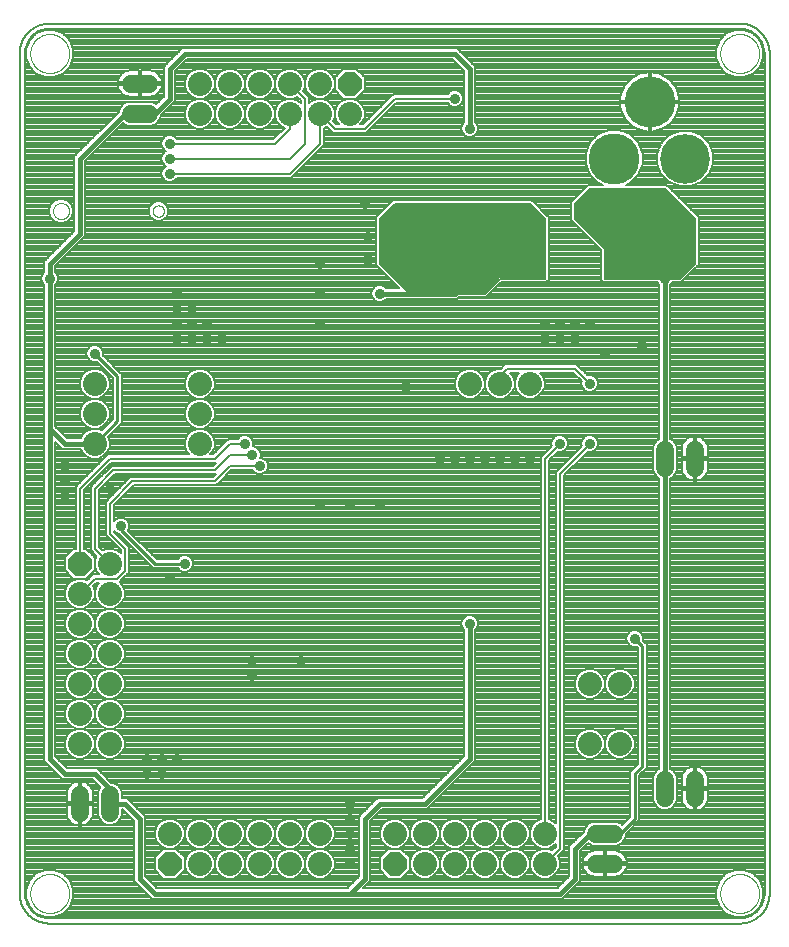
<source format=gbl>
G75*
%MOIN*%
%OFA0B0*%
%FSLAX25Y25*%
%IPPOS*%
%LPD*%
%AMOC8*
5,1,8,0,0,1.08239X$1,22.5*
%
%ADD10C,0.00600*%
%ADD11C,0.00000*%
%ADD12C,0.08000*%
%ADD13OC8,0.08000*%
%ADD14C,0.06000*%
%ADD15C,0.16992*%
%ADD16C,0.16598*%
%ADD17C,0.03562*%
%ADD18C,0.00800*%
%ADD19C,0.01000*%
%ADD20C,0.01600*%
D10*
X0037595Y0048933D02*
X0037595Y0328933D01*
X0037598Y0329175D01*
X0037607Y0329416D01*
X0037621Y0329657D01*
X0037642Y0329898D01*
X0037668Y0330138D01*
X0037700Y0330378D01*
X0037738Y0330617D01*
X0037781Y0330854D01*
X0037831Y0331091D01*
X0037886Y0331326D01*
X0037946Y0331560D01*
X0038013Y0331792D01*
X0038084Y0332023D01*
X0038162Y0332252D01*
X0038245Y0332479D01*
X0038333Y0332704D01*
X0038427Y0332927D01*
X0038526Y0333147D01*
X0038631Y0333365D01*
X0038740Y0333580D01*
X0038855Y0333793D01*
X0038975Y0334003D01*
X0039100Y0334209D01*
X0039230Y0334413D01*
X0039365Y0334614D01*
X0039505Y0334811D01*
X0039649Y0335005D01*
X0039798Y0335195D01*
X0039952Y0335381D01*
X0040110Y0335564D01*
X0040272Y0335743D01*
X0040439Y0335918D01*
X0040610Y0336089D01*
X0040785Y0336256D01*
X0040964Y0336418D01*
X0041147Y0336576D01*
X0041333Y0336730D01*
X0041523Y0336879D01*
X0041717Y0337023D01*
X0041914Y0337163D01*
X0042115Y0337298D01*
X0042319Y0337428D01*
X0042525Y0337553D01*
X0042735Y0337673D01*
X0042948Y0337788D01*
X0043163Y0337897D01*
X0043381Y0338002D01*
X0043601Y0338101D01*
X0043824Y0338195D01*
X0044049Y0338283D01*
X0044276Y0338366D01*
X0044505Y0338444D01*
X0044736Y0338515D01*
X0044968Y0338582D01*
X0045202Y0338642D01*
X0045437Y0338697D01*
X0045674Y0338747D01*
X0045911Y0338790D01*
X0046150Y0338828D01*
X0046390Y0338860D01*
X0046630Y0338886D01*
X0046871Y0338907D01*
X0047112Y0338921D01*
X0047353Y0338930D01*
X0047595Y0338933D01*
X0277595Y0338933D01*
X0277837Y0338930D01*
X0278078Y0338921D01*
X0278319Y0338907D01*
X0278560Y0338886D01*
X0278800Y0338860D01*
X0279040Y0338828D01*
X0279279Y0338790D01*
X0279516Y0338747D01*
X0279753Y0338697D01*
X0279988Y0338642D01*
X0280222Y0338582D01*
X0280454Y0338515D01*
X0280685Y0338444D01*
X0280914Y0338366D01*
X0281141Y0338283D01*
X0281366Y0338195D01*
X0281589Y0338101D01*
X0281809Y0338002D01*
X0282027Y0337897D01*
X0282242Y0337788D01*
X0282455Y0337673D01*
X0282665Y0337553D01*
X0282871Y0337428D01*
X0283075Y0337298D01*
X0283276Y0337163D01*
X0283473Y0337023D01*
X0283667Y0336879D01*
X0283857Y0336730D01*
X0284043Y0336576D01*
X0284226Y0336418D01*
X0284405Y0336256D01*
X0284580Y0336089D01*
X0284751Y0335918D01*
X0284918Y0335743D01*
X0285080Y0335564D01*
X0285238Y0335381D01*
X0285392Y0335195D01*
X0285541Y0335005D01*
X0285685Y0334811D01*
X0285825Y0334614D01*
X0285960Y0334413D01*
X0286090Y0334209D01*
X0286215Y0334003D01*
X0286335Y0333793D01*
X0286450Y0333580D01*
X0286559Y0333365D01*
X0286664Y0333147D01*
X0286763Y0332927D01*
X0286857Y0332704D01*
X0286945Y0332479D01*
X0287028Y0332252D01*
X0287106Y0332023D01*
X0287177Y0331792D01*
X0287244Y0331560D01*
X0287304Y0331326D01*
X0287359Y0331091D01*
X0287409Y0330854D01*
X0287452Y0330617D01*
X0287490Y0330378D01*
X0287522Y0330138D01*
X0287548Y0329898D01*
X0287569Y0329657D01*
X0287583Y0329416D01*
X0287592Y0329175D01*
X0287595Y0328933D01*
X0287595Y0048933D01*
X0287592Y0048691D01*
X0287583Y0048450D01*
X0287569Y0048209D01*
X0287548Y0047968D01*
X0287522Y0047728D01*
X0287490Y0047488D01*
X0287452Y0047249D01*
X0287409Y0047012D01*
X0287359Y0046775D01*
X0287304Y0046540D01*
X0287244Y0046306D01*
X0287177Y0046074D01*
X0287106Y0045843D01*
X0287028Y0045614D01*
X0286945Y0045387D01*
X0286857Y0045162D01*
X0286763Y0044939D01*
X0286664Y0044719D01*
X0286559Y0044501D01*
X0286450Y0044286D01*
X0286335Y0044073D01*
X0286215Y0043863D01*
X0286090Y0043657D01*
X0285960Y0043453D01*
X0285825Y0043252D01*
X0285685Y0043055D01*
X0285541Y0042861D01*
X0285392Y0042671D01*
X0285238Y0042485D01*
X0285080Y0042302D01*
X0284918Y0042123D01*
X0284751Y0041948D01*
X0284580Y0041777D01*
X0284405Y0041610D01*
X0284226Y0041448D01*
X0284043Y0041290D01*
X0283857Y0041136D01*
X0283667Y0040987D01*
X0283473Y0040843D01*
X0283276Y0040703D01*
X0283075Y0040568D01*
X0282871Y0040438D01*
X0282665Y0040313D01*
X0282455Y0040193D01*
X0282242Y0040078D01*
X0282027Y0039969D01*
X0281809Y0039864D01*
X0281589Y0039765D01*
X0281366Y0039671D01*
X0281141Y0039583D01*
X0280914Y0039500D01*
X0280685Y0039422D01*
X0280454Y0039351D01*
X0280222Y0039284D01*
X0279988Y0039224D01*
X0279753Y0039169D01*
X0279516Y0039119D01*
X0279279Y0039076D01*
X0279040Y0039038D01*
X0278800Y0039006D01*
X0278560Y0038980D01*
X0278319Y0038959D01*
X0278078Y0038945D01*
X0277837Y0038936D01*
X0277595Y0038933D01*
X0047595Y0038933D01*
X0047353Y0038936D01*
X0047112Y0038945D01*
X0046871Y0038959D01*
X0046630Y0038980D01*
X0046390Y0039006D01*
X0046150Y0039038D01*
X0045911Y0039076D01*
X0045674Y0039119D01*
X0045437Y0039169D01*
X0045202Y0039224D01*
X0044968Y0039284D01*
X0044736Y0039351D01*
X0044505Y0039422D01*
X0044276Y0039500D01*
X0044049Y0039583D01*
X0043824Y0039671D01*
X0043601Y0039765D01*
X0043381Y0039864D01*
X0043163Y0039969D01*
X0042948Y0040078D01*
X0042735Y0040193D01*
X0042525Y0040313D01*
X0042319Y0040438D01*
X0042115Y0040568D01*
X0041914Y0040703D01*
X0041717Y0040843D01*
X0041523Y0040987D01*
X0041333Y0041136D01*
X0041147Y0041290D01*
X0040964Y0041448D01*
X0040785Y0041610D01*
X0040610Y0041777D01*
X0040439Y0041948D01*
X0040272Y0042123D01*
X0040110Y0042302D01*
X0039952Y0042485D01*
X0039798Y0042671D01*
X0039649Y0042861D01*
X0039505Y0043055D01*
X0039365Y0043252D01*
X0039230Y0043453D01*
X0039100Y0043657D01*
X0038975Y0043863D01*
X0038855Y0044073D01*
X0038740Y0044286D01*
X0038631Y0044501D01*
X0038526Y0044719D01*
X0038427Y0044939D01*
X0038333Y0045162D01*
X0038245Y0045387D01*
X0038162Y0045614D01*
X0038084Y0045843D01*
X0038013Y0046074D01*
X0037946Y0046306D01*
X0037886Y0046540D01*
X0037831Y0046775D01*
X0037781Y0047012D01*
X0037738Y0047249D01*
X0037700Y0047488D01*
X0037668Y0047728D01*
X0037642Y0047968D01*
X0037621Y0048209D01*
X0037607Y0048450D01*
X0037598Y0048691D01*
X0037595Y0048933D01*
X0167595Y0248933D02*
X0157595Y0258933D01*
X0157595Y0273933D01*
X0162595Y0278933D01*
X0207595Y0278933D01*
X0212595Y0273933D01*
X0212595Y0253933D01*
X0197595Y0253933D01*
X0192595Y0248933D01*
X0167595Y0248933D01*
X0167518Y0249011D02*
X0192673Y0249011D01*
X0193271Y0249609D02*
X0166919Y0249609D01*
X0166321Y0250208D02*
X0193870Y0250208D01*
X0194468Y0250806D02*
X0165722Y0250806D01*
X0165124Y0251405D02*
X0195067Y0251405D01*
X0195665Y0252003D02*
X0164525Y0252003D01*
X0163927Y0252602D02*
X0196264Y0252602D01*
X0196862Y0253200D02*
X0163328Y0253200D01*
X0162730Y0253799D02*
X0197461Y0253799D01*
X0212595Y0254397D02*
X0162131Y0254397D01*
X0161533Y0254996D02*
X0212595Y0254996D01*
X0212595Y0255594D02*
X0160934Y0255594D01*
X0160336Y0256193D02*
X0212595Y0256193D01*
X0212595Y0256791D02*
X0159737Y0256791D01*
X0159139Y0257390D02*
X0212595Y0257390D01*
X0212595Y0257988D02*
X0158540Y0257988D01*
X0157941Y0258587D02*
X0212595Y0258587D01*
X0212595Y0259185D02*
X0157595Y0259185D01*
X0157595Y0259784D02*
X0212595Y0259784D01*
X0212595Y0260382D02*
X0157595Y0260382D01*
X0157595Y0260981D02*
X0212595Y0260981D01*
X0212595Y0261579D02*
X0157595Y0261579D01*
X0157595Y0262178D02*
X0212595Y0262178D01*
X0212595Y0262776D02*
X0157595Y0262776D01*
X0157595Y0263375D02*
X0212595Y0263375D01*
X0212595Y0263973D02*
X0157595Y0263973D01*
X0157595Y0264572D02*
X0212595Y0264572D01*
X0212595Y0265170D02*
X0157595Y0265170D01*
X0157595Y0265769D02*
X0212595Y0265769D01*
X0212595Y0266367D02*
X0157595Y0266367D01*
X0157595Y0266966D02*
X0212595Y0266966D01*
X0212595Y0267564D02*
X0157595Y0267564D01*
X0157595Y0268163D02*
X0212595Y0268163D01*
X0212595Y0268761D02*
X0157595Y0268761D01*
X0157595Y0269360D02*
X0212595Y0269360D01*
X0212595Y0269958D02*
X0157595Y0269958D01*
X0157595Y0270557D02*
X0212595Y0270557D01*
X0212595Y0271155D02*
X0157595Y0271155D01*
X0157595Y0271754D02*
X0212595Y0271754D01*
X0212595Y0272352D02*
X0157595Y0272352D01*
X0157595Y0272951D02*
X0212595Y0272951D01*
X0212595Y0273550D02*
X0157595Y0273550D01*
X0157810Y0274148D02*
X0212380Y0274148D01*
X0211782Y0274747D02*
X0158409Y0274747D01*
X0159007Y0275345D02*
X0211183Y0275345D01*
X0210585Y0275944D02*
X0159606Y0275944D01*
X0160204Y0276542D02*
X0209986Y0276542D01*
X0209388Y0277141D02*
X0160803Y0277141D01*
X0161401Y0277739D02*
X0208789Y0277739D01*
X0208191Y0278338D02*
X0162000Y0278338D01*
X0222595Y0278338D02*
X0258191Y0278338D01*
X0257592Y0278936D02*
X0222598Y0278936D01*
X0222595Y0278933D02*
X0222595Y0273933D01*
X0232595Y0263933D01*
X0232595Y0253933D01*
X0257595Y0253933D01*
X0262595Y0258933D01*
X0262595Y0273933D01*
X0252595Y0283933D01*
X0227595Y0283933D01*
X0222595Y0278933D01*
X0223197Y0279535D02*
X0256994Y0279535D01*
X0256395Y0280133D02*
X0223795Y0280133D01*
X0224394Y0280732D02*
X0255797Y0280732D01*
X0255198Y0281330D02*
X0224992Y0281330D01*
X0225591Y0281929D02*
X0254600Y0281929D01*
X0254001Y0282527D02*
X0226189Y0282527D01*
X0226788Y0283126D02*
X0253403Y0283126D01*
X0252804Y0283724D02*
X0227386Y0283724D01*
X0222595Y0277739D02*
X0258789Y0277739D01*
X0259388Y0277141D02*
X0222595Y0277141D01*
X0222595Y0276542D02*
X0259986Y0276542D01*
X0260585Y0275944D02*
X0222595Y0275944D01*
X0222595Y0275345D02*
X0261183Y0275345D01*
X0261782Y0274747D02*
X0222595Y0274747D01*
X0222595Y0274148D02*
X0262380Y0274148D01*
X0262595Y0273550D02*
X0222979Y0273550D01*
X0223577Y0272951D02*
X0262595Y0272951D01*
X0262595Y0272352D02*
X0224176Y0272352D01*
X0224774Y0271754D02*
X0262595Y0271754D01*
X0262595Y0271155D02*
X0225373Y0271155D01*
X0225971Y0270557D02*
X0262595Y0270557D01*
X0262595Y0269958D02*
X0226570Y0269958D01*
X0227168Y0269360D02*
X0262595Y0269360D01*
X0262595Y0268761D02*
X0227767Y0268761D01*
X0228365Y0268163D02*
X0262595Y0268163D01*
X0262595Y0267564D02*
X0228964Y0267564D01*
X0229562Y0266966D02*
X0262595Y0266966D01*
X0262595Y0266367D02*
X0230161Y0266367D01*
X0230759Y0265769D02*
X0262595Y0265769D01*
X0262595Y0265170D02*
X0231358Y0265170D01*
X0231956Y0264572D02*
X0262595Y0264572D01*
X0262595Y0263973D02*
X0232555Y0263973D01*
X0232595Y0263375D02*
X0262595Y0263375D01*
X0262595Y0262776D02*
X0232595Y0262776D01*
X0232595Y0262178D02*
X0262595Y0262178D01*
X0262595Y0261579D02*
X0232595Y0261579D01*
X0232595Y0260981D02*
X0262595Y0260981D01*
X0262595Y0260382D02*
X0232595Y0260382D01*
X0232595Y0259784D02*
X0262595Y0259784D01*
X0262595Y0259185D02*
X0232595Y0259185D01*
X0232595Y0258587D02*
X0262249Y0258587D01*
X0261650Y0257988D02*
X0232595Y0257988D01*
X0232595Y0257390D02*
X0261052Y0257390D01*
X0260453Y0256791D02*
X0232595Y0256791D01*
X0232595Y0256193D02*
X0259855Y0256193D01*
X0259256Y0255594D02*
X0232595Y0255594D01*
X0232595Y0254996D02*
X0258658Y0254996D01*
X0258059Y0254397D02*
X0232595Y0254397D01*
D11*
X0271099Y0328933D02*
X0271101Y0329094D01*
X0271107Y0329254D01*
X0271117Y0329415D01*
X0271131Y0329575D01*
X0271149Y0329734D01*
X0271170Y0329894D01*
X0271196Y0330052D01*
X0271226Y0330210D01*
X0271259Y0330367D01*
X0271297Y0330524D01*
X0271338Y0330679D01*
X0271383Y0330833D01*
X0271432Y0330986D01*
X0271485Y0331138D01*
X0271541Y0331288D01*
X0271601Y0331437D01*
X0271665Y0331585D01*
X0271732Y0331731D01*
X0271803Y0331875D01*
X0271878Y0332017D01*
X0271956Y0332158D01*
X0272037Y0332296D01*
X0272122Y0332433D01*
X0272211Y0332567D01*
X0272302Y0332699D01*
X0272397Y0332829D01*
X0272495Y0332956D01*
X0272596Y0333081D01*
X0272700Y0333204D01*
X0272807Y0333323D01*
X0272917Y0333440D01*
X0273030Y0333555D01*
X0273146Y0333666D01*
X0273264Y0333775D01*
X0273385Y0333880D01*
X0273509Y0333983D01*
X0273635Y0334083D01*
X0273764Y0334179D01*
X0273895Y0334272D01*
X0274028Y0334362D01*
X0274163Y0334449D01*
X0274301Y0334532D01*
X0274440Y0334611D01*
X0274582Y0334688D01*
X0274725Y0334761D01*
X0274870Y0334830D01*
X0275017Y0334895D01*
X0275165Y0334957D01*
X0275315Y0335016D01*
X0275466Y0335070D01*
X0275618Y0335121D01*
X0275772Y0335168D01*
X0275927Y0335211D01*
X0276082Y0335250D01*
X0276239Y0335286D01*
X0276397Y0335318D01*
X0276555Y0335345D01*
X0276714Y0335369D01*
X0276873Y0335389D01*
X0277033Y0335405D01*
X0277194Y0335417D01*
X0277354Y0335425D01*
X0277515Y0335429D01*
X0277675Y0335429D01*
X0277836Y0335425D01*
X0277996Y0335417D01*
X0278157Y0335405D01*
X0278317Y0335389D01*
X0278476Y0335369D01*
X0278635Y0335345D01*
X0278793Y0335318D01*
X0278951Y0335286D01*
X0279108Y0335250D01*
X0279263Y0335211D01*
X0279418Y0335168D01*
X0279572Y0335121D01*
X0279724Y0335070D01*
X0279875Y0335016D01*
X0280025Y0334957D01*
X0280173Y0334895D01*
X0280320Y0334830D01*
X0280465Y0334761D01*
X0280608Y0334688D01*
X0280750Y0334611D01*
X0280889Y0334532D01*
X0281027Y0334449D01*
X0281162Y0334362D01*
X0281295Y0334272D01*
X0281426Y0334179D01*
X0281555Y0334083D01*
X0281681Y0333983D01*
X0281805Y0333880D01*
X0281926Y0333775D01*
X0282044Y0333666D01*
X0282160Y0333555D01*
X0282273Y0333440D01*
X0282383Y0333323D01*
X0282490Y0333204D01*
X0282594Y0333081D01*
X0282695Y0332956D01*
X0282793Y0332829D01*
X0282888Y0332699D01*
X0282979Y0332567D01*
X0283068Y0332433D01*
X0283153Y0332296D01*
X0283234Y0332158D01*
X0283312Y0332017D01*
X0283387Y0331875D01*
X0283458Y0331731D01*
X0283525Y0331585D01*
X0283589Y0331437D01*
X0283649Y0331288D01*
X0283705Y0331138D01*
X0283758Y0330986D01*
X0283807Y0330833D01*
X0283852Y0330679D01*
X0283893Y0330524D01*
X0283931Y0330367D01*
X0283964Y0330210D01*
X0283994Y0330052D01*
X0284020Y0329894D01*
X0284041Y0329734D01*
X0284059Y0329575D01*
X0284073Y0329415D01*
X0284083Y0329254D01*
X0284089Y0329094D01*
X0284091Y0328933D01*
X0284089Y0328772D01*
X0284083Y0328612D01*
X0284073Y0328451D01*
X0284059Y0328291D01*
X0284041Y0328132D01*
X0284020Y0327972D01*
X0283994Y0327814D01*
X0283964Y0327656D01*
X0283931Y0327499D01*
X0283893Y0327342D01*
X0283852Y0327187D01*
X0283807Y0327033D01*
X0283758Y0326880D01*
X0283705Y0326728D01*
X0283649Y0326578D01*
X0283589Y0326429D01*
X0283525Y0326281D01*
X0283458Y0326135D01*
X0283387Y0325991D01*
X0283312Y0325849D01*
X0283234Y0325708D01*
X0283153Y0325570D01*
X0283068Y0325433D01*
X0282979Y0325299D01*
X0282888Y0325167D01*
X0282793Y0325037D01*
X0282695Y0324910D01*
X0282594Y0324785D01*
X0282490Y0324662D01*
X0282383Y0324543D01*
X0282273Y0324426D01*
X0282160Y0324311D01*
X0282044Y0324200D01*
X0281926Y0324091D01*
X0281805Y0323986D01*
X0281681Y0323883D01*
X0281555Y0323783D01*
X0281426Y0323687D01*
X0281295Y0323594D01*
X0281162Y0323504D01*
X0281027Y0323417D01*
X0280889Y0323334D01*
X0280750Y0323255D01*
X0280608Y0323178D01*
X0280465Y0323105D01*
X0280320Y0323036D01*
X0280173Y0322971D01*
X0280025Y0322909D01*
X0279875Y0322850D01*
X0279724Y0322796D01*
X0279572Y0322745D01*
X0279418Y0322698D01*
X0279263Y0322655D01*
X0279108Y0322616D01*
X0278951Y0322580D01*
X0278793Y0322548D01*
X0278635Y0322521D01*
X0278476Y0322497D01*
X0278317Y0322477D01*
X0278157Y0322461D01*
X0277996Y0322449D01*
X0277836Y0322441D01*
X0277675Y0322437D01*
X0277515Y0322437D01*
X0277354Y0322441D01*
X0277194Y0322449D01*
X0277033Y0322461D01*
X0276873Y0322477D01*
X0276714Y0322497D01*
X0276555Y0322521D01*
X0276397Y0322548D01*
X0276239Y0322580D01*
X0276082Y0322616D01*
X0275927Y0322655D01*
X0275772Y0322698D01*
X0275618Y0322745D01*
X0275466Y0322796D01*
X0275315Y0322850D01*
X0275165Y0322909D01*
X0275017Y0322971D01*
X0274870Y0323036D01*
X0274725Y0323105D01*
X0274582Y0323178D01*
X0274440Y0323255D01*
X0274301Y0323334D01*
X0274163Y0323417D01*
X0274028Y0323504D01*
X0273895Y0323594D01*
X0273764Y0323687D01*
X0273635Y0323783D01*
X0273509Y0323883D01*
X0273385Y0323986D01*
X0273264Y0324091D01*
X0273146Y0324200D01*
X0273030Y0324311D01*
X0272917Y0324426D01*
X0272807Y0324543D01*
X0272700Y0324662D01*
X0272596Y0324785D01*
X0272495Y0324910D01*
X0272397Y0325037D01*
X0272302Y0325167D01*
X0272211Y0325299D01*
X0272122Y0325433D01*
X0272037Y0325570D01*
X0271956Y0325708D01*
X0271878Y0325849D01*
X0271803Y0325991D01*
X0271732Y0326135D01*
X0271665Y0326281D01*
X0271601Y0326429D01*
X0271541Y0326578D01*
X0271485Y0326728D01*
X0271432Y0326880D01*
X0271383Y0327033D01*
X0271338Y0327187D01*
X0271297Y0327342D01*
X0271259Y0327499D01*
X0271226Y0327656D01*
X0271196Y0327814D01*
X0271170Y0327972D01*
X0271149Y0328132D01*
X0271131Y0328291D01*
X0271117Y0328451D01*
X0271107Y0328612D01*
X0271101Y0328772D01*
X0271099Y0328933D01*
X0081946Y0276433D02*
X0081948Y0276519D01*
X0081954Y0276606D01*
X0081964Y0276691D01*
X0081978Y0276777D01*
X0081996Y0276861D01*
X0082017Y0276945D01*
X0082043Y0277027D01*
X0082072Y0277109D01*
X0082105Y0277188D01*
X0082142Y0277267D01*
X0082182Y0277343D01*
X0082226Y0277417D01*
X0082273Y0277490D01*
X0082324Y0277560D01*
X0082377Y0277628D01*
X0082434Y0277693D01*
X0082494Y0277755D01*
X0082556Y0277815D01*
X0082621Y0277872D01*
X0082689Y0277925D01*
X0082759Y0277976D01*
X0082832Y0278023D01*
X0082906Y0278067D01*
X0082982Y0278107D01*
X0083061Y0278144D01*
X0083140Y0278177D01*
X0083222Y0278206D01*
X0083304Y0278232D01*
X0083388Y0278253D01*
X0083472Y0278271D01*
X0083558Y0278285D01*
X0083643Y0278295D01*
X0083730Y0278301D01*
X0083816Y0278303D01*
X0083902Y0278301D01*
X0083989Y0278295D01*
X0084074Y0278285D01*
X0084160Y0278271D01*
X0084244Y0278253D01*
X0084328Y0278232D01*
X0084410Y0278206D01*
X0084492Y0278177D01*
X0084571Y0278144D01*
X0084650Y0278107D01*
X0084726Y0278067D01*
X0084800Y0278023D01*
X0084873Y0277976D01*
X0084943Y0277925D01*
X0085011Y0277872D01*
X0085076Y0277815D01*
X0085138Y0277755D01*
X0085198Y0277693D01*
X0085255Y0277628D01*
X0085308Y0277560D01*
X0085359Y0277490D01*
X0085406Y0277417D01*
X0085450Y0277343D01*
X0085490Y0277267D01*
X0085527Y0277188D01*
X0085560Y0277109D01*
X0085589Y0277027D01*
X0085615Y0276945D01*
X0085636Y0276861D01*
X0085654Y0276777D01*
X0085668Y0276691D01*
X0085678Y0276606D01*
X0085684Y0276519D01*
X0085686Y0276433D01*
X0085684Y0276347D01*
X0085678Y0276260D01*
X0085668Y0276175D01*
X0085654Y0276089D01*
X0085636Y0276005D01*
X0085615Y0275921D01*
X0085589Y0275839D01*
X0085560Y0275757D01*
X0085527Y0275678D01*
X0085490Y0275599D01*
X0085450Y0275523D01*
X0085406Y0275449D01*
X0085359Y0275376D01*
X0085308Y0275306D01*
X0085255Y0275238D01*
X0085198Y0275173D01*
X0085138Y0275111D01*
X0085076Y0275051D01*
X0085011Y0274994D01*
X0084943Y0274941D01*
X0084873Y0274890D01*
X0084800Y0274843D01*
X0084726Y0274799D01*
X0084650Y0274759D01*
X0084571Y0274722D01*
X0084492Y0274689D01*
X0084410Y0274660D01*
X0084328Y0274634D01*
X0084244Y0274613D01*
X0084160Y0274595D01*
X0084074Y0274581D01*
X0083989Y0274571D01*
X0083902Y0274565D01*
X0083816Y0274563D01*
X0083730Y0274565D01*
X0083643Y0274571D01*
X0083558Y0274581D01*
X0083472Y0274595D01*
X0083388Y0274613D01*
X0083304Y0274634D01*
X0083222Y0274660D01*
X0083140Y0274689D01*
X0083061Y0274722D01*
X0082982Y0274759D01*
X0082906Y0274799D01*
X0082832Y0274843D01*
X0082759Y0274890D01*
X0082689Y0274941D01*
X0082621Y0274994D01*
X0082556Y0275051D01*
X0082494Y0275111D01*
X0082434Y0275173D01*
X0082377Y0275238D01*
X0082324Y0275306D01*
X0082273Y0275376D01*
X0082226Y0275449D01*
X0082182Y0275523D01*
X0082142Y0275599D01*
X0082105Y0275678D01*
X0082072Y0275757D01*
X0082043Y0275839D01*
X0082017Y0275921D01*
X0081996Y0276005D01*
X0081978Y0276089D01*
X0081964Y0276175D01*
X0081954Y0276260D01*
X0081948Y0276347D01*
X0081946Y0276433D01*
X0048718Y0276433D02*
X0048720Y0276536D01*
X0048726Y0276639D01*
X0048736Y0276741D01*
X0048750Y0276844D01*
X0048768Y0276945D01*
X0048790Y0277046D01*
X0048815Y0277146D01*
X0048845Y0277244D01*
X0048878Y0277342D01*
X0048915Y0277438D01*
X0048956Y0277532D01*
X0049001Y0277625D01*
X0049049Y0277717D01*
X0049100Y0277806D01*
X0049155Y0277893D01*
X0049213Y0277978D01*
X0049275Y0278061D01*
X0049340Y0278141D01*
X0049407Y0278219D01*
X0049478Y0278293D01*
X0049552Y0278366D01*
X0049628Y0278435D01*
X0049707Y0278501D01*
X0049788Y0278564D01*
X0049872Y0278624D01*
X0049958Y0278681D01*
X0050046Y0278734D01*
X0050137Y0278784D01*
X0050229Y0278830D01*
X0050323Y0278873D01*
X0050418Y0278912D01*
X0050515Y0278947D01*
X0050613Y0278978D01*
X0050712Y0279006D01*
X0050813Y0279030D01*
X0050914Y0279050D01*
X0051015Y0279066D01*
X0051118Y0279078D01*
X0051221Y0279086D01*
X0051323Y0279090D01*
X0051427Y0279090D01*
X0051529Y0279086D01*
X0051632Y0279078D01*
X0051735Y0279066D01*
X0051836Y0279050D01*
X0051937Y0279030D01*
X0052038Y0279006D01*
X0052137Y0278978D01*
X0052235Y0278947D01*
X0052332Y0278912D01*
X0052427Y0278873D01*
X0052521Y0278830D01*
X0052613Y0278784D01*
X0052703Y0278734D01*
X0052792Y0278681D01*
X0052878Y0278624D01*
X0052962Y0278564D01*
X0053043Y0278501D01*
X0053122Y0278435D01*
X0053198Y0278366D01*
X0053272Y0278293D01*
X0053343Y0278219D01*
X0053410Y0278141D01*
X0053475Y0278061D01*
X0053537Y0277978D01*
X0053595Y0277893D01*
X0053650Y0277806D01*
X0053701Y0277717D01*
X0053749Y0277625D01*
X0053794Y0277532D01*
X0053835Y0277438D01*
X0053872Y0277342D01*
X0053905Y0277244D01*
X0053935Y0277146D01*
X0053960Y0277046D01*
X0053982Y0276945D01*
X0054000Y0276844D01*
X0054014Y0276741D01*
X0054024Y0276639D01*
X0054030Y0276536D01*
X0054032Y0276433D01*
X0054030Y0276330D01*
X0054024Y0276227D01*
X0054014Y0276125D01*
X0054000Y0276022D01*
X0053982Y0275921D01*
X0053960Y0275820D01*
X0053935Y0275720D01*
X0053905Y0275622D01*
X0053872Y0275524D01*
X0053835Y0275428D01*
X0053794Y0275334D01*
X0053749Y0275241D01*
X0053701Y0275149D01*
X0053650Y0275060D01*
X0053595Y0274973D01*
X0053537Y0274888D01*
X0053475Y0274805D01*
X0053410Y0274725D01*
X0053343Y0274647D01*
X0053272Y0274573D01*
X0053198Y0274500D01*
X0053122Y0274431D01*
X0053043Y0274365D01*
X0052962Y0274302D01*
X0052878Y0274242D01*
X0052792Y0274185D01*
X0052704Y0274132D01*
X0052613Y0274082D01*
X0052521Y0274036D01*
X0052427Y0273993D01*
X0052332Y0273954D01*
X0052235Y0273919D01*
X0052137Y0273888D01*
X0052038Y0273860D01*
X0051937Y0273836D01*
X0051836Y0273816D01*
X0051735Y0273800D01*
X0051632Y0273788D01*
X0051529Y0273780D01*
X0051427Y0273776D01*
X0051323Y0273776D01*
X0051221Y0273780D01*
X0051118Y0273788D01*
X0051015Y0273800D01*
X0050914Y0273816D01*
X0050813Y0273836D01*
X0050712Y0273860D01*
X0050613Y0273888D01*
X0050515Y0273919D01*
X0050418Y0273954D01*
X0050323Y0273993D01*
X0050229Y0274036D01*
X0050137Y0274082D01*
X0050047Y0274132D01*
X0049958Y0274185D01*
X0049872Y0274242D01*
X0049788Y0274302D01*
X0049707Y0274365D01*
X0049628Y0274431D01*
X0049552Y0274500D01*
X0049478Y0274573D01*
X0049407Y0274647D01*
X0049340Y0274725D01*
X0049275Y0274805D01*
X0049213Y0274888D01*
X0049155Y0274973D01*
X0049100Y0275060D01*
X0049049Y0275149D01*
X0049001Y0275241D01*
X0048956Y0275334D01*
X0048915Y0275428D01*
X0048878Y0275524D01*
X0048845Y0275622D01*
X0048815Y0275720D01*
X0048790Y0275820D01*
X0048768Y0275921D01*
X0048750Y0276022D01*
X0048736Y0276125D01*
X0048726Y0276227D01*
X0048720Y0276330D01*
X0048718Y0276433D01*
X0041099Y0328933D02*
X0041101Y0329094D01*
X0041107Y0329254D01*
X0041117Y0329415D01*
X0041131Y0329575D01*
X0041149Y0329734D01*
X0041170Y0329894D01*
X0041196Y0330052D01*
X0041226Y0330210D01*
X0041259Y0330367D01*
X0041297Y0330524D01*
X0041338Y0330679D01*
X0041383Y0330833D01*
X0041432Y0330986D01*
X0041485Y0331138D01*
X0041541Y0331288D01*
X0041601Y0331437D01*
X0041665Y0331585D01*
X0041732Y0331731D01*
X0041803Y0331875D01*
X0041878Y0332017D01*
X0041956Y0332158D01*
X0042037Y0332296D01*
X0042122Y0332433D01*
X0042211Y0332567D01*
X0042302Y0332699D01*
X0042397Y0332829D01*
X0042495Y0332956D01*
X0042596Y0333081D01*
X0042700Y0333204D01*
X0042807Y0333323D01*
X0042917Y0333440D01*
X0043030Y0333555D01*
X0043146Y0333666D01*
X0043264Y0333775D01*
X0043385Y0333880D01*
X0043509Y0333983D01*
X0043635Y0334083D01*
X0043764Y0334179D01*
X0043895Y0334272D01*
X0044028Y0334362D01*
X0044163Y0334449D01*
X0044301Y0334532D01*
X0044440Y0334611D01*
X0044582Y0334688D01*
X0044725Y0334761D01*
X0044870Y0334830D01*
X0045017Y0334895D01*
X0045165Y0334957D01*
X0045315Y0335016D01*
X0045466Y0335070D01*
X0045618Y0335121D01*
X0045772Y0335168D01*
X0045927Y0335211D01*
X0046082Y0335250D01*
X0046239Y0335286D01*
X0046397Y0335318D01*
X0046555Y0335345D01*
X0046714Y0335369D01*
X0046873Y0335389D01*
X0047033Y0335405D01*
X0047194Y0335417D01*
X0047354Y0335425D01*
X0047515Y0335429D01*
X0047675Y0335429D01*
X0047836Y0335425D01*
X0047996Y0335417D01*
X0048157Y0335405D01*
X0048317Y0335389D01*
X0048476Y0335369D01*
X0048635Y0335345D01*
X0048793Y0335318D01*
X0048951Y0335286D01*
X0049108Y0335250D01*
X0049263Y0335211D01*
X0049418Y0335168D01*
X0049572Y0335121D01*
X0049724Y0335070D01*
X0049875Y0335016D01*
X0050025Y0334957D01*
X0050173Y0334895D01*
X0050320Y0334830D01*
X0050465Y0334761D01*
X0050608Y0334688D01*
X0050750Y0334611D01*
X0050889Y0334532D01*
X0051027Y0334449D01*
X0051162Y0334362D01*
X0051295Y0334272D01*
X0051426Y0334179D01*
X0051555Y0334083D01*
X0051681Y0333983D01*
X0051805Y0333880D01*
X0051926Y0333775D01*
X0052044Y0333666D01*
X0052160Y0333555D01*
X0052273Y0333440D01*
X0052383Y0333323D01*
X0052490Y0333204D01*
X0052594Y0333081D01*
X0052695Y0332956D01*
X0052793Y0332829D01*
X0052888Y0332699D01*
X0052979Y0332567D01*
X0053068Y0332433D01*
X0053153Y0332296D01*
X0053234Y0332158D01*
X0053312Y0332017D01*
X0053387Y0331875D01*
X0053458Y0331731D01*
X0053525Y0331585D01*
X0053589Y0331437D01*
X0053649Y0331288D01*
X0053705Y0331138D01*
X0053758Y0330986D01*
X0053807Y0330833D01*
X0053852Y0330679D01*
X0053893Y0330524D01*
X0053931Y0330367D01*
X0053964Y0330210D01*
X0053994Y0330052D01*
X0054020Y0329894D01*
X0054041Y0329734D01*
X0054059Y0329575D01*
X0054073Y0329415D01*
X0054083Y0329254D01*
X0054089Y0329094D01*
X0054091Y0328933D01*
X0054089Y0328772D01*
X0054083Y0328612D01*
X0054073Y0328451D01*
X0054059Y0328291D01*
X0054041Y0328132D01*
X0054020Y0327972D01*
X0053994Y0327814D01*
X0053964Y0327656D01*
X0053931Y0327499D01*
X0053893Y0327342D01*
X0053852Y0327187D01*
X0053807Y0327033D01*
X0053758Y0326880D01*
X0053705Y0326728D01*
X0053649Y0326578D01*
X0053589Y0326429D01*
X0053525Y0326281D01*
X0053458Y0326135D01*
X0053387Y0325991D01*
X0053312Y0325849D01*
X0053234Y0325708D01*
X0053153Y0325570D01*
X0053068Y0325433D01*
X0052979Y0325299D01*
X0052888Y0325167D01*
X0052793Y0325037D01*
X0052695Y0324910D01*
X0052594Y0324785D01*
X0052490Y0324662D01*
X0052383Y0324543D01*
X0052273Y0324426D01*
X0052160Y0324311D01*
X0052044Y0324200D01*
X0051926Y0324091D01*
X0051805Y0323986D01*
X0051681Y0323883D01*
X0051555Y0323783D01*
X0051426Y0323687D01*
X0051295Y0323594D01*
X0051162Y0323504D01*
X0051027Y0323417D01*
X0050889Y0323334D01*
X0050750Y0323255D01*
X0050608Y0323178D01*
X0050465Y0323105D01*
X0050320Y0323036D01*
X0050173Y0322971D01*
X0050025Y0322909D01*
X0049875Y0322850D01*
X0049724Y0322796D01*
X0049572Y0322745D01*
X0049418Y0322698D01*
X0049263Y0322655D01*
X0049108Y0322616D01*
X0048951Y0322580D01*
X0048793Y0322548D01*
X0048635Y0322521D01*
X0048476Y0322497D01*
X0048317Y0322477D01*
X0048157Y0322461D01*
X0047996Y0322449D01*
X0047836Y0322441D01*
X0047675Y0322437D01*
X0047515Y0322437D01*
X0047354Y0322441D01*
X0047194Y0322449D01*
X0047033Y0322461D01*
X0046873Y0322477D01*
X0046714Y0322497D01*
X0046555Y0322521D01*
X0046397Y0322548D01*
X0046239Y0322580D01*
X0046082Y0322616D01*
X0045927Y0322655D01*
X0045772Y0322698D01*
X0045618Y0322745D01*
X0045466Y0322796D01*
X0045315Y0322850D01*
X0045165Y0322909D01*
X0045017Y0322971D01*
X0044870Y0323036D01*
X0044725Y0323105D01*
X0044582Y0323178D01*
X0044440Y0323255D01*
X0044301Y0323334D01*
X0044163Y0323417D01*
X0044028Y0323504D01*
X0043895Y0323594D01*
X0043764Y0323687D01*
X0043635Y0323783D01*
X0043509Y0323883D01*
X0043385Y0323986D01*
X0043264Y0324091D01*
X0043146Y0324200D01*
X0043030Y0324311D01*
X0042917Y0324426D01*
X0042807Y0324543D01*
X0042700Y0324662D01*
X0042596Y0324785D01*
X0042495Y0324910D01*
X0042397Y0325037D01*
X0042302Y0325167D01*
X0042211Y0325299D01*
X0042122Y0325433D01*
X0042037Y0325570D01*
X0041956Y0325708D01*
X0041878Y0325849D01*
X0041803Y0325991D01*
X0041732Y0326135D01*
X0041665Y0326281D01*
X0041601Y0326429D01*
X0041541Y0326578D01*
X0041485Y0326728D01*
X0041432Y0326880D01*
X0041383Y0327033D01*
X0041338Y0327187D01*
X0041297Y0327342D01*
X0041259Y0327499D01*
X0041226Y0327656D01*
X0041196Y0327814D01*
X0041170Y0327972D01*
X0041149Y0328132D01*
X0041131Y0328291D01*
X0041117Y0328451D01*
X0041107Y0328612D01*
X0041101Y0328772D01*
X0041099Y0328933D01*
X0041099Y0048933D02*
X0041101Y0049094D01*
X0041107Y0049254D01*
X0041117Y0049415D01*
X0041131Y0049575D01*
X0041149Y0049734D01*
X0041170Y0049894D01*
X0041196Y0050052D01*
X0041226Y0050210D01*
X0041259Y0050367D01*
X0041297Y0050524D01*
X0041338Y0050679D01*
X0041383Y0050833D01*
X0041432Y0050986D01*
X0041485Y0051138D01*
X0041541Y0051288D01*
X0041601Y0051437D01*
X0041665Y0051585D01*
X0041732Y0051731D01*
X0041803Y0051875D01*
X0041878Y0052017D01*
X0041956Y0052158D01*
X0042037Y0052296D01*
X0042122Y0052433D01*
X0042211Y0052567D01*
X0042302Y0052699D01*
X0042397Y0052829D01*
X0042495Y0052956D01*
X0042596Y0053081D01*
X0042700Y0053204D01*
X0042807Y0053323D01*
X0042917Y0053440D01*
X0043030Y0053555D01*
X0043146Y0053666D01*
X0043264Y0053775D01*
X0043385Y0053880D01*
X0043509Y0053983D01*
X0043635Y0054083D01*
X0043764Y0054179D01*
X0043895Y0054272D01*
X0044028Y0054362D01*
X0044163Y0054449D01*
X0044301Y0054532D01*
X0044440Y0054611D01*
X0044582Y0054688D01*
X0044725Y0054761D01*
X0044870Y0054830D01*
X0045017Y0054895D01*
X0045165Y0054957D01*
X0045315Y0055016D01*
X0045466Y0055070D01*
X0045618Y0055121D01*
X0045772Y0055168D01*
X0045927Y0055211D01*
X0046082Y0055250D01*
X0046239Y0055286D01*
X0046397Y0055318D01*
X0046555Y0055345D01*
X0046714Y0055369D01*
X0046873Y0055389D01*
X0047033Y0055405D01*
X0047194Y0055417D01*
X0047354Y0055425D01*
X0047515Y0055429D01*
X0047675Y0055429D01*
X0047836Y0055425D01*
X0047996Y0055417D01*
X0048157Y0055405D01*
X0048317Y0055389D01*
X0048476Y0055369D01*
X0048635Y0055345D01*
X0048793Y0055318D01*
X0048951Y0055286D01*
X0049108Y0055250D01*
X0049263Y0055211D01*
X0049418Y0055168D01*
X0049572Y0055121D01*
X0049724Y0055070D01*
X0049875Y0055016D01*
X0050025Y0054957D01*
X0050173Y0054895D01*
X0050320Y0054830D01*
X0050465Y0054761D01*
X0050608Y0054688D01*
X0050750Y0054611D01*
X0050889Y0054532D01*
X0051027Y0054449D01*
X0051162Y0054362D01*
X0051295Y0054272D01*
X0051426Y0054179D01*
X0051555Y0054083D01*
X0051681Y0053983D01*
X0051805Y0053880D01*
X0051926Y0053775D01*
X0052044Y0053666D01*
X0052160Y0053555D01*
X0052273Y0053440D01*
X0052383Y0053323D01*
X0052490Y0053204D01*
X0052594Y0053081D01*
X0052695Y0052956D01*
X0052793Y0052829D01*
X0052888Y0052699D01*
X0052979Y0052567D01*
X0053068Y0052433D01*
X0053153Y0052296D01*
X0053234Y0052158D01*
X0053312Y0052017D01*
X0053387Y0051875D01*
X0053458Y0051731D01*
X0053525Y0051585D01*
X0053589Y0051437D01*
X0053649Y0051288D01*
X0053705Y0051138D01*
X0053758Y0050986D01*
X0053807Y0050833D01*
X0053852Y0050679D01*
X0053893Y0050524D01*
X0053931Y0050367D01*
X0053964Y0050210D01*
X0053994Y0050052D01*
X0054020Y0049894D01*
X0054041Y0049734D01*
X0054059Y0049575D01*
X0054073Y0049415D01*
X0054083Y0049254D01*
X0054089Y0049094D01*
X0054091Y0048933D01*
X0054089Y0048772D01*
X0054083Y0048612D01*
X0054073Y0048451D01*
X0054059Y0048291D01*
X0054041Y0048132D01*
X0054020Y0047972D01*
X0053994Y0047814D01*
X0053964Y0047656D01*
X0053931Y0047499D01*
X0053893Y0047342D01*
X0053852Y0047187D01*
X0053807Y0047033D01*
X0053758Y0046880D01*
X0053705Y0046728D01*
X0053649Y0046578D01*
X0053589Y0046429D01*
X0053525Y0046281D01*
X0053458Y0046135D01*
X0053387Y0045991D01*
X0053312Y0045849D01*
X0053234Y0045708D01*
X0053153Y0045570D01*
X0053068Y0045433D01*
X0052979Y0045299D01*
X0052888Y0045167D01*
X0052793Y0045037D01*
X0052695Y0044910D01*
X0052594Y0044785D01*
X0052490Y0044662D01*
X0052383Y0044543D01*
X0052273Y0044426D01*
X0052160Y0044311D01*
X0052044Y0044200D01*
X0051926Y0044091D01*
X0051805Y0043986D01*
X0051681Y0043883D01*
X0051555Y0043783D01*
X0051426Y0043687D01*
X0051295Y0043594D01*
X0051162Y0043504D01*
X0051027Y0043417D01*
X0050889Y0043334D01*
X0050750Y0043255D01*
X0050608Y0043178D01*
X0050465Y0043105D01*
X0050320Y0043036D01*
X0050173Y0042971D01*
X0050025Y0042909D01*
X0049875Y0042850D01*
X0049724Y0042796D01*
X0049572Y0042745D01*
X0049418Y0042698D01*
X0049263Y0042655D01*
X0049108Y0042616D01*
X0048951Y0042580D01*
X0048793Y0042548D01*
X0048635Y0042521D01*
X0048476Y0042497D01*
X0048317Y0042477D01*
X0048157Y0042461D01*
X0047996Y0042449D01*
X0047836Y0042441D01*
X0047675Y0042437D01*
X0047515Y0042437D01*
X0047354Y0042441D01*
X0047194Y0042449D01*
X0047033Y0042461D01*
X0046873Y0042477D01*
X0046714Y0042497D01*
X0046555Y0042521D01*
X0046397Y0042548D01*
X0046239Y0042580D01*
X0046082Y0042616D01*
X0045927Y0042655D01*
X0045772Y0042698D01*
X0045618Y0042745D01*
X0045466Y0042796D01*
X0045315Y0042850D01*
X0045165Y0042909D01*
X0045017Y0042971D01*
X0044870Y0043036D01*
X0044725Y0043105D01*
X0044582Y0043178D01*
X0044440Y0043255D01*
X0044301Y0043334D01*
X0044163Y0043417D01*
X0044028Y0043504D01*
X0043895Y0043594D01*
X0043764Y0043687D01*
X0043635Y0043783D01*
X0043509Y0043883D01*
X0043385Y0043986D01*
X0043264Y0044091D01*
X0043146Y0044200D01*
X0043030Y0044311D01*
X0042917Y0044426D01*
X0042807Y0044543D01*
X0042700Y0044662D01*
X0042596Y0044785D01*
X0042495Y0044910D01*
X0042397Y0045037D01*
X0042302Y0045167D01*
X0042211Y0045299D01*
X0042122Y0045433D01*
X0042037Y0045570D01*
X0041956Y0045708D01*
X0041878Y0045849D01*
X0041803Y0045991D01*
X0041732Y0046135D01*
X0041665Y0046281D01*
X0041601Y0046429D01*
X0041541Y0046578D01*
X0041485Y0046728D01*
X0041432Y0046880D01*
X0041383Y0047033D01*
X0041338Y0047187D01*
X0041297Y0047342D01*
X0041259Y0047499D01*
X0041226Y0047656D01*
X0041196Y0047814D01*
X0041170Y0047972D01*
X0041149Y0048132D01*
X0041131Y0048291D01*
X0041117Y0048451D01*
X0041107Y0048612D01*
X0041101Y0048772D01*
X0041099Y0048933D01*
X0271099Y0048933D02*
X0271101Y0049094D01*
X0271107Y0049254D01*
X0271117Y0049415D01*
X0271131Y0049575D01*
X0271149Y0049734D01*
X0271170Y0049894D01*
X0271196Y0050052D01*
X0271226Y0050210D01*
X0271259Y0050367D01*
X0271297Y0050524D01*
X0271338Y0050679D01*
X0271383Y0050833D01*
X0271432Y0050986D01*
X0271485Y0051138D01*
X0271541Y0051288D01*
X0271601Y0051437D01*
X0271665Y0051585D01*
X0271732Y0051731D01*
X0271803Y0051875D01*
X0271878Y0052017D01*
X0271956Y0052158D01*
X0272037Y0052296D01*
X0272122Y0052433D01*
X0272211Y0052567D01*
X0272302Y0052699D01*
X0272397Y0052829D01*
X0272495Y0052956D01*
X0272596Y0053081D01*
X0272700Y0053204D01*
X0272807Y0053323D01*
X0272917Y0053440D01*
X0273030Y0053555D01*
X0273146Y0053666D01*
X0273264Y0053775D01*
X0273385Y0053880D01*
X0273509Y0053983D01*
X0273635Y0054083D01*
X0273764Y0054179D01*
X0273895Y0054272D01*
X0274028Y0054362D01*
X0274163Y0054449D01*
X0274301Y0054532D01*
X0274440Y0054611D01*
X0274582Y0054688D01*
X0274725Y0054761D01*
X0274870Y0054830D01*
X0275017Y0054895D01*
X0275165Y0054957D01*
X0275315Y0055016D01*
X0275466Y0055070D01*
X0275618Y0055121D01*
X0275772Y0055168D01*
X0275927Y0055211D01*
X0276082Y0055250D01*
X0276239Y0055286D01*
X0276397Y0055318D01*
X0276555Y0055345D01*
X0276714Y0055369D01*
X0276873Y0055389D01*
X0277033Y0055405D01*
X0277194Y0055417D01*
X0277354Y0055425D01*
X0277515Y0055429D01*
X0277675Y0055429D01*
X0277836Y0055425D01*
X0277996Y0055417D01*
X0278157Y0055405D01*
X0278317Y0055389D01*
X0278476Y0055369D01*
X0278635Y0055345D01*
X0278793Y0055318D01*
X0278951Y0055286D01*
X0279108Y0055250D01*
X0279263Y0055211D01*
X0279418Y0055168D01*
X0279572Y0055121D01*
X0279724Y0055070D01*
X0279875Y0055016D01*
X0280025Y0054957D01*
X0280173Y0054895D01*
X0280320Y0054830D01*
X0280465Y0054761D01*
X0280608Y0054688D01*
X0280750Y0054611D01*
X0280889Y0054532D01*
X0281027Y0054449D01*
X0281162Y0054362D01*
X0281295Y0054272D01*
X0281426Y0054179D01*
X0281555Y0054083D01*
X0281681Y0053983D01*
X0281805Y0053880D01*
X0281926Y0053775D01*
X0282044Y0053666D01*
X0282160Y0053555D01*
X0282273Y0053440D01*
X0282383Y0053323D01*
X0282490Y0053204D01*
X0282594Y0053081D01*
X0282695Y0052956D01*
X0282793Y0052829D01*
X0282888Y0052699D01*
X0282979Y0052567D01*
X0283068Y0052433D01*
X0283153Y0052296D01*
X0283234Y0052158D01*
X0283312Y0052017D01*
X0283387Y0051875D01*
X0283458Y0051731D01*
X0283525Y0051585D01*
X0283589Y0051437D01*
X0283649Y0051288D01*
X0283705Y0051138D01*
X0283758Y0050986D01*
X0283807Y0050833D01*
X0283852Y0050679D01*
X0283893Y0050524D01*
X0283931Y0050367D01*
X0283964Y0050210D01*
X0283994Y0050052D01*
X0284020Y0049894D01*
X0284041Y0049734D01*
X0284059Y0049575D01*
X0284073Y0049415D01*
X0284083Y0049254D01*
X0284089Y0049094D01*
X0284091Y0048933D01*
X0284089Y0048772D01*
X0284083Y0048612D01*
X0284073Y0048451D01*
X0284059Y0048291D01*
X0284041Y0048132D01*
X0284020Y0047972D01*
X0283994Y0047814D01*
X0283964Y0047656D01*
X0283931Y0047499D01*
X0283893Y0047342D01*
X0283852Y0047187D01*
X0283807Y0047033D01*
X0283758Y0046880D01*
X0283705Y0046728D01*
X0283649Y0046578D01*
X0283589Y0046429D01*
X0283525Y0046281D01*
X0283458Y0046135D01*
X0283387Y0045991D01*
X0283312Y0045849D01*
X0283234Y0045708D01*
X0283153Y0045570D01*
X0283068Y0045433D01*
X0282979Y0045299D01*
X0282888Y0045167D01*
X0282793Y0045037D01*
X0282695Y0044910D01*
X0282594Y0044785D01*
X0282490Y0044662D01*
X0282383Y0044543D01*
X0282273Y0044426D01*
X0282160Y0044311D01*
X0282044Y0044200D01*
X0281926Y0044091D01*
X0281805Y0043986D01*
X0281681Y0043883D01*
X0281555Y0043783D01*
X0281426Y0043687D01*
X0281295Y0043594D01*
X0281162Y0043504D01*
X0281027Y0043417D01*
X0280889Y0043334D01*
X0280750Y0043255D01*
X0280608Y0043178D01*
X0280465Y0043105D01*
X0280320Y0043036D01*
X0280173Y0042971D01*
X0280025Y0042909D01*
X0279875Y0042850D01*
X0279724Y0042796D01*
X0279572Y0042745D01*
X0279418Y0042698D01*
X0279263Y0042655D01*
X0279108Y0042616D01*
X0278951Y0042580D01*
X0278793Y0042548D01*
X0278635Y0042521D01*
X0278476Y0042497D01*
X0278317Y0042477D01*
X0278157Y0042461D01*
X0277996Y0042449D01*
X0277836Y0042441D01*
X0277675Y0042437D01*
X0277515Y0042437D01*
X0277354Y0042441D01*
X0277194Y0042449D01*
X0277033Y0042461D01*
X0276873Y0042477D01*
X0276714Y0042497D01*
X0276555Y0042521D01*
X0276397Y0042548D01*
X0276239Y0042580D01*
X0276082Y0042616D01*
X0275927Y0042655D01*
X0275772Y0042698D01*
X0275618Y0042745D01*
X0275466Y0042796D01*
X0275315Y0042850D01*
X0275165Y0042909D01*
X0275017Y0042971D01*
X0274870Y0043036D01*
X0274725Y0043105D01*
X0274582Y0043178D01*
X0274440Y0043255D01*
X0274301Y0043334D01*
X0274163Y0043417D01*
X0274028Y0043504D01*
X0273895Y0043594D01*
X0273764Y0043687D01*
X0273635Y0043783D01*
X0273509Y0043883D01*
X0273385Y0043986D01*
X0273264Y0044091D01*
X0273146Y0044200D01*
X0273030Y0044311D01*
X0272917Y0044426D01*
X0272807Y0044543D01*
X0272700Y0044662D01*
X0272596Y0044785D01*
X0272495Y0044910D01*
X0272397Y0045037D01*
X0272302Y0045167D01*
X0272211Y0045299D01*
X0272122Y0045433D01*
X0272037Y0045570D01*
X0271956Y0045708D01*
X0271878Y0045849D01*
X0271803Y0045991D01*
X0271732Y0046135D01*
X0271665Y0046281D01*
X0271601Y0046429D01*
X0271541Y0046578D01*
X0271485Y0046728D01*
X0271432Y0046880D01*
X0271383Y0047033D01*
X0271338Y0047187D01*
X0271297Y0047342D01*
X0271259Y0047499D01*
X0271226Y0047656D01*
X0271196Y0047814D01*
X0271170Y0047972D01*
X0271149Y0048132D01*
X0271131Y0048291D01*
X0271117Y0048451D01*
X0271107Y0048612D01*
X0271101Y0048772D01*
X0271099Y0048933D01*
D12*
X0237595Y0098933D03*
X0227595Y0098933D03*
X0227595Y0118933D03*
X0237595Y0118933D03*
X0212595Y0068933D03*
X0212595Y0058933D03*
X0202595Y0058933D03*
X0192595Y0058933D03*
X0182595Y0058933D03*
X0182595Y0068933D03*
X0192595Y0068933D03*
X0202595Y0068933D03*
X0172595Y0068933D03*
X0162595Y0068933D03*
X0172595Y0058933D03*
X0137595Y0058933D03*
X0137595Y0068933D03*
X0127595Y0068933D03*
X0117595Y0068933D03*
X0117595Y0058933D03*
X0127595Y0058933D03*
X0107595Y0058933D03*
X0097595Y0058933D03*
X0097595Y0068933D03*
X0087595Y0068933D03*
X0107595Y0068933D03*
X0067595Y0098933D03*
X0057595Y0098933D03*
X0057595Y0108933D03*
X0057595Y0118933D03*
X0057595Y0128933D03*
X0057595Y0138933D03*
X0057595Y0148933D03*
X0067595Y0148933D03*
X0067595Y0138933D03*
X0067595Y0128933D03*
X0067595Y0118933D03*
X0067595Y0108933D03*
X0067595Y0158933D03*
X0062595Y0198933D03*
X0062595Y0208933D03*
X0062595Y0218933D03*
X0097595Y0218933D03*
X0097595Y0208933D03*
X0097595Y0198933D03*
X0187595Y0218933D03*
X0197595Y0218933D03*
X0207595Y0218933D03*
X0147595Y0308933D03*
X0137595Y0308933D03*
X0137595Y0318933D03*
X0127595Y0318933D03*
X0117595Y0318933D03*
X0117595Y0308933D03*
X0127595Y0308933D03*
X0107595Y0308933D03*
X0097595Y0308933D03*
X0097595Y0318933D03*
X0107595Y0318933D03*
D13*
X0147595Y0318933D03*
X0057595Y0158933D03*
X0087595Y0058933D03*
X0162595Y0058933D03*
D14*
X0229595Y0058933D02*
X0235595Y0058933D01*
X0235595Y0068933D02*
X0229595Y0068933D01*
X0252595Y0080933D02*
X0252595Y0086933D01*
X0262595Y0086933D02*
X0262595Y0080933D01*
X0262595Y0190933D02*
X0262595Y0196933D01*
X0252595Y0196933D02*
X0252595Y0190933D01*
X0080595Y0308933D02*
X0074595Y0308933D01*
X0074595Y0318933D02*
X0080595Y0318933D01*
X0067595Y0081933D02*
X0067595Y0075933D01*
X0057595Y0075933D02*
X0057595Y0081933D01*
D15*
X0235784Y0293933D03*
X0247595Y0312831D03*
D16*
X0259406Y0293933D03*
D17*
X0252595Y0273933D03*
X0252595Y0268933D03*
X0252595Y0263933D03*
X0252595Y0258933D03*
X0252595Y0253933D03*
X0245095Y0231433D03*
X0232595Y0228933D03*
X0227595Y0218933D03*
X0222595Y0233933D03*
X0217595Y0233933D03*
X0212595Y0233933D03*
X0212595Y0238933D03*
X0217595Y0238933D03*
X0222595Y0238933D03*
X0227595Y0238933D03*
X0195095Y0261433D03*
X0195095Y0266433D03*
X0195095Y0271433D03*
X0195095Y0276433D03*
X0187595Y0253933D03*
X0167595Y0253933D03*
X0167595Y0263933D03*
X0167595Y0273933D03*
X0153845Y0267683D03*
X0153845Y0260183D03*
X0157595Y0248933D03*
X0137595Y0248933D03*
X0137595Y0258933D03*
X0137595Y0238933D03*
X0166345Y0217683D03*
X0177595Y0193933D03*
X0182595Y0193933D03*
X0187595Y0193933D03*
X0192595Y0193933D03*
X0197595Y0193933D03*
X0202595Y0193933D03*
X0207595Y0193933D03*
X0217595Y0198933D03*
X0227595Y0198933D03*
X0187595Y0138933D03*
X0157595Y0178933D03*
X0147595Y0178933D03*
X0137595Y0178933D03*
X0117595Y0191433D03*
X0115095Y0195183D03*
X0112595Y0198933D03*
X0105095Y0233933D03*
X0100095Y0233933D03*
X0095095Y0233933D03*
X0090095Y0233933D03*
X0090095Y0238933D03*
X0090095Y0243933D03*
X0095095Y0243933D03*
X0095095Y0238933D03*
X0100095Y0238933D03*
X0090095Y0248933D03*
X0062595Y0228933D03*
X0047595Y0253933D03*
X0087595Y0288933D03*
X0087595Y0293933D03*
X0087595Y0298933D03*
X0152595Y0278933D03*
X0182595Y0313933D03*
X0187595Y0303933D03*
X0071345Y0171433D03*
X0067595Y0183933D03*
X0052595Y0181433D03*
X0052595Y0186433D03*
X0052595Y0191433D03*
X0087595Y0153933D03*
X0092595Y0158933D03*
X0115095Y0126433D03*
X0115095Y0121433D03*
X0131345Y0126433D03*
X0090095Y0093933D03*
X0085095Y0093933D03*
X0085095Y0088933D03*
X0080095Y0088933D03*
X0080095Y0093933D03*
X0147595Y0078933D03*
X0147595Y0073933D03*
X0147595Y0068933D03*
X0147595Y0063933D03*
X0147595Y0058933D03*
X0242595Y0133933D03*
D18*
X0041726Y0043064D02*
X0040200Y0045165D01*
X0039397Y0047635D01*
X0039295Y0048933D01*
X0039295Y0328933D01*
X0039397Y0330231D01*
X0040200Y0332701D01*
X0041726Y0334802D01*
X0043827Y0336328D01*
X0046297Y0337131D01*
X0047595Y0337233D01*
X0277595Y0337233D01*
X0278894Y0337131D01*
X0281363Y0336328D01*
X0283464Y0334802D01*
X0284990Y0332701D01*
X0285793Y0330231D01*
X0285895Y0328933D01*
X0285895Y0048933D01*
X0285793Y0047635D01*
X0284990Y0045165D01*
X0283464Y0043064D01*
X0281363Y0041538D01*
X0278894Y0040735D01*
X0277595Y0040633D01*
X0047595Y0040633D01*
X0046297Y0040735D01*
X0043827Y0041538D01*
X0041726Y0043064D01*
X0041917Y0042926D02*
X0042436Y0042926D01*
X0043122Y0042239D02*
X0046025Y0041037D01*
X0049166Y0041037D01*
X0052068Y0042239D01*
X0054289Y0044460D01*
X0055491Y0047362D01*
X0055491Y0050504D01*
X0054289Y0053406D01*
X0052068Y0055627D01*
X0049166Y0056829D01*
X0046025Y0056829D01*
X0043122Y0055627D01*
X0040901Y0053406D01*
X0039699Y0050504D01*
X0039699Y0047362D01*
X0040901Y0044460D01*
X0043122Y0042239D01*
X0043016Y0042127D02*
X0043393Y0042127D01*
X0044471Y0041329D02*
X0045321Y0041329D01*
X0049870Y0041329D02*
X0275321Y0041329D01*
X0276025Y0041037D02*
X0279166Y0041037D01*
X0282068Y0042239D01*
X0284289Y0044460D01*
X0285491Y0047362D01*
X0285491Y0050504D01*
X0284289Y0053406D01*
X0282068Y0055627D01*
X0279166Y0056829D01*
X0276025Y0056829D01*
X0273122Y0055627D01*
X0270901Y0053406D01*
X0269699Y0050504D01*
X0269699Y0047362D01*
X0270901Y0044460D01*
X0273122Y0042239D01*
X0276025Y0041037D01*
X0273393Y0042127D02*
X0051798Y0042127D01*
X0052754Y0042926D02*
X0272436Y0042926D01*
X0271637Y0043724D02*
X0053553Y0043724D01*
X0054315Y0044523D02*
X0270875Y0044523D01*
X0270545Y0045321D02*
X0054646Y0045321D01*
X0054976Y0046120D02*
X0270214Y0046120D01*
X0269883Y0046918D02*
X0055307Y0046918D01*
X0055491Y0047717D02*
X0081266Y0047717D01*
X0081850Y0047133D02*
X0218341Y0047133D01*
X0219395Y0048187D01*
X0224395Y0053187D01*
X0224395Y0063187D01*
X0227039Y0065832D01*
X0227329Y0065542D01*
X0228799Y0064933D01*
X0236391Y0064933D01*
X0237861Y0065542D01*
X0238986Y0066667D01*
X0239595Y0068137D01*
X0239595Y0068812D01*
X0244095Y0073312D01*
X0244095Y0088312D01*
X0246595Y0090812D01*
X0246595Y0132054D01*
X0245716Y0132933D01*
X0245345Y0133305D01*
X0245376Y0133380D01*
X0245376Y0134486D01*
X0244953Y0135508D01*
X0244170Y0136291D01*
X0243148Y0136714D01*
X0242042Y0136714D01*
X0241020Y0136291D01*
X0240237Y0135508D01*
X0239814Y0134486D01*
X0239814Y0133380D01*
X0240237Y0132358D01*
X0241020Y0131575D01*
X0242042Y0131152D01*
X0243148Y0131152D01*
X0243224Y0131183D01*
X0243595Y0130812D01*
X0243595Y0092054D01*
X0241974Y0090433D01*
X0241095Y0089554D01*
X0241095Y0074554D01*
X0238363Y0071822D01*
X0237861Y0072324D01*
X0236391Y0072933D01*
X0228799Y0072933D01*
X0227329Y0072324D01*
X0226204Y0071199D01*
X0225595Y0069729D01*
X0225595Y0069479D01*
X0221850Y0065733D01*
X0220795Y0064679D01*
X0220795Y0054679D01*
X0216850Y0050733D01*
X0151941Y0050733D01*
X0154395Y0053187D01*
X0154395Y0073187D01*
X0158341Y0077133D01*
X0173341Y0077133D01*
X0174395Y0078187D01*
X0189395Y0093187D01*
X0189395Y0136800D01*
X0189953Y0137358D01*
X0190376Y0138380D01*
X0190376Y0139486D01*
X0189953Y0140508D01*
X0189170Y0141291D01*
X0188148Y0141714D01*
X0187042Y0141714D01*
X0186020Y0141291D01*
X0185237Y0140508D01*
X0184814Y0139486D01*
X0184814Y0138380D01*
X0185237Y0137358D01*
X0185795Y0136800D01*
X0185795Y0094679D01*
X0171850Y0080733D01*
X0156850Y0080733D01*
X0151850Y0075733D01*
X0150795Y0074679D01*
X0150795Y0054679D01*
X0146850Y0050733D01*
X0083341Y0050733D01*
X0079395Y0054679D01*
X0079395Y0074679D01*
X0074395Y0079679D01*
X0073341Y0080733D01*
X0071595Y0080733D01*
X0071595Y0082729D01*
X0070986Y0084199D01*
X0069861Y0085324D01*
X0068391Y0085933D01*
X0068141Y0085933D01*
X0064395Y0089679D01*
X0063341Y0090733D01*
X0053341Y0090733D01*
X0049395Y0094679D01*
X0049395Y0199587D01*
X0051850Y0197133D01*
X0057929Y0197133D01*
X0058356Y0196101D01*
X0059763Y0194694D01*
X0061601Y0193933D01*
X0063590Y0193933D01*
X0065427Y0194694D01*
X0066834Y0196101D01*
X0067595Y0197938D01*
X0067595Y0199928D01*
X0067043Y0201260D01*
X0071595Y0205812D01*
X0071595Y0222054D01*
X0070716Y0222933D01*
X0065345Y0228305D01*
X0065376Y0228380D01*
X0065376Y0229486D01*
X0064953Y0230508D01*
X0064170Y0231291D01*
X0063148Y0231714D01*
X0062042Y0231714D01*
X0061020Y0231291D01*
X0060237Y0230508D01*
X0059814Y0229486D01*
X0059814Y0228380D01*
X0060237Y0227358D01*
X0061020Y0226575D01*
X0062042Y0226152D01*
X0063148Y0226152D01*
X0063224Y0226183D01*
X0068595Y0220812D01*
X0068595Y0207054D01*
X0064922Y0203381D01*
X0063590Y0203933D01*
X0061601Y0203933D01*
X0059763Y0203172D01*
X0058356Y0201765D01*
X0057929Y0200733D01*
X0053341Y0200733D01*
X0049395Y0204679D01*
X0049395Y0251800D01*
X0049953Y0252358D01*
X0050376Y0253380D01*
X0050376Y0254486D01*
X0049953Y0255508D01*
X0049395Y0256066D01*
X0049395Y0258187D01*
X0058341Y0267133D01*
X0059395Y0268187D01*
X0059395Y0293187D01*
X0072040Y0305832D01*
X0072329Y0305542D01*
X0073799Y0304933D01*
X0081391Y0304933D01*
X0082861Y0305542D01*
X0083986Y0306667D01*
X0084595Y0308137D01*
X0084595Y0308387D01*
X0088341Y0312133D01*
X0089395Y0313187D01*
X0089395Y0323187D01*
X0093341Y0327133D01*
X0181850Y0327133D01*
X0185795Y0323187D01*
X0185795Y0306066D01*
X0185237Y0305508D01*
X0184814Y0304486D01*
X0184814Y0303380D01*
X0185237Y0302358D01*
X0186020Y0301575D01*
X0187042Y0301152D01*
X0188148Y0301152D01*
X0189170Y0301575D01*
X0189953Y0302358D01*
X0190376Y0303380D01*
X0190376Y0304486D01*
X0189953Y0305508D01*
X0189395Y0306066D01*
X0189395Y0324679D01*
X0184395Y0329679D01*
X0183341Y0330733D01*
X0091850Y0330733D01*
X0086850Y0325733D01*
X0085795Y0324679D01*
X0085795Y0314679D01*
X0083151Y0312034D01*
X0082861Y0312324D01*
X0081391Y0312933D01*
X0073799Y0312933D01*
X0072329Y0312324D01*
X0071204Y0311199D01*
X0070595Y0309729D01*
X0070595Y0309479D01*
X0055795Y0294679D01*
X0055795Y0269679D01*
X0045795Y0259679D01*
X0045795Y0256066D01*
X0045237Y0255508D01*
X0044814Y0254486D01*
X0044814Y0253380D01*
X0045237Y0252358D01*
X0045795Y0251800D01*
X0045795Y0093187D01*
X0046850Y0092133D01*
X0051850Y0087133D01*
X0061850Y0087133D01*
X0064494Y0084489D01*
X0064204Y0084199D01*
X0063595Y0082729D01*
X0063595Y0075137D01*
X0064204Y0073667D01*
X0065329Y0072542D01*
X0066799Y0071933D01*
X0068391Y0071933D01*
X0069861Y0072542D01*
X0070986Y0073667D01*
X0071595Y0075137D01*
X0071595Y0077133D01*
X0071850Y0077133D01*
X0075795Y0073187D01*
X0075795Y0053187D01*
X0076850Y0052133D01*
X0081850Y0047133D01*
X0080467Y0048515D02*
X0055491Y0048515D01*
X0055491Y0049314D02*
X0079669Y0049314D01*
X0078870Y0050112D02*
X0055491Y0050112D01*
X0055323Y0050911D02*
X0078072Y0050911D01*
X0077273Y0051709D02*
X0054992Y0051709D01*
X0054661Y0052508D02*
X0076475Y0052508D01*
X0075795Y0053306D02*
X0054330Y0053306D01*
X0053590Y0054105D02*
X0075795Y0054105D01*
X0075795Y0054903D02*
X0052792Y0054903D01*
X0051887Y0055702D02*
X0075795Y0055702D01*
X0075795Y0056500D02*
X0049960Y0056500D01*
X0045231Y0056500D02*
X0039295Y0056500D01*
X0039295Y0055702D02*
X0043303Y0055702D01*
X0042399Y0054903D02*
X0039295Y0054903D01*
X0039295Y0054105D02*
X0041600Y0054105D01*
X0040860Y0053306D02*
X0039295Y0053306D01*
X0039295Y0052508D02*
X0040529Y0052508D01*
X0040198Y0051709D02*
X0039295Y0051709D01*
X0039295Y0050911D02*
X0039868Y0050911D01*
X0039699Y0050112D02*
X0039295Y0050112D01*
X0039295Y0049314D02*
X0039699Y0049314D01*
X0039699Y0048515D02*
X0039328Y0048515D01*
X0039391Y0047717D02*
X0039699Y0047717D01*
X0039630Y0046918D02*
X0039883Y0046918D01*
X0039890Y0046120D02*
X0040214Y0046120D01*
X0040149Y0045321D02*
X0040545Y0045321D01*
X0040666Y0044523D02*
X0040875Y0044523D01*
X0041247Y0043724D02*
X0041637Y0043724D01*
X0039295Y0057299D02*
X0075795Y0057299D01*
X0075795Y0058097D02*
X0039295Y0058097D01*
X0039295Y0058896D02*
X0075795Y0058896D01*
X0075795Y0059694D02*
X0039295Y0059694D01*
X0039295Y0060493D02*
X0075795Y0060493D01*
X0075795Y0061291D02*
X0039295Y0061291D01*
X0039295Y0062090D02*
X0075795Y0062090D01*
X0075795Y0062888D02*
X0039295Y0062888D01*
X0039295Y0063687D02*
X0075795Y0063687D01*
X0075795Y0064485D02*
X0039295Y0064485D01*
X0039295Y0065284D02*
X0075795Y0065284D01*
X0075795Y0066082D02*
X0039295Y0066082D01*
X0039295Y0066881D02*
X0075795Y0066881D01*
X0075795Y0067679D02*
X0039295Y0067679D01*
X0039295Y0068478D02*
X0075795Y0068478D01*
X0075795Y0069277D02*
X0039295Y0069277D01*
X0039295Y0070075D02*
X0075795Y0070075D01*
X0075795Y0070874D02*
X0039295Y0070874D01*
X0039295Y0071672D02*
X0056471Y0071672D01*
X0056565Y0071641D02*
X0057195Y0071542D01*
X0057195Y0078533D01*
X0053195Y0078533D01*
X0053195Y0075587D01*
X0053303Y0074903D01*
X0053517Y0074244D01*
X0053832Y0073627D01*
X0054239Y0073067D01*
X0054729Y0072577D01*
X0055289Y0072170D01*
X0055906Y0071855D01*
X0056565Y0071641D01*
X0057195Y0071672D02*
X0057995Y0071672D01*
X0057995Y0071542D02*
X0058625Y0071641D01*
X0059284Y0071855D01*
X0059901Y0072170D01*
X0060462Y0072577D01*
X0060951Y0073067D01*
X0061358Y0073627D01*
X0061673Y0074244D01*
X0061887Y0074903D01*
X0061995Y0075587D01*
X0061995Y0078533D01*
X0057995Y0078533D01*
X0057995Y0071542D01*
X0058720Y0071672D02*
X0075795Y0071672D01*
X0075795Y0072471D02*
X0069688Y0072471D01*
X0070588Y0073269D02*
X0075714Y0073269D01*
X0074915Y0074068D02*
X0071152Y0074068D01*
X0071483Y0074866D02*
X0074117Y0074866D01*
X0073318Y0075665D02*
X0071595Y0075665D01*
X0071595Y0076463D02*
X0072520Y0076463D01*
X0075215Y0078859D02*
X0154975Y0078859D01*
X0155774Y0079657D02*
X0074417Y0079657D01*
X0073618Y0080456D02*
X0156572Y0080456D01*
X0154177Y0078060D02*
X0076014Y0078060D01*
X0076812Y0077262D02*
X0153378Y0077262D01*
X0152580Y0076463D02*
X0077611Y0076463D01*
X0078409Y0075665D02*
X0151781Y0075665D01*
X0150983Y0074866D02*
X0079208Y0074866D01*
X0079395Y0074068D02*
X0150795Y0074068D01*
X0150795Y0073269D02*
X0140193Y0073269D01*
X0140427Y0073172D02*
X0138590Y0073933D01*
X0136601Y0073933D01*
X0134763Y0073172D01*
X0133356Y0071765D01*
X0132595Y0069928D01*
X0132595Y0067938D01*
X0133356Y0066101D01*
X0134763Y0064694D01*
X0136601Y0063933D01*
X0138590Y0063933D01*
X0140427Y0064694D01*
X0141834Y0066101D01*
X0142595Y0067938D01*
X0142595Y0069928D01*
X0141834Y0071765D01*
X0140427Y0073172D01*
X0141129Y0072471D02*
X0150795Y0072471D01*
X0150795Y0071672D02*
X0141873Y0071672D01*
X0142203Y0070874D02*
X0150795Y0070874D01*
X0150795Y0070075D02*
X0142534Y0070075D01*
X0142595Y0069277D02*
X0150795Y0069277D01*
X0150795Y0068478D02*
X0142595Y0068478D01*
X0142488Y0067679D02*
X0150795Y0067679D01*
X0150795Y0066881D02*
X0142157Y0066881D01*
X0141816Y0066082D02*
X0150795Y0066082D01*
X0150795Y0065284D02*
X0141017Y0065284D01*
X0139923Y0064485D02*
X0150795Y0064485D01*
X0150795Y0063687D02*
X0139184Y0063687D01*
X0138590Y0063933D02*
X0136601Y0063933D01*
X0134763Y0063172D01*
X0133356Y0061765D01*
X0132595Y0059928D01*
X0132595Y0057938D01*
X0133356Y0056101D01*
X0134763Y0054694D01*
X0136601Y0053933D01*
X0138590Y0053933D01*
X0140427Y0054694D01*
X0141834Y0056101D01*
X0142595Y0057938D01*
X0142595Y0059928D01*
X0141834Y0061765D01*
X0140427Y0063172D01*
X0138590Y0063933D01*
X0140711Y0062888D02*
X0150795Y0062888D01*
X0150795Y0062090D02*
X0141509Y0062090D01*
X0142030Y0061291D02*
X0150795Y0061291D01*
X0150795Y0060493D02*
X0142361Y0060493D01*
X0142595Y0059694D02*
X0150795Y0059694D01*
X0150795Y0058896D02*
X0142595Y0058896D01*
X0142595Y0058097D02*
X0150795Y0058097D01*
X0150795Y0057299D02*
X0142330Y0057299D01*
X0141999Y0056500D02*
X0150795Y0056500D01*
X0150795Y0055702D02*
X0141435Y0055702D01*
X0140636Y0054903D02*
X0150795Y0054903D01*
X0150221Y0054105D02*
X0139004Y0054105D01*
X0136186Y0054105D02*
X0129004Y0054105D01*
X0128590Y0053933D02*
X0130427Y0054694D01*
X0131834Y0056101D01*
X0132595Y0057938D01*
X0132595Y0059928D01*
X0131834Y0061765D01*
X0130427Y0063172D01*
X0128590Y0063933D01*
X0130427Y0064694D01*
X0131834Y0066101D01*
X0132595Y0067938D01*
X0132595Y0069928D01*
X0131834Y0071765D01*
X0130427Y0073172D01*
X0128590Y0073933D01*
X0126601Y0073933D01*
X0124763Y0073172D01*
X0123356Y0071765D01*
X0122595Y0069928D01*
X0122595Y0067938D01*
X0123356Y0066101D01*
X0124763Y0064694D01*
X0126601Y0063933D01*
X0128590Y0063933D01*
X0126601Y0063933D01*
X0124763Y0063172D01*
X0123356Y0061765D01*
X0122595Y0059928D01*
X0122595Y0057938D01*
X0123356Y0056101D01*
X0124763Y0054694D01*
X0126601Y0053933D01*
X0128590Y0053933D01*
X0130636Y0054903D02*
X0134554Y0054903D01*
X0133755Y0055702D02*
X0131435Y0055702D01*
X0131999Y0056500D02*
X0133191Y0056500D01*
X0132860Y0057299D02*
X0132330Y0057299D01*
X0132595Y0058097D02*
X0132595Y0058097D01*
X0132595Y0058896D02*
X0132595Y0058896D01*
X0132595Y0059694D02*
X0132595Y0059694D01*
X0132361Y0060493D02*
X0132829Y0060493D01*
X0133160Y0061291D02*
X0132030Y0061291D01*
X0131509Y0062090D02*
X0133681Y0062090D01*
X0134479Y0062888D02*
X0130711Y0062888D01*
X0129184Y0063687D02*
X0136006Y0063687D01*
X0135267Y0064485D02*
X0129923Y0064485D01*
X0131017Y0065284D02*
X0134173Y0065284D01*
X0133375Y0066082D02*
X0131816Y0066082D01*
X0132157Y0066881D02*
X0133033Y0066881D01*
X0132702Y0067679D02*
X0132488Y0067679D01*
X0132595Y0068478D02*
X0132595Y0068478D01*
X0132595Y0069277D02*
X0132595Y0069277D01*
X0132534Y0070075D02*
X0132656Y0070075D01*
X0132987Y0070874D02*
X0132203Y0070874D01*
X0131873Y0071672D02*
X0133318Y0071672D01*
X0134062Y0072471D02*
X0131129Y0072471D01*
X0130193Y0073269D02*
X0134998Y0073269D01*
X0126006Y0063687D02*
X0119184Y0063687D01*
X0118590Y0063933D02*
X0116601Y0063933D01*
X0118590Y0063933D01*
X0120427Y0064694D01*
X0121834Y0066101D01*
X0122595Y0067938D01*
X0122595Y0069928D01*
X0121834Y0071765D01*
X0120427Y0073172D01*
X0118590Y0073933D01*
X0116601Y0073933D01*
X0114763Y0073172D01*
X0113356Y0071765D01*
X0112595Y0069928D01*
X0112595Y0067938D01*
X0113356Y0066101D01*
X0114763Y0064694D01*
X0116601Y0063933D01*
X0114763Y0063172D01*
X0113356Y0061765D01*
X0112595Y0059928D01*
X0112595Y0057938D01*
X0113356Y0056101D01*
X0114763Y0054694D01*
X0116601Y0053933D01*
X0118590Y0053933D01*
X0120427Y0054694D01*
X0121834Y0056101D01*
X0122595Y0057938D01*
X0122595Y0059928D01*
X0121834Y0061765D01*
X0120427Y0063172D01*
X0118590Y0063933D01*
X0119923Y0064485D02*
X0125267Y0064485D01*
X0124173Y0065284D02*
X0121017Y0065284D01*
X0121816Y0066082D02*
X0123375Y0066082D01*
X0123033Y0066881D02*
X0122157Y0066881D01*
X0122488Y0067679D02*
X0122702Y0067679D01*
X0122595Y0068478D02*
X0122595Y0068478D01*
X0122595Y0069277D02*
X0122595Y0069277D01*
X0122534Y0070075D02*
X0122656Y0070075D01*
X0122987Y0070874D02*
X0122203Y0070874D01*
X0121873Y0071672D02*
X0123318Y0071672D01*
X0124062Y0072471D02*
X0121129Y0072471D01*
X0120193Y0073269D02*
X0124998Y0073269D01*
X0114998Y0073269D02*
X0110193Y0073269D01*
X0110427Y0073172D02*
X0108590Y0073933D01*
X0106601Y0073933D01*
X0104763Y0073172D01*
X0103356Y0071765D01*
X0102595Y0069928D01*
X0102595Y0067938D01*
X0103356Y0066101D01*
X0104763Y0064694D01*
X0106601Y0063933D01*
X0108590Y0063933D01*
X0110427Y0064694D01*
X0111834Y0066101D01*
X0112595Y0067938D01*
X0112595Y0069928D01*
X0111834Y0071765D01*
X0110427Y0073172D01*
X0111129Y0072471D02*
X0114062Y0072471D01*
X0113318Y0071672D02*
X0111873Y0071672D01*
X0112203Y0070874D02*
X0112987Y0070874D01*
X0112656Y0070075D02*
X0112534Y0070075D01*
X0112595Y0069277D02*
X0112595Y0069277D01*
X0112595Y0068478D02*
X0112595Y0068478D01*
X0112488Y0067679D02*
X0112702Y0067679D01*
X0113033Y0066881D02*
X0112157Y0066881D01*
X0111816Y0066082D02*
X0113375Y0066082D01*
X0114173Y0065284D02*
X0111017Y0065284D01*
X0109923Y0064485D02*
X0115267Y0064485D01*
X0116006Y0063687D02*
X0109184Y0063687D01*
X0108590Y0063933D02*
X0106601Y0063933D01*
X0104763Y0063172D01*
X0103356Y0061765D01*
X0102595Y0059928D01*
X0102595Y0057938D01*
X0103356Y0056101D01*
X0104763Y0054694D01*
X0106601Y0053933D01*
X0108590Y0053933D01*
X0110427Y0054694D01*
X0111834Y0056101D01*
X0112595Y0057938D01*
X0112595Y0059928D01*
X0111834Y0061765D01*
X0110427Y0063172D01*
X0108590Y0063933D01*
X0110711Y0062888D02*
X0114479Y0062888D01*
X0113681Y0062090D02*
X0111509Y0062090D01*
X0112030Y0061291D02*
X0113160Y0061291D01*
X0112829Y0060493D02*
X0112361Y0060493D01*
X0112595Y0059694D02*
X0112595Y0059694D01*
X0112595Y0058896D02*
X0112595Y0058896D01*
X0112595Y0058097D02*
X0112595Y0058097D01*
X0112330Y0057299D02*
X0112860Y0057299D01*
X0113191Y0056500D02*
X0111999Y0056500D01*
X0111435Y0055702D02*
X0113755Y0055702D01*
X0114554Y0054903D02*
X0110636Y0054903D01*
X0109004Y0054105D02*
X0116186Y0054105D01*
X0119004Y0054105D02*
X0126186Y0054105D01*
X0124554Y0054903D02*
X0120636Y0054903D01*
X0121435Y0055702D02*
X0123755Y0055702D01*
X0123191Y0056500D02*
X0121999Y0056500D01*
X0122330Y0057299D02*
X0122860Y0057299D01*
X0122595Y0058097D02*
X0122595Y0058097D01*
X0122595Y0058896D02*
X0122595Y0058896D01*
X0122595Y0059694D02*
X0122595Y0059694D01*
X0122361Y0060493D02*
X0122829Y0060493D01*
X0123160Y0061291D02*
X0122030Y0061291D01*
X0121509Y0062090D02*
X0123681Y0062090D01*
X0124479Y0062888D02*
X0120711Y0062888D01*
X0106006Y0063687D02*
X0099184Y0063687D01*
X0098590Y0063933D02*
X0100427Y0063172D01*
X0101834Y0061765D01*
X0102595Y0059928D01*
X0102595Y0057938D01*
X0101834Y0056101D01*
X0100427Y0054694D01*
X0098590Y0053933D01*
X0096601Y0053933D01*
X0094763Y0054694D01*
X0093356Y0056101D01*
X0092595Y0057938D01*
X0092595Y0059928D01*
X0093356Y0061765D01*
X0094763Y0063172D01*
X0096601Y0063933D01*
X0098590Y0063933D01*
X0100427Y0064694D01*
X0101834Y0066101D01*
X0102595Y0067938D01*
X0102595Y0069928D01*
X0101834Y0071765D01*
X0100427Y0073172D01*
X0098590Y0073933D01*
X0096601Y0073933D01*
X0094763Y0073172D01*
X0093356Y0071765D01*
X0092595Y0069928D01*
X0092595Y0067938D01*
X0093356Y0066101D01*
X0094763Y0064694D01*
X0096601Y0063933D01*
X0098590Y0063933D01*
X0099923Y0064485D02*
X0105267Y0064485D01*
X0104173Y0065284D02*
X0101017Y0065284D01*
X0101816Y0066082D02*
X0103375Y0066082D01*
X0103033Y0066881D02*
X0102157Y0066881D01*
X0102488Y0067679D02*
X0102702Y0067679D01*
X0102595Y0068478D02*
X0102595Y0068478D01*
X0102595Y0069277D02*
X0102595Y0069277D01*
X0102534Y0070075D02*
X0102656Y0070075D01*
X0102987Y0070874D02*
X0102203Y0070874D01*
X0101873Y0071672D02*
X0103318Y0071672D01*
X0104062Y0072471D02*
X0101129Y0072471D01*
X0100193Y0073269D02*
X0104998Y0073269D01*
X0104479Y0062888D02*
X0100711Y0062888D01*
X0101509Y0062090D02*
X0103681Y0062090D01*
X0103160Y0061291D02*
X0102030Y0061291D01*
X0102361Y0060493D02*
X0102829Y0060493D01*
X0102595Y0059694D02*
X0102595Y0059694D01*
X0102595Y0058896D02*
X0102595Y0058896D01*
X0102595Y0058097D02*
X0102595Y0058097D01*
X0102330Y0057299D02*
X0102860Y0057299D01*
X0103191Y0056500D02*
X0101999Y0056500D01*
X0101435Y0055702D02*
X0103755Y0055702D01*
X0104554Y0054903D02*
X0100636Y0054903D01*
X0099004Y0054105D02*
X0106186Y0054105D01*
X0096186Y0054105D02*
X0089838Y0054105D01*
X0089666Y0053933D02*
X0092595Y0056862D01*
X0092595Y0061004D01*
X0089666Y0063933D01*
X0085524Y0063933D01*
X0082595Y0061004D01*
X0082595Y0056862D01*
X0085524Y0053933D01*
X0089666Y0053933D01*
X0090636Y0054903D02*
X0094554Y0054903D01*
X0093755Y0055702D02*
X0091435Y0055702D01*
X0092233Y0056500D02*
X0093191Y0056500D01*
X0092860Y0057299D02*
X0092595Y0057299D01*
X0092595Y0058097D02*
X0092595Y0058097D01*
X0092595Y0058896D02*
X0092595Y0058896D01*
X0092595Y0059694D02*
X0092595Y0059694D01*
X0092595Y0060493D02*
X0092829Y0060493D01*
X0093160Y0061291D02*
X0092308Y0061291D01*
X0091509Y0062090D02*
X0093681Y0062090D01*
X0094479Y0062888D02*
X0090711Y0062888D01*
X0089912Y0063687D02*
X0096006Y0063687D01*
X0095267Y0064485D02*
X0089923Y0064485D01*
X0090427Y0064694D02*
X0091834Y0066101D01*
X0092595Y0067938D01*
X0092595Y0069928D01*
X0091834Y0071765D01*
X0090427Y0073172D01*
X0088590Y0073933D01*
X0086601Y0073933D01*
X0084763Y0073172D01*
X0083356Y0071765D01*
X0082595Y0069928D01*
X0082595Y0067938D01*
X0083356Y0066101D01*
X0084763Y0064694D01*
X0086601Y0063933D01*
X0088590Y0063933D01*
X0090427Y0064694D01*
X0091017Y0065284D02*
X0094173Y0065284D01*
X0093375Y0066082D02*
X0091816Y0066082D01*
X0092157Y0066881D02*
X0093033Y0066881D01*
X0092702Y0067679D02*
X0092488Y0067679D01*
X0092595Y0068478D02*
X0092595Y0068478D01*
X0092595Y0069277D02*
X0092595Y0069277D01*
X0092534Y0070075D02*
X0092656Y0070075D01*
X0092987Y0070874D02*
X0092203Y0070874D01*
X0091873Y0071672D02*
X0093318Y0071672D01*
X0094062Y0072471D02*
X0091129Y0072471D01*
X0090193Y0073269D02*
X0094998Y0073269D01*
X0084998Y0073269D02*
X0079395Y0073269D01*
X0079395Y0072471D02*
X0084062Y0072471D01*
X0083318Y0071672D02*
X0079395Y0071672D01*
X0079395Y0070874D02*
X0082987Y0070874D01*
X0082656Y0070075D02*
X0079395Y0070075D01*
X0079395Y0069277D02*
X0082595Y0069277D01*
X0082595Y0068478D02*
X0079395Y0068478D01*
X0079395Y0067679D02*
X0082702Y0067679D01*
X0083033Y0066881D02*
X0079395Y0066881D01*
X0079395Y0066082D02*
X0083375Y0066082D01*
X0084173Y0065284D02*
X0079395Y0065284D01*
X0079395Y0064485D02*
X0085267Y0064485D01*
X0085278Y0063687D02*
X0079395Y0063687D01*
X0079395Y0062888D02*
X0084479Y0062888D01*
X0083681Y0062090D02*
X0079395Y0062090D01*
X0079395Y0061291D02*
X0082882Y0061291D01*
X0082595Y0060493D02*
X0079395Y0060493D01*
X0079395Y0059694D02*
X0082595Y0059694D01*
X0082595Y0058896D02*
X0079395Y0058896D01*
X0079395Y0058097D02*
X0082595Y0058097D01*
X0082595Y0057299D02*
X0079395Y0057299D01*
X0079395Y0056500D02*
X0082957Y0056500D01*
X0083755Y0055702D02*
X0079395Y0055702D01*
X0079395Y0054903D02*
X0084554Y0054903D01*
X0085352Y0054105D02*
X0079969Y0054105D01*
X0080768Y0053306D02*
X0149423Y0053306D01*
X0148624Y0052508D02*
X0081566Y0052508D01*
X0082365Y0051709D02*
X0147826Y0051709D01*
X0147027Y0050911D02*
X0083163Y0050911D01*
X0065502Y0072471D02*
X0060315Y0072471D01*
X0061098Y0073269D02*
X0064602Y0073269D01*
X0064038Y0074068D02*
X0061583Y0074068D01*
X0061875Y0074866D02*
X0063708Y0074866D01*
X0063595Y0075665D02*
X0061995Y0075665D01*
X0061995Y0076463D02*
X0063595Y0076463D01*
X0063595Y0077262D02*
X0061995Y0077262D01*
X0061995Y0078060D02*
X0063595Y0078060D01*
X0063595Y0078859D02*
X0057995Y0078859D01*
X0057995Y0078533D02*
X0057995Y0079333D01*
X0057195Y0079333D01*
X0057195Y0078533D01*
X0057995Y0078533D01*
X0057995Y0078060D02*
X0057195Y0078060D01*
X0057195Y0077262D02*
X0057995Y0077262D01*
X0057995Y0076463D02*
X0057195Y0076463D01*
X0057195Y0075665D02*
X0057995Y0075665D01*
X0057995Y0074866D02*
X0057195Y0074866D01*
X0057195Y0074068D02*
X0057995Y0074068D01*
X0057995Y0073269D02*
X0057195Y0073269D01*
X0057195Y0072471D02*
X0057995Y0072471D01*
X0054875Y0072471D02*
X0039295Y0072471D01*
X0039295Y0073269D02*
X0054092Y0073269D01*
X0053607Y0074068D02*
X0039295Y0074068D01*
X0039295Y0074866D02*
X0053315Y0074866D01*
X0053195Y0075665D02*
X0039295Y0075665D01*
X0039295Y0076463D02*
X0053195Y0076463D01*
X0053195Y0077262D02*
X0039295Y0077262D01*
X0039295Y0078060D02*
X0053195Y0078060D01*
X0053195Y0079333D02*
X0057195Y0079333D01*
X0057195Y0086325D01*
X0056565Y0086225D01*
X0055906Y0086011D01*
X0055289Y0085696D01*
X0054729Y0085289D01*
X0054239Y0084799D01*
X0053832Y0084239D01*
X0053517Y0083622D01*
X0053303Y0082963D01*
X0053195Y0082279D01*
X0053195Y0079333D01*
X0053195Y0079657D02*
X0039295Y0079657D01*
X0039295Y0078859D02*
X0057195Y0078859D01*
X0057195Y0079657D02*
X0057995Y0079657D01*
X0057995Y0079333D02*
X0057995Y0086325D01*
X0058625Y0086225D01*
X0059284Y0086011D01*
X0059901Y0085696D01*
X0060462Y0085289D01*
X0060951Y0084799D01*
X0061358Y0084239D01*
X0061673Y0083622D01*
X0061887Y0082963D01*
X0061995Y0082279D01*
X0061995Y0079333D01*
X0057995Y0079333D01*
X0057995Y0080456D02*
X0057195Y0080456D01*
X0057195Y0081254D02*
X0057995Y0081254D01*
X0057995Y0082053D02*
X0057195Y0082053D01*
X0057195Y0082851D02*
X0057995Y0082851D01*
X0057995Y0083650D02*
X0057195Y0083650D01*
X0057195Y0084448D02*
X0057995Y0084448D01*
X0057995Y0085247D02*
X0057195Y0085247D01*
X0057195Y0086045D02*
X0057995Y0086045D01*
X0059178Y0086045D02*
X0062937Y0086045D01*
X0062139Y0086844D02*
X0039295Y0086844D01*
X0039295Y0087642D02*
X0051340Y0087642D01*
X0050542Y0088441D02*
X0039295Y0088441D01*
X0039295Y0089239D02*
X0049743Y0089239D01*
X0048945Y0090038D02*
X0039295Y0090038D01*
X0039295Y0090836D02*
X0048146Y0090836D01*
X0047348Y0091635D02*
X0039295Y0091635D01*
X0039295Y0092433D02*
X0046549Y0092433D01*
X0045795Y0093232D02*
X0039295Y0093232D01*
X0039295Y0094030D02*
X0045795Y0094030D01*
X0045795Y0094829D02*
X0039295Y0094829D01*
X0039295Y0095627D02*
X0045795Y0095627D01*
X0045795Y0096426D02*
X0039295Y0096426D01*
X0039295Y0097224D02*
X0045795Y0097224D01*
X0045795Y0098023D02*
X0039295Y0098023D01*
X0039295Y0098821D02*
X0045795Y0098821D01*
X0045795Y0099620D02*
X0039295Y0099620D01*
X0039295Y0100418D02*
X0045795Y0100418D01*
X0045795Y0101217D02*
X0039295Y0101217D01*
X0039295Y0102015D02*
X0045795Y0102015D01*
X0045795Y0102814D02*
X0039295Y0102814D01*
X0039295Y0103612D02*
X0045795Y0103612D01*
X0045795Y0104411D02*
X0039295Y0104411D01*
X0039295Y0105210D02*
X0045795Y0105210D01*
X0045795Y0106008D02*
X0039295Y0106008D01*
X0039295Y0106807D02*
X0045795Y0106807D01*
X0045795Y0107605D02*
X0039295Y0107605D01*
X0039295Y0108404D02*
X0045795Y0108404D01*
X0045795Y0109202D02*
X0039295Y0109202D01*
X0039295Y0110001D02*
X0045795Y0110001D01*
X0045795Y0110799D02*
X0039295Y0110799D01*
X0039295Y0111598D02*
X0045795Y0111598D01*
X0045795Y0112396D02*
X0039295Y0112396D01*
X0039295Y0113195D02*
X0045795Y0113195D01*
X0045795Y0113993D02*
X0039295Y0113993D01*
X0039295Y0114792D02*
X0045795Y0114792D01*
X0045795Y0115590D02*
X0039295Y0115590D01*
X0039295Y0116389D02*
X0045795Y0116389D01*
X0045795Y0117187D02*
X0039295Y0117187D01*
X0039295Y0117986D02*
X0045795Y0117986D01*
X0045795Y0118784D02*
X0039295Y0118784D01*
X0039295Y0119583D02*
X0045795Y0119583D01*
X0045795Y0120381D02*
X0039295Y0120381D01*
X0039295Y0121180D02*
X0045795Y0121180D01*
X0045795Y0121978D02*
X0039295Y0121978D01*
X0039295Y0122777D02*
X0045795Y0122777D01*
X0045795Y0123575D02*
X0039295Y0123575D01*
X0039295Y0124374D02*
X0045795Y0124374D01*
X0045795Y0125172D02*
X0039295Y0125172D01*
X0039295Y0125971D02*
X0045795Y0125971D01*
X0045795Y0126769D02*
X0039295Y0126769D01*
X0039295Y0127568D02*
X0045795Y0127568D01*
X0045795Y0128366D02*
X0039295Y0128366D01*
X0039295Y0129165D02*
X0045795Y0129165D01*
X0045795Y0129963D02*
X0039295Y0129963D01*
X0039295Y0130762D02*
X0045795Y0130762D01*
X0045795Y0131560D02*
X0039295Y0131560D01*
X0039295Y0132359D02*
X0045795Y0132359D01*
X0045795Y0133157D02*
X0039295Y0133157D01*
X0039295Y0133956D02*
X0045795Y0133956D01*
X0045795Y0134754D02*
X0039295Y0134754D01*
X0039295Y0135553D02*
X0045795Y0135553D01*
X0045795Y0136351D02*
X0039295Y0136351D01*
X0039295Y0137150D02*
X0045795Y0137150D01*
X0045795Y0137948D02*
X0039295Y0137948D01*
X0039295Y0138747D02*
X0045795Y0138747D01*
X0045795Y0139545D02*
X0039295Y0139545D01*
X0039295Y0140344D02*
X0045795Y0140344D01*
X0045795Y0141143D02*
X0039295Y0141143D01*
X0039295Y0141941D02*
X0045795Y0141941D01*
X0045795Y0142740D02*
X0039295Y0142740D01*
X0039295Y0143538D02*
X0045795Y0143538D01*
X0045795Y0144337D02*
X0039295Y0144337D01*
X0039295Y0145135D02*
X0045795Y0145135D01*
X0045795Y0145934D02*
X0039295Y0145934D01*
X0039295Y0146732D02*
X0045795Y0146732D01*
X0045795Y0147531D02*
X0039295Y0147531D01*
X0039295Y0148329D02*
X0045795Y0148329D01*
X0045795Y0149128D02*
X0039295Y0149128D01*
X0039295Y0149926D02*
X0045795Y0149926D01*
X0045795Y0150725D02*
X0039295Y0150725D01*
X0039295Y0151523D02*
X0045795Y0151523D01*
X0045795Y0152322D02*
X0039295Y0152322D01*
X0039295Y0153120D02*
X0045795Y0153120D01*
X0045795Y0153919D02*
X0039295Y0153919D01*
X0039295Y0154717D02*
X0045795Y0154717D01*
X0045795Y0155516D02*
X0039295Y0155516D01*
X0039295Y0156314D02*
X0045795Y0156314D01*
X0045795Y0157113D02*
X0039295Y0157113D01*
X0039295Y0157911D02*
X0045795Y0157911D01*
X0045795Y0158710D02*
X0039295Y0158710D01*
X0039295Y0159508D02*
X0045795Y0159508D01*
X0045795Y0160307D02*
X0039295Y0160307D01*
X0039295Y0161105D02*
X0045795Y0161105D01*
X0045795Y0161904D02*
X0039295Y0161904D01*
X0039295Y0162702D02*
X0045795Y0162702D01*
X0045795Y0163501D02*
X0039295Y0163501D01*
X0039295Y0164299D02*
X0045795Y0164299D01*
X0045795Y0165098D02*
X0039295Y0165098D01*
X0039295Y0165896D02*
X0045795Y0165896D01*
X0045795Y0166695D02*
X0039295Y0166695D01*
X0039295Y0167493D02*
X0045795Y0167493D01*
X0045795Y0168292D02*
X0039295Y0168292D01*
X0039295Y0169090D02*
X0045795Y0169090D01*
X0045795Y0169889D02*
X0039295Y0169889D01*
X0039295Y0170687D02*
X0045795Y0170687D01*
X0045795Y0171486D02*
X0039295Y0171486D01*
X0039295Y0172284D02*
X0045795Y0172284D01*
X0045795Y0173083D02*
X0039295Y0173083D01*
X0039295Y0173881D02*
X0045795Y0173881D01*
X0045795Y0174680D02*
X0039295Y0174680D01*
X0039295Y0175479D02*
X0045795Y0175479D01*
X0045795Y0176277D02*
X0039295Y0176277D01*
X0039295Y0177076D02*
X0045795Y0177076D01*
X0045795Y0177874D02*
X0039295Y0177874D01*
X0039295Y0178673D02*
X0045795Y0178673D01*
X0045795Y0179471D02*
X0039295Y0179471D01*
X0039295Y0180270D02*
X0045795Y0180270D01*
X0045795Y0181068D02*
X0039295Y0181068D01*
X0039295Y0181867D02*
X0045795Y0181867D01*
X0045795Y0182665D02*
X0039295Y0182665D01*
X0039295Y0183464D02*
X0045795Y0183464D01*
X0045795Y0184262D02*
X0039295Y0184262D01*
X0039295Y0185061D02*
X0045795Y0185061D01*
X0045795Y0185859D02*
X0039295Y0185859D01*
X0039295Y0186658D02*
X0045795Y0186658D01*
X0045795Y0187456D02*
X0039295Y0187456D01*
X0039295Y0188255D02*
X0045795Y0188255D01*
X0045795Y0189053D02*
X0039295Y0189053D01*
X0039295Y0189852D02*
X0045795Y0189852D01*
X0045795Y0190650D02*
X0039295Y0190650D01*
X0039295Y0191449D02*
X0045795Y0191449D01*
X0045795Y0192247D02*
X0039295Y0192247D01*
X0039295Y0193046D02*
X0045795Y0193046D01*
X0045795Y0193844D02*
X0039295Y0193844D01*
X0039295Y0194643D02*
X0045795Y0194643D01*
X0045795Y0195441D02*
X0039295Y0195441D01*
X0039295Y0196240D02*
X0045795Y0196240D01*
X0045795Y0197038D02*
X0039295Y0197038D01*
X0039295Y0197837D02*
X0045795Y0197837D01*
X0045795Y0198635D02*
X0039295Y0198635D01*
X0039295Y0199434D02*
X0045795Y0199434D01*
X0045795Y0200232D02*
X0039295Y0200232D01*
X0039295Y0201031D02*
X0045795Y0201031D01*
X0045795Y0201829D02*
X0039295Y0201829D01*
X0039295Y0202628D02*
X0045795Y0202628D01*
X0045795Y0203426D02*
X0039295Y0203426D01*
X0039295Y0204225D02*
X0045795Y0204225D01*
X0045795Y0205023D02*
X0039295Y0205023D01*
X0039295Y0205822D02*
X0045795Y0205822D01*
X0045795Y0206620D02*
X0039295Y0206620D01*
X0039295Y0207419D02*
X0045795Y0207419D01*
X0045795Y0208217D02*
X0039295Y0208217D01*
X0039295Y0209016D02*
X0045795Y0209016D01*
X0045795Y0209814D02*
X0039295Y0209814D01*
X0039295Y0210613D02*
X0045795Y0210613D01*
X0045795Y0211412D02*
X0039295Y0211412D01*
X0039295Y0212210D02*
X0045795Y0212210D01*
X0045795Y0213009D02*
X0039295Y0213009D01*
X0039295Y0213807D02*
X0045795Y0213807D01*
X0045795Y0214606D02*
X0039295Y0214606D01*
X0039295Y0215404D02*
X0045795Y0215404D01*
X0045795Y0216203D02*
X0039295Y0216203D01*
X0039295Y0217001D02*
X0045795Y0217001D01*
X0045795Y0217800D02*
X0039295Y0217800D01*
X0039295Y0218598D02*
X0045795Y0218598D01*
X0045795Y0219397D02*
X0039295Y0219397D01*
X0039295Y0220195D02*
X0045795Y0220195D01*
X0045795Y0220994D02*
X0039295Y0220994D01*
X0039295Y0221792D02*
X0045795Y0221792D01*
X0045795Y0222591D02*
X0039295Y0222591D01*
X0039295Y0223389D02*
X0045795Y0223389D01*
X0045795Y0224188D02*
X0039295Y0224188D01*
X0039295Y0224986D02*
X0045795Y0224986D01*
X0045795Y0225785D02*
X0039295Y0225785D01*
X0039295Y0226583D02*
X0045795Y0226583D01*
X0045795Y0227382D02*
X0039295Y0227382D01*
X0039295Y0228180D02*
X0045795Y0228180D01*
X0045795Y0228979D02*
X0039295Y0228979D01*
X0039295Y0229777D02*
X0045795Y0229777D01*
X0045795Y0230576D02*
X0039295Y0230576D01*
X0039295Y0231374D02*
X0045795Y0231374D01*
X0045795Y0232173D02*
X0039295Y0232173D01*
X0039295Y0232971D02*
X0045795Y0232971D01*
X0045795Y0233770D02*
X0039295Y0233770D01*
X0039295Y0234568D02*
X0045795Y0234568D01*
X0045795Y0235367D02*
X0039295Y0235367D01*
X0039295Y0236165D02*
X0045795Y0236165D01*
X0045795Y0236964D02*
X0039295Y0236964D01*
X0039295Y0237762D02*
X0045795Y0237762D01*
X0045795Y0238561D02*
X0039295Y0238561D01*
X0039295Y0239359D02*
X0045795Y0239359D01*
X0045795Y0240158D02*
X0039295Y0240158D01*
X0039295Y0240956D02*
X0045795Y0240956D01*
X0045795Y0241755D02*
X0039295Y0241755D01*
X0039295Y0242553D02*
X0045795Y0242553D01*
X0045795Y0243352D02*
X0039295Y0243352D01*
X0039295Y0244150D02*
X0045795Y0244150D01*
X0045795Y0244949D02*
X0039295Y0244949D01*
X0039295Y0245748D02*
X0045795Y0245748D01*
X0045795Y0246546D02*
X0039295Y0246546D01*
X0039295Y0247345D02*
X0045795Y0247345D01*
X0045795Y0248143D02*
X0039295Y0248143D01*
X0039295Y0248942D02*
X0045795Y0248942D01*
X0045795Y0249740D02*
X0039295Y0249740D01*
X0039295Y0250539D02*
X0045795Y0250539D01*
X0045795Y0251337D02*
X0039295Y0251337D01*
X0039295Y0252136D02*
X0045460Y0252136D01*
X0044999Y0252934D02*
X0039295Y0252934D01*
X0039295Y0253733D02*
X0044814Y0253733D01*
X0044833Y0254531D02*
X0039295Y0254531D01*
X0039295Y0255330D02*
X0045163Y0255330D01*
X0045795Y0256128D02*
X0039295Y0256128D01*
X0039295Y0256927D02*
X0045795Y0256927D01*
X0045795Y0257725D02*
X0039295Y0257725D01*
X0039295Y0258524D02*
X0045795Y0258524D01*
X0045795Y0259322D02*
X0039295Y0259322D01*
X0039295Y0260121D02*
X0046237Y0260121D01*
X0047036Y0260919D02*
X0039295Y0260919D01*
X0039295Y0261718D02*
X0047834Y0261718D01*
X0048633Y0262516D02*
X0039295Y0262516D01*
X0039295Y0263315D02*
X0049431Y0263315D01*
X0050230Y0264113D02*
X0039295Y0264113D01*
X0039295Y0264912D02*
X0051028Y0264912D01*
X0051827Y0265710D02*
X0039295Y0265710D01*
X0039295Y0266509D02*
X0052625Y0266509D01*
X0053424Y0267307D02*
X0039295Y0267307D01*
X0039295Y0268106D02*
X0054222Y0268106D01*
X0055021Y0268904D02*
X0039295Y0268904D01*
X0039295Y0269703D02*
X0055795Y0269703D01*
X0055795Y0270501D02*
X0039295Y0270501D01*
X0039295Y0271300D02*
X0055795Y0271300D01*
X0055795Y0272098D02*
X0039295Y0272098D01*
X0039295Y0272897D02*
X0049309Y0272897D01*
X0049076Y0272993D02*
X0050568Y0272376D01*
X0052182Y0272376D01*
X0053673Y0272993D01*
X0054814Y0274135D01*
X0055432Y0275626D01*
X0055432Y0277240D01*
X0054814Y0278731D01*
X0053673Y0279873D01*
X0052182Y0280491D01*
X0050568Y0280491D01*
X0049076Y0279873D01*
X0047935Y0278731D01*
X0047317Y0277240D01*
X0047317Y0275626D01*
X0047935Y0274135D01*
X0049076Y0272993D01*
X0048374Y0273695D02*
X0039295Y0273695D01*
X0039295Y0274494D02*
X0047786Y0274494D01*
X0047455Y0275292D02*
X0039295Y0275292D01*
X0039295Y0276091D02*
X0047317Y0276091D01*
X0047317Y0276889D02*
X0039295Y0276889D01*
X0039295Y0277688D02*
X0047503Y0277688D01*
X0047833Y0278486D02*
X0039295Y0278486D01*
X0039295Y0279285D02*
X0048488Y0279285D01*
X0049585Y0280083D02*
X0039295Y0280083D01*
X0039295Y0280882D02*
X0055795Y0280882D01*
X0055795Y0281681D02*
X0039295Y0281681D01*
X0039295Y0282479D02*
X0055795Y0282479D01*
X0055795Y0283278D02*
X0039295Y0283278D01*
X0039295Y0284076D02*
X0055795Y0284076D01*
X0055795Y0284875D02*
X0039295Y0284875D01*
X0039295Y0285673D02*
X0055795Y0285673D01*
X0055795Y0286472D02*
X0039295Y0286472D01*
X0039295Y0287270D02*
X0055795Y0287270D01*
X0055795Y0288069D02*
X0039295Y0288069D01*
X0039295Y0288867D02*
X0055795Y0288867D01*
X0055795Y0289666D02*
X0039295Y0289666D01*
X0039295Y0290464D02*
X0055795Y0290464D01*
X0055795Y0291263D02*
X0039295Y0291263D01*
X0039295Y0292061D02*
X0055795Y0292061D01*
X0055795Y0292860D02*
X0039295Y0292860D01*
X0039295Y0293658D02*
X0055795Y0293658D01*
X0055795Y0294457D02*
X0039295Y0294457D01*
X0039295Y0295255D02*
X0056372Y0295255D01*
X0057170Y0296054D02*
X0039295Y0296054D01*
X0039295Y0296852D02*
X0057969Y0296852D01*
X0058767Y0297651D02*
X0039295Y0297651D01*
X0039295Y0298449D02*
X0059566Y0298449D01*
X0060364Y0299248D02*
X0039295Y0299248D01*
X0039295Y0300046D02*
X0061163Y0300046D01*
X0061961Y0300845D02*
X0039295Y0300845D01*
X0039295Y0301643D02*
X0062760Y0301643D01*
X0063558Y0302442D02*
X0039295Y0302442D01*
X0039295Y0303240D02*
X0064357Y0303240D01*
X0065155Y0304039D02*
X0039295Y0304039D01*
X0039295Y0304837D02*
X0065954Y0304837D01*
X0066752Y0305636D02*
X0039295Y0305636D01*
X0039295Y0306434D02*
X0067551Y0306434D01*
X0068349Y0307233D02*
X0039295Y0307233D01*
X0039295Y0308031D02*
X0069148Y0308031D01*
X0069946Y0308830D02*
X0039295Y0308830D01*
X0039295Y0309628D02*
X0070595Y0309628D01*
X0070884Y0310427D02*
X0039295Y0310427D01*
X0039295Y0311225D02*
X0071231Y0311225D01*
X0072029Y0312024D02*
X0039295Y0312024D01*
X0039295Y0312822D02*
X0073532Y0312822D01*
X0073565Y0314641D02*
X0074249Y0314533D01*
X0077195Y0314533D01*
X0077195Y0318533D01*
X0070204Y0318533D01*
X0070303Y0317903D01*
X0070517Y0317244D01*
X0070832Y0316627D01*
X0071239Y0316067D01*
X0071729Y0315577D01*
X0072289Y0315170D01*
X0072906Y0314855D01*
X0073565Y0314641D01*
X0072223Y0315218D02*
X0039295Y0315218D01*
X0039295Y0316016D02*
X0071289Y0316016D01*
X0070736Y0316815D02*
X0039295Y0316815D01*
X0039295Y0317614D02*
X0070397Y0317614D01*
X0070223Y0318412D02*
X0039295Y0318412D01*
X0039295Y0319211D02*
X0077195Y0319211D01*
X0077195Y0319333D02*
X0077195Y0318533D01*
X0077995Y0318533D01*
X0077995Y0314533D01*
X0080941Y0314533D01*
X0081625Y0314641D01*
X0082284Y0314855D01*
X0082901Y0315170D01*
X0083462Y0315577D01*
X0083951Y0316067D01*
X0084358Y0316627D01*
X0084673Y0317244D01*
X0084887Y0317903D01*
X0084987Y0318533D01*
X0077995Y0318533D01*
X0077995Y0319333D01*
X0077195Y0319333D01*
X0070204Y0319333D01*
X0070303Y0319963D01*
X0070517Y0320622D01*
X0070832Y0321239D01*
X0071239Y0321799D01*
X0071729Y0322289D01*
X0072289Y0322696D01*
X0072906Y0323011D01*
X0073565Y0323225D01*
X0074249Y0323333D01*
X0077195Y0323333D01*
X0077195Y0319333D01*
X0077195Y0320009D02*
X0077995Y0320009D01*
X0077995Y0319333D02*
X0077995Y0323333D01*
X0080941Y0323333D01*
X0081625Y0323225D01*
X0082284Y0323011D01*
X0082901Y0322696D01*
X0083462Y0322289D01*
X0083951Y0321799D01*
X0084358Y0321239D01*
X0084673Y0320622D01*
X0084887Y0319963D01*
X0084987Y0319333D01*
X0077995Y0319333D01*
X0077995Y0319211D02*
X0085795Y0319211D01*
X0085795Y0320009D02*
X0084872Y0320009D01*
X0084578Y0320808D02*
X0085795Y0320808D01*
X0085795Y0321606D02*
X0084092Y0321606D01*
X0083303Y0322405D02*
X0085795Y0322405D01*
X0085795Y0323203D02*
X0081692Y0323203D01*
X0077995Y0323203D02*
X0077195Y0323203D01*
X0077195Y0322405D02*
X0077995Y0322405D01*
X0077995Y0321606D02*
X0077195Y0321606D01*
X0077195Y0320808D02*
X0077995Y0320808D01*
X0077995Y0318412D02*
X0077195Y0318412D01*
X0077195Y0317614D02*
X0077995Y0317614D01*
X0077995Y0316815D02*
X0077195Y0316815D01*
X0077195Y0316016D02*
X0077995Y0316016D01*
X0077995Y0315218D02*
X0077195Y0315218D01*
X0081658Y0312822D02*
X0083939Y0312822D01*
X0084737Y0313621D02*
X0039295Y0313621D01*
X0039295Y0314419D02*
X0085536Y0314419D01*
X0085795Y0315218D02*
X0082967Y0315218D01*
X0083901Y0316016D02*
X0085795Y0316016D01*
X0085795Y0316815D02*
X0084454Y0316815D01*
X0084793Y0317614D02*
X0085795Y0317614D01*
X0085795Y0318412D02*
X0084967Y0318412D01*
X0089395Y0318412D02*
X0092595Y0318412D01*
X0092595Y0317938D02*
X0093356Y0316101D01*
X0094763Y0314694D01*
X0096601Y0313933D01*
X0094763Y0313172D01*
X0093356Y0311765D01*
X0092595Y0309928D01*
X0092595Y0307938D01*
X0093356Y0306101D01*
X0094763Y0304694D01*
X0096601Y0303933D01*
X0098590Y0303933D01*
X0100427Y0304694D01*
X0101834Y0306101D01*
X0102595Y0307938D01*
X0102595Y0309928D01*
X0101834Y0311765D01*
X0100427Y0313172D01*
X0098590Y0313933D01*
X0096601Y0313933D01*
X0098590Y0313933D01*
X0100427Y0314694D01*
X0101834Y0316101D01*
X0102595Y0317938D01*
X0102595Y0319928D01*
X0101834Y0321765D01*
X0100427Y0323172D01*
X0098590Y0323933D01*
X0096601Y0323933D01*
X0094763Y0323172D01*
X0093356Y0321765D01*
X0092595Y0319928D01*
X0092595Y0317938D01*
X0092730Y0317614D02*
X0089395Y0317614D01*
X0089395Y0316815D02*
X0093060Y0316815D01*
X0093441Y0316016D02*
X0089395Y0316016D01*
X0089395Y0315218D02*
X0094239Y0315218D01*
X0095426Y0314419D02*
X0089395Y0314419D01*
X0089395Y0313621D02*
X0095847Y0313621D01*
X0094413Y0312822D02*
X0089030Y0312822D01*
X0088341Y0312133D02*
X0088341Y0312133D01*
X0088232Y0312024D02*
X0093615Y0312024D01*
X0093133Y0311225D02*
X0087433Y0311225D01*
X0086635Y0310427D02*
X0092802Y0310427D01*
X0092595Y0309628D02*
X0085836Y0309628D01*
X0085038Y0308830D02*
X0092595Y0308830D01*
X0092595Y0308031D02*
X0084551Y0308031D01*
X0084220Y0307233D02*
X0092887Y0307233D01*
X0093218Y0306434D02*
X0083753Y0306434D01*
X0082955Y0305636D02*
X0093821Y0305636D01*
X0094620Y0304837D02*
X0071045Y0304837D01*
X0070246Y0304039D02*
X0096345Y0304039D01*
X0098845Y0304039D02*
X0106345Y0304039D01*
X0106601Y0303933D02*
X0108590Y0303933D01*
X0110427Y0304694D01*
X0111834Y0306101D01*
X0112595Y0307938D01*
X0112595Y0309928D01*
X0111834Y0311765D01*
X0110427Y0313172D01*
X0108590Y0313933D01*
X0106601Y0313933D01*
X0104763Y0313172D01*
X0103356Y0311765D01*
X0102595Y0309928D01*
X0102595Y0307938D01*
X0103356Y0306101D01*
X0104763Y0304694D01*
X0106601Y0303933D01*
X0104620Y0304837D02*
X0100570Y0304837D01*
X0101369Y0305636D02*
X0103821Y0305636D01*
X0103218Y0306434D02*
X0101972Y0306434D01*
X0102303Y0307233D02*
X0102887Y0307233D01*
X0102595Y0308031D02*
X0102595Y0308031D01*
X0102595Y0308830D02*
X0102595Y0308830D01*
X0102595Y0309628D02*
X0102595Y0309628D01*
X0102388Y0310427D02*
X0102802Y0310427D01*
X0103133Y0311225D02*
X0102058Y0311225D01*
X0101575Y0312024D02*
X0103615Y0312024D01*
X0104413Y0312822D02*
X0100777Y0312822D01*
X0099343Y0313621D02*
X0105847Y0313621D01*
X0106601Y0313933D02*
X0108590Y0313933D01*
X0110427Y0314694D01*
X0111834Y0316101D01*
X0112595Y0317938D01*
X0112595Y0319928D01*
X0111834Y0321765D01*
X0110427Y0323172D01*
X0108590Y0323933D01*
X0106601Y0323933D01*
X0104763Y0323172D01*
X0103356Y0321765D01*
X0102595Y0319928D01*
X0102595Y0317938D01*
X0103356Y0316101D01*
X0104763Y0314694D01*
X0106601Y0313933D01*
X0105426Y0314419D02*
X0099764Y0314419D01*
X0100951Y0315218D02*
X0104239Y0315218D01*
X0103441Y0316016D02*
X0101750Y0316016D01*
X0102130Y0316815D02*
X0103060Y0316815D01*
X0102730Y0317614D02*
X0102461Y0317614D01*
X0102595Y0318412D02*
X0102595Y0318412D01*
X0102595Y0319211D02*
X0102595Y0319211D01*
X0102561Y0320009D02*
X0102629Y0320009D01*
X0102960Y0320808D02*
X0102231Y0320808D01*
X0101900Y0321606D02*
X0103290Y0321606D01*
X0103996Y0322405D02*
X0101195Y0322405D01*
X0100352Y0323203D02*
X0104838Y0323203D01*
X0110352Y0323203D02*
X0114838Y0323203D01*
X0114763Y0323172D02*
X0113356Y0321765D01*
X0112595Y0319928D01*
X0112595Y0317938D01*
X0113356Y0316101D01*
X0114763Y0314694D01*
X0116601Y0313933D01*
X0114763Y0313172D01*
X0113356Y0311765D01*
X0112595Y0309928D01*
X0112595Y0307938D01*
X0113356Y0306101D01*
X0114763Y0304694D01*
X0116601Y0303933D01*
X0118590Y0303933D01*
X0120427Y0304694D01*
X0121834Y0306101D01*
X0122595Y0307938D01*
X0122595Y0309928D01*
X0121834Y0311765D01*
X0120427Y0313172D01*
X0118590Y0313933D01*
X0116601Y0313933D01*
X0118590Y0313933D01*
X0120427Y0314694D01*
X0121834Y0316101D01*
X0122595Y0317938D01*
X0123356Y0316101D01*
X0124763Y0314694D01*
X0126601Y0313933D01*
X0128590Y0313933D01*
X0130022Y0314526D01*
X0131195Y0313353D01*
X0131195Y0312404D01*
X0130427Y0313172D01*
X0128590Y0313933D01*
X0126601Y0313933D01*
X0124763Y0313172D01*
X0123356Y0311765D01*
X0122595Y0309928D01*
X0122595Y0307938D01*
X0123356Y0306101D01*
X0124763Y0304694D01*
X0125904Y0304222D01*
X0122015Y0300333D01*
X0090025Y0300333D01*
X0089953Y0300508D01*
X0089170Y0301291D01*
X0088148Y0301714D01*
X0087042Y0301714D01*
X0086020Y0301291D01*
X0085237Y0300508D01*
X0084814Y0299486D01*
X0084814Y0298380D01*
X0085237Y0297358D01*
X0086020Y0296575D01*
X0086363Y0296433D01*
X0086020Y0296291D01*
X0085237Y0295508D01*
X0084814Y0294486D01*
X0084814Y0293380D01*
X0085237Y0292358D01*
X0086020Y0291575D01*
X0086363Y0291433D01*
X0086020Y0291291D01*
X0085237Y0290508D01*
X0084814Y0289486D01*
X0084814Y0288380D01*
X0085237Y0287358D01*
X0086020Y0286575D01*
X0087042Y0286152D01*
X0088148Y0286152D01*
X0089170Y0286575D01*
X0089953Y0287358D01*
X0090025Y0287533D01*
X0128175Y0287533D01*
X0138175Y0297533D01*
X0138995Y0298353D01*
X0138995Y0304101D01*
X0140022Y0304526D01*
X0142015Y0302533D01*
X0153175Y0302533D01*
X0153995Y0303353D01*
X0163175Y0312533D01*
X0180165Y0312533D01*
X0180237Y0312358D01*
X0181020Y0311575D01*
X0182042Y0311152D01*
X0183148Y0311152D01*
X0184170Y0311575D01*
X0184953Y0312358D01*
X0185376Y0313380D01*
X0185376Y0314486D01*
X0184953Y0315508D01*
X0184170Y0316291D01*
X0183148Y0316714D01*
X0182042Y0316714D01*
X0181020Y0316291D01*
X0180237Y0315508D01*
X0180165Y0315333D01*
X0162015Y0315333D01*
X0152015Y0305333D01*
X0151066Y0305333D01*
X0151834Y0306101D01*
X0152595Y0307938D01*
X0152595Y0309928D01*
X0151834Y0311765D01*
X0150427Y0313172D01*
X0148590Y0313933D01*
X0146601Y0313933D01*
X0144763Y0313172D01*
X0143356Y0311765D01*
X0142595Y0309928D01*
X0141834Y0311765D01*
X0140427Y0313172D01*
X0138590Y0313933D01*
X0136601Y0313933D01*
X0134763Y0313172D01*
X0133995Y0312404D01*
X0133995Y0314513D01*
X0132002Y0316506D01*
X0132595Y0317938D01*
X0132595Y0319928D01*
X0131834Y0321765D01*
X0130427Y0323172D01*
X0128590Y0323933D01*
X0126601Y0323933D01*
X0124763Y0323172D01*
X0123356Y0321765D01*
X0122595Y0319928D01*
X0122595Y0317938D01*
X0122595Y0319928D01*
X0121834Y0321765D01*
X0120427Y0323172D01*
X0118590Y0323933D01*
X0116601Y0323933D01*
X0114763Y0323172D01*
X0113996Y0322405D02*
X0111195Y0322405D01*
X0111900Y0321606D02*
X0113290Y0321606D01*
X0112960Y0320808D02*
X0112231Y0320808D01*
X0112561Y0320009D02*
X0112629Y0320009D01*
X0112595Y0319211D02*
X0112595Y0319211D01*
X0112595Y0318412D02*
X0112595Y0318412D01*
X0112461Y0317614D02*
X0112730Y0317614D01*
X0113060Y0316815D02*
X0112130Y0316815D01*
X0111750Y0316016D02*
X0113441Y0316016D01*
X0114239Y0315218D02*
X0110951Y0315218D01*
X0109764Y0314419D02*
X0115426Y0314419D01*
X0115847Y0313621D02*
X0109343Y0313621D01*
X0110777Y0312822D02*
X0114413Y0312822D01*
X0113615Y0312024D02*
X0111575Y0312024D01*
X0112058Y0311225D02*
X0113133Y0311225D01*
X0112802Y0310427D02*
X0112388Y0310427D01*
X0112595Y0309628D02*
X0112595Y0309628D01*
X0112595Y0308830D02*
X0112595Y0308830D01*
X0112595Y0308031D02*
X0112595Y0308031D01*
X0112303Y0307233D02*
X0112887Y0307233D01*
X0113218Y0306434D02*
X0111972Y0306434D01*
X0111369Y0305636D02*
X0113821Y0305636D01*
X0114620Y0304837D02*
X0110570Y0304837D01*
X0108845Y0304039D02*
X0116345Y0304039D01*
X0118845Y0304039D02*
X0125721Y0304039D01*
X0124923Y0303240D02*
X0069448Y0303240D01*
X0068649Y0302442D02*
X0124124Y0302442D01*
X0123325Y0301643D02*
X0088319Y0301643D01*
X0086871Y0301643D02*
X0067851Y0301643D01*
X0067052Y0300845D02*
X0085574Y0300845D01*
X0085046Y0300046D02*
X0066254Y0300046D01*
X0065455Y0299248D02*
X0084814Y0299248D01*
X0084814Y0298449D02*
X0064657Y0298449D01*
X0063858Y0297651D02*
X0085116Y0297651D01*
X0085743Y0296852D02*
X0063060Y0296852D01*
X0062261Y0296054D02*
X0085783Y0296054D01*
X0085133Y0295255D02*
X0061463Y0295255D01*
X0060664Y0294457D02*
X0084814Y0294457D01*
X0084814Y0293658D02*
X0059866Y0293658D01*
X0059395Y0292860D02*
X0085030Y0292860D01*
X0085534Y0292061D02*
X0059395Y0292061D01*
X0059395Y0291263D02*
X0085992Y0291263D01*
X0085219Y0290464D02*
X0059395Y0290464D01*
X0059395Y0289666D02*
X0084888Y0289666D01*
X0084814Y0288867D02*
X0059395Y0288867D01*
X0059395Y0288069D02*
X0084943Y0288069D01*
X0085325Y0287270D02*
X0059395Y0287270D01*
X0059395Y0286472D02*
X0086270Y0286472D01*
X0088920Y0286472D02*
X0229816Y0286472D01*
X0230405Y0285883D02*
X0227734Y0288554D01*
X0226288Y0292044D01*
X0226288Y0295822D01*
X0227734Y0299312D01*
X0230405Y0301983D01*
X0233895Y0303429D01*
X0237673Y0303429D01*
X0241163Y0301983D01*
X0243834Y0299312D01*
X0245280Y0295822D01*
X0245280Y0292044D01*
X0243834Y0288554D01*
X0241163Y0285883D01*
X0239595Y0285233D01*
X0253134Y0285233D01*
X0253895Y0284472D01*
X0263895Y0274472D01*
X0263895Y0258395D01*
X0263134Y0257633D01*
X0258134Y0252633D01*
X0255067Y0252633D01*
X0254953Y0252358D01*
X0254395Y0251800D01*
X0254395Y0200517D01*
X0254861Y0200324D01*
X0255986Y0199199D01*
X0256595Y0197729D01*
X0256595Y0190137D01*
X0255986Y0188667D01*
X0254861Y0187542D01*
X0254395Y0187349D01*
X0254395Y0090517D01*
X0254861Y0090324D01*
X0255986Y0089199D01*
X0256595Y0087729D01*
X0256595Y0080137D01*
X0255986Y0078667D01*
X0254861Y0077542D01*
X0253391Y0076933D01*
X0251799Y0076933D01*
X0250329Y0077542D01*
X0249204Y0078667D01*
X0248595Y0080137D01*
X0248595Y0087729D01*
X0249204Y0089199D01*
X0250329Y0090324D01*
X0250795Y0090517D01*
X0250795Y0187349D01*
X0250329Y0187542D01*
X0249204Y0188667D01*
X0248595Y0190137D01*
X0248595Y0197729D01*
X0249204Y0199199D01*
X0250329Y0200324D01*
X0250795Y0200517D01*
X0250795Y0251800D01*
X0250237Y0252358D01*
X0250123Y0252633D01*
X0232057Y0252633D01*
X0231295Y0253395D01*
X0231295Y0263395D01*
X0221295Y0273395D01*
X0221295Y0279472D01*
X0222057Y0280233D01*
X0226295Y0284472D01*
X0226295Y0284472D01*
X0227057Y0285233D01*
X0231973Y0285233D01*
X0230405Y0285883D01*
X0230911Y0285673D02*
X0059395Y0285673D01*
X0059395Y0284875D02*
X0226698Y0284875D01*
X0225900Y0284076D02*
X0059395Y0284076D01*
X0059395Y0283278D02*
X0225101Y0283278D01*
X0224303Y0282479D02*
X0059395Y0282479D01*
X0059395Y0281681D02*
X0223504Y0281681D01*
X0222706Y0280882D02*
X0059395Y0280882D01*
X0059395Y0280083D02*
X0161907Y0280083D01*
X0162057Y0280233D02*
X0157057Y0275233D01*
X0156295Y0274472D01*
X0156295Y0258395D01*
X0163957Y0250733D01*
X0159728Y0250733D01*
X0159170Y0251291D01*
X0158148Y0251714D01*
X0157042Y0251714D01*
X0156020Y0251291D01*
X0155237Y0250508D01*
X0154814Y0249486D01*
X0154814Y0248380D01*
X0155237Y0247358D01*
X0156020Y0246575D01*
X0157042Y0246152D01*
X0158148Y0246152D01*
X0159170Y0246575D01*
X0159728Y0247133D01*
X0183341Y0247133D01*
X0183841Y0247633D01*
X0193134Y0247633D01*
X0198134Y0252633D01*
X0213134Y0252633D01*
X0213895Y0253395D01*
X0213895Y0274472D01*
X0213134Y0275233D01*
X0213134Y0275233D01*
X0208895Y0279472D01*
X0208134Y0280233D01*
X0162057Y0280233D01*
X0161109Y0279285D02*
X0085476Y0279285D01*
X0085668Y0279205D02*
X0084466Y0279703D01*
X0083165Y0279703D01*
X0081963Y0279205D01*
X0081043Y0278285D01*
X0080546Y0277084D01*
X0080546Y0275783D01*
X0081043Y0274581D01*
X0081963Y0273661D01*
X0083165Y0273163D01*
X0084466Y0273163D01*
X0085668Y0273661D01*
X0086588Y0274581D01*
X0087086Y0275783D01*
X0087086Y0277084D01*
X0086588Y0278285D01*
X0085668Y0279205D01*
X0086387Y0278486D02*
X0160310Y0278486D01*
X0159512Y0277688D02*
X0086835Y0277688D01*
X0087086Y0276889D02*
X0158713Y0276889D01*
X0157915Y0276091D02*
X0087086Y0276091D01*
X0086883Y0275292D02*
X0157116Y0275292D01*
X0156318Y0274494D02*
X0086501Y0274494D01*
X0085703Y0273695D02*
X0156295Y0273695D01*
X0156295Y0272897D02*
X0059395Y0272897D01*
X0059395Y0273695D02*
X0081929Y0273695D01*
X0081130Y0274494D02*
X0059395Y0274494D01*
X0059395Y0275292D02*
X0080749Y0275292D01*
X0080546Y0276091D02*
X0059395Y0276091D01*
X0059395Y0276889D02*
X0080546Y0276889D01*
X0080796Y0277688D02*
X0059395Y0277688D01*
X0059395Y0278486D02*
X0081244Y0278486D01*
X0082156Y0279285D02*
X0059395Y0279285D01*
X0055795Y0279285D02*
X0054261Y0279285D01*
X0054916Y0278486D02*
X0055795Y0278486D01*
X0055795Y0277688D02*
X0055247Y0277688D01*
X0055432Y0276889D02*
X0055795Y0276889D01*
X0055795Y0276091D02*
X0055432Y0276091D01*
X0055294Y0275292D02*
X0055795Y0275292D01*
X0055795Y0274494D02*
X0054963Y0274494D01*
X0054375Y0273695D02*
X0055795Y0273695D01*
X0055795Y0272897D02*
X0053440Y0272897D01*
X0059395Y0272098D02*
X0156295Y0272098D01*
X0156295Y0271300D02*
X0059395Y0271300D01*
X0059395Y0270501D02*
X0156295Y0270501D01*
X0156295Y0269703D02*
X0059395Y0269703D01*
X0059395Y0268904D02*
X0156295Y0268904D01*
X0156295Y0268106D02*
X0059313Y0268106D01*
X0058515Y0267307D02*
X0156295Y0267307D01*
X0156295Y0266509D02*
X0057716Y0266509D01*
X0056918Y0265710D02*
X0156295Y0265710D01*
X0156295Y0264912D02*
X0056119Y0264912D01*
X0055321Y0264113D02*
X0156295Y0264113D01*
X0156295Y0263315D02*
X0054522Y0263315D01*
X0053724Y0262516D02*
X0156295Y0262516D01*
X0156295Y0261718D02*
X0052925Y0261718D01*
X0052127Y0260919D02*
X0156295Y0260919D01*
X0156295Y0260121D02*
X0051328Y0260121D01*
X0050530Y0259322D02*
X0156295Y0259322D01*
X0156295Y0258524D02*
X0049731Y0258524D01*
X0049395Y0257725D02*
X0156965Y0257725D01*
X0157763Y0256927D02*
X0049395Y0256927D01*
X0049395Y0256128D02*
X0158562Y0256128D01*
X0159360Y0255330D02*
X0050027Y0255330D01*
X0050358Y0254531D02*
X0160159Y0254531D01*
X0160957Y0253733D02*
X0050376Y0253733D01*
X0050192Y0252934D02*
X0161756Y0252934D01*
X0162554Y0252136D02*
X0049731Y0252136D01*
X0049395Y0251337D02*
X0156132Y0251337D01*
X0155268Y0250539D02*
X0049395Y0250539D01*
X0049395Y0249740D02*
X0154919Y0249740D01*
X0154814Y0248942D02*
X0049395Y0248942D01*
X0049395Y0248143D02*
X0154912Y0248143D01*
X0155251Y0247345D02*
X0049395Y0247345D01*
X0049395Y0246546D02*
X0156091Y0246546D01*
X0159100Y0246546D02*
X0250795Y0246546D01*
X0250795Y0245748D02*
X0049395Y0245748D01*
X0049395Y0244949D02*
X0250795Y0244949D01*
X0250795Y0244150D02*
X0049395Y0244150D01*
X0049395Y0243352D02*
X0250795Y0243352D01*
X0250795Y0242553D02*
X0049395Y0242553D01*
X0049395Y0241755D02*
X0250795Y0241755D01*
X0250795Y0240956D02*
X0049395Y0240956D01*
X0049395Y0240158D02*
X0250795Y0240158D01*
X0250795Y0239359D02*
X0049395Y0239359D01*
X0049395Y0238561D02*
X0250795Y0238561D01*
X0250795Y0237762D02*
X0049395Y0237762D01*
X0049395Y0236964D02*
X0250795Y0236964D01*
X0250795Y0236165D02*
X0049395Y0236165D01*
X0049395Y0235367D02*
X0250795Y0235367D01*
X0250795Y0234568D02*
X0049395Y0234568D01*
X0049395Y0233770D02*
X0250795Y0233770D01*
X0250795Y0232971D02*
X0049395Y0232971D01*
X0049395Y0232173D02*
X0250795Y0232173D01*
X0250795Y0231374D02*
X0063969Y0231374D01*
X0064885Y0230576D02*
X0250795Y0230576D01*
X0250795Y0229777D02*
X0065256Y0229777D01*
X0065376Y0228979D02*
X0250795Y0228979D01*
X0250795Y0228180D02*
X0065469Y0228180D01*
X0066268Y0227382D02*
X0250795Y0227382D01*
X0250795Y0226583D02*
X0067066Y0226583D01*
X0067865Y0225785D02*
X0250795Y0225785D01*
X0250795Y0224986D02*
X0223522Y0224986D01*
X0223175Y0225333D02*
X0199515Y0225333D01*
X0198115Y0223933D01*
X0196601Y0223933D01*
X0194763Y0223172D01*
X0193356Y0221765D01*
X0192595Y0219928D01*
X0191834Y0221765D01*
X0190427Y0223172D01*
X0188590Y0223933D01*
X0186601Y0223933D01*
X0184763Y0223172D01*
X0183356Y0221765D01*
X0182595Y0219928D01*
X0182595Y0217938D01*
X0183356Y0216101D01*
X0184763Y0214694D01*
X0186601Y0213933D01*
X0188590Y0213933D01*
X0190427Y0214694D01*
X0191834Y0216101D01*
X0192595Y0217938D01*
X0192595Y0219928D01*
X0192595Y0217938D01*
X0193356Y0216101D01*
X0194763Y0214694D01*
X0196601Y0213933D01*
X0198590Y0213933D01*
X0200427Y0214694D01*
X0201834Y0216101D01*
X0202595Y0217938D01*
X0203356Y0216101D01*
X0204763Y0214694D01*
X0206601Y0213933D01*
X0208590Y0213933D01*
X0210427Y0214694D01*
X0211834Y0216101D01*
X0212595Y0217938D01*
X0212595Y0219928D01*
X0211834Y0221765D01*
X0211066Y0222533D01*
X0222015Y0222533D01*
X0224887Y0219662D01*
X0224814Y0219486D01*
X0224814Y0218380D01*
X0225237Y0217358D01*
X0226020Y0216575D01*
X0227042Y0216152D01*
X0228148Y0216152D01*
X0229170Y0216575D01*
X0229953Y0217358D01*
X0230376Y0218380D01*
X0230376Y0219486D01*
X0229953Y0220508D01*
X0229170Y0221291D01*
X0228148Y0221714D01*
X0227042Y0221714D01*
X0226867Y0221642D01*
X0223995Y0224513D01*
X0223175Y0225333D01*
X0222595Y0223933D02*
X0200095Y0223933D01*
X0197595Y0221433D01*
X0197595Y0218933D01*
X0201137Y0215404D02*
X0204053Y0215404D01*
X0203314Y0216203D02*
X0201876Y0216203D01*
X0202207Y0217001D02*
X0202983Y0217001D01*
X0202653Y0217800D02*
X0202538Y0217800D01*
X0202595Y0217938D02*
X0202595Y0219928D01*
X0202595Y0217938D01*
X0202595Y0218598D02*
X0202595Y0218598D01*
X0202595Y0219397D02*
X0202595Y0219397D01*
X0202595Y0219928D02*
X0203356Y0221765D01*
X0204124Y0222533D01*
X0201066Y0222533D01*
X0201834Y0221765D01*
X0202595Y0219928D01*
X0202484Y0220195D02*
X0202706Y0220195D01*
X0203037Y0220994D02*
X0202154Y0220994D01*
X0201807Y0221792D02*
X0203383Y0221792D01*
X0199168Y0224986D02*
X0068663Y0224986D01*
X0069462Y0224188D02*
X0198370Y0224188D01*
X0195288Y0223389D02*
X0189903Y0223389D01*
X0191009Y0222591D02*
X0194182Y0222591D01*
X0193383Y0221792D02*
X0191807Y0221792D01*
X0192154Y0220994D02*
X0193037Y0220994D01*
X0192706Y0220195D02*
X0192484Y0220195D01*
X0192595Y0219397D02*
X0192595Y0219397D01*
X0192595Y0218598D02*
X0192595Y0218598D01*
X0192538Y0217800D02*
X0192653Y0217800D01*
X0192983Y0217001D02*
X0192207Y0217001D01*
X0191876Y0216203D02*
X0193314Y0216203D01*
X0194053Y0215404D02*
X0191137Y0215404D01*
X0190213Y0214606D02*
X0194977Y0214606D01*
X0200213Y0214606D02*
X0204977Y0214606D01*
X0210213Y0214606D02*
X0250795Y0214606D01*
X0250795Y0215404D02*
X0211137Y0215404D01*
X0211876Y0216203D02*
X0226920Y0216203D01*
X0228271Y0216203D02*
X0250795Y0216203D01*
X0250795Y0217001D02*
X0229596Y0217001D01*
X0230136Y0217800D02*
X0250795Y0217800D01*
X0250795Y0218598D02*
X0230376Y0218598D01*
X0230376Y0219397D02*
X0250795Y0219397D01*
X0250795Y0220195D02*
X0230083Y0220195D01*
X0229468Y0220994D02*
X0250795Y0220994D01*
X0250795Y0221792D02*
X0226716Y0221792D01*
X0225917Y0222591D02*
X0250795Y0222591D01*
X0250795Y0223389D02*
X0225119Y0223389D01*
X0224320Y0224188D02*
X0250795Y0224188D01*
X0254395Y0224188D02*
X0285895Y0224188D01*
X0285895Y0224986D02*
X0254395Y0224986D01*
X0254395Y0225785D02*
X0285895Y0225785D01*
X0285895Y0226583D02*
X0254395Y0226583D01*
X0254395Y0227382D02*
X0285895Y0227382D01*
X0285895Y0228180D02*
X0254395Y0228180D01*
X0254395Y0228979D02*
X0285895Y0228979D01*
X0285895Y0229777D02*
X0254395Y0229777D01*
X0254395Y0230576D02*
X0285895Y0230576D01*
X0285895Y0231374D02*
X0254395Y0231374D01*
X0254395Y0232173D02*
X0285895Y0232173D01*
X0285895Y0232971D02*
X0254395Y0232971D01*
X0254395Y0233770D02*
X0285895Y0233770D01*
X0285895Y0234568D02*
X0254395Y0234568D01*
X0254395Y0235367D02*
X0285895Y0235367D01*
X0285895Y0236165D02*
X0254395Y0236165D01*
X0254395Y0236964D02*
X0285895Y0236964D01*
X0285895Y0237762D02*
X0254395Y0237762D01*
X0254395Y0238561D02*
X0285895Y0238561D01*
X0285895Y0239359D02*
X0254395Y0239359D01*
X0254395Y0240158D02*
X0285895Y0240158D01*
X0285895Y0240956D02*
X0254395Y0240956D01*
X0254395Y0241755D02*
X0285895Y0241755D01*
X0285895Y0242553D02*
X0254395Y0242553D01*
X0254395Y0243352D02*
X0285895Y0243352D01*
X0285895Y0244150D02*
X0254395Y0244150D01*
X0254395Y0244949D02*
X0285895Y0244949D01*
X0285895Y0245748D02*
X0254395Y0245748D01*
X0254395Y0246546D02*
X0285895Y0246546D01*
X0285895Y0247345D02*
X0254395Y0247345D01*
X0254395Y0248143D02*
X0285895Y0248143D01*
X0285895Y0248942D02*
X0254395Y0248942D01*
X0254395Y0249740D02*
X0285895Y0249740D01*
X0285895Y0250539D02*
X0254395Y0250539D01*
X0254395Y0251337D02*
X0285895Y0251337D01*
X0285895Y0252136D02*
X0254731Y0252136D01*
X0258435Y0252934D02*
X0285895Y0252934D01*
X0285895Y0253733D02*
X0259233Y0253733D01*
X0260032Y0254531D02*
X0285895Y0254531D01*
X0285895Y0255330D02*
X0260830Y0255330D01*
X0261629Y0256128D02*
X0285895Y0256128D01*
X0285895Y0256927D02*
X0262427Y0256927D01*
X0263226Y0257725D02*
X0285895Y0257725D01*
X0285895Y0258524D02*
X0263895Y0258524D01*
X0263895Y0259322D02*
X0285895Y0259322D01*
X0285895Y0260121D02*
X0263895Y0260121D01*
X0263895Y0260919D02*
X0285895Y0260919D01*
X0285895Y0261718D02*
X0263895Y0261718D01*
X0263895Y0262516D02*
X0285895Y0262516D01*
X0285895Y0263315D02*
X0263895Y0263315D01*
X0263895Y0264113D02*
X0285895Y0264113D01*
X0285895Y0264912D02*
X0263895Y0264912D01*
X0263895Y0265710D02*
X0285895Y0265710D01*
X0285895Y0266509D02*
X0263895Y0266509D01*
X0263895Y0267307D02*
X0285895Y0267307D01*
X0285895Y0268106D02*
X0263895Y0268106D01*
X0263895Y0268904D02*
X0285895Y0268904D01*
X0285895Y0269703D02*
X0263895Y0269703D01*
X0263895Y0270501D02*
X0285895Y0270501D01*
X0285895Y0271300D02*
X0263895Y0271300D01*
X0263895Y0272098D02*
X0285895Y0272098D01*
X0285895Y0272897D02*
X0263895Y0272897D01*
X0263895Y0273695D02*
X0285895Y0273695D01*
X0285895Y0274494D02*
X0263873Y0274494D01*
X0263074Y0275292D02*
X0285895Y0275292D01*
X0285895Y0276091D02*
X0262276Y0276091D01*
X0261477Y0276889D02*
X0285895Y0276889D01*
X0285895Y0277688D02*
X0260679Y0277688D01*
X0259880Y0278486D02*
X0285895Y0278486D01*
X0285895Y0279285D02*
X0259082Y0279285D01*
X0258283Y0280083D02*
X0285895Y0280083D01*
X0285895Y0280882D02*
X0257485Y0280882D01*
X0256686Y0281681D02*
X0285895Y0281681D01*
X0285895Y0282479D02*
X0255888Y0282479D01*
X0255089Y0283278D02*
X0285895Y0283278D01*
X0285895Y0284076D02*
X0254291Y0284076D01*
X0253492Y0284875D02*
X0256975Y0284875D01*
X0257556Y0284634D02*
X0254139Y0286050D01*
X0251523Y0288665D01*
X0250107Y0292083D01*
X0250107Y0295783D01*
X0251523Y0299201D01*
X0254139Y0301817D01*
X0257556Y0303232D01*
X0261256Y0303232D01*
X0264674Y0301817D01*
X0267290Y0299201D01*
X0268705Y0295783D01*
X0268705Y0292083D01*
X0267290Y0288665D01*
X0264674Y0286050D01*
X0261256Y0284634D01*
X0257556Y0284634D01*
X0255048Y0285673D02*
X0240657Y0285673D01*
X0241752Y0286472D02*
X0253717Y0286472D01*
X0252918Y0287270D02*
X0242551Y0287270D01*
X0243349Y0288069D02*
X0252120Y0288069D01*
X0251439Y0288867D02*
X0243964Y0288867D01*
X0244295Y0289666D02*
X0251108Y0289666D01*
X0250778Y0290464D02*
X0244626Y0290464D01*
X0244956Y0291263D02*
X0250447Y0291263D01*
X0250116Y0292061D02*
X0245280Y0292061D01*
X0245280Y0292860D02*
X0250107Y0292860D01*
X0250107Y0293658D02*
X0245280Y0293658D01*
X0245280Y0294457D02*
X0250107Y0294457D01*
X0250107Y0295255D02*
X0245280Y0295255D01*
X0245184Y0296054D02*
X0250219Y0296054D01*
X0250550Y0296852D02*
X0244853Y0296852D01*
X0244523Y0297651D02*
X0250881Y0297651D01*
X0251211Y0298449D02*
X0244192Y0298449D01*
X0243861Y0299248D02*
X0251570Y0299248D01*
X0252368Y0300046D02*
X0243100Y0300046D01*
X0242302Y0300845D02*
X0253167Y0300845D01*
X0253965Y0301643D02*
X0241503Y0301643D01*
X0240057Y0302442D02*
X0255648Y0302442D01*
X0253444Y0304837D02*
X0285895Y0304837D01*
X0285895Y0304039D02*
X0252147Y0304039D01*
X0252390Y0304156D02*
X0253331Y0304747D01*
X0254200Y0305440D01*
X0254986Y0306226D01*
X0255679Y0307095D01*
X0256270Y0308036D01*
X0256752Y0309038D01*
X0257119Y0310087D01*
X0257367Y0311170D01*
X0257491Y0312275D01*
X0257491Y0312431D01*
X0247995Y0312431D01*
X0247995Y0313231D01*
X0247195Y0313231D01*
X0247195Y0322727D01*
X0247039Y0322727D01*
X0245935Y0322602D01*
X0244851Y0322355D01*
X0243802Y0321988D01*
X0242801Y0321506D01*
X0241860Y0320914D01*
X0240991Y0320221D01*
X0240205Y0319435D01*
X0239512Y0318566D01*
X0238920Y0317625D01*
X0238438Y0316624D01*
X0238071Y0315575D01*
X0237824Y0314491D01*
X0237699Y0313386D01*
X0237699Y0313231D01*
X0247195Y0313231D01*
X0247195Y0312431D01*
X0237699Y0312431D01*
X0237699Y0312275D01*
X0237824Y0311170D01*
X0238071Y0310087D01*
X0238438Y0309038D01*
X0238920Y0308036D01*
X0239512Y0307095D01*
X0240205Y0306226D01*
X0240991Y0305440D01*
X0241860Y0304747D01*
X0242801Y0304156D01*
X0243802Y0303674D01*
X0244851Y0303306D01*
X0245935Y0303059D01*
X0247039Y0302935D01*
X0247195Y0302935D01*
X0247195Y0312431D01*
X0247995Y0312431D01*
X0247995Y0302935D01*
X0248151Y0302935D01*
X0249255Y0303059D01*
X0250339Y0303306D01*
X0251388Y0303674D01*
X0252390Y0304156D01*
X0254395Y0305636D02*
X0285895Y0305636D01*
X0285895Y0306434D02*
X0255152Y0306434D01*
X0255765Y0307233D02*
X0285895Y0307233D01*
X0285895Y0308031D02*
X0256267Y0308031D01*
X0256652Y0308830D02*
X0285895Y0308830D01*
X0285895Y0309628D02*
X0256959Y0309628D01*
X0257197Y0310427D02*
X0285895Y0310427D01*
X0285895Y0311225D02*
X0257373Y0311225D01*
X0257463Y0312024D02*
X0285895Y0312024D01*
X0285895Y0312822D02*
X0247995Y0312822D01*
X0247995Y0313231D02*
X0257491Y0313231D01*
X0257491Y0313386D01*
X0257367Y0314491D01*
X0257119Y0315575D01*
X0256752Y0316624D01*
X0256270Y0317625D01*
X0255679Y0318566D01*
X0254986Y0319435D01*
X0254200Y0320221D01*
X0253331Y0320914D01*
X0252390Y0321506D01*
X0251388Y0321988D01*
X0250339Y0322355D01*
X0249255Y0322602D01*
X0248151Y0322727D01*
X0247995Y0322727D01*
X0247995Y0313231D01*
X0247995Y0313621D02*
X0247195Y0313621D01*
X0247195Y0314419D02*
X0247995Y0314419D01*
X0247995Y0315218D02*
X0247195Y0315218D01*
X0247195Y0316016D02*
X0247995Y0316016D01*
X0247995Y0316815D02*
X0247195Y0316815D01*
X0247195Y0317614D02*
X0247995Y0317614D01*
X0247995Y0318412D02*
X0247195Y0318412D01*
X0247195Y0319211D02*
X0247995Y0319211D01*
X0247995Y0320009D02*
X0247195Y0320009D01*
X0247195Y0320808D02*
X0247995Y0320808D01*
X0247995Y0321606D02*
X0247195Y0321606D01*
X0247195Y0322405D02*
X0247995Y0322405D01*
X0250122Y0322405D02*
X0272957Y0322405D01*
X0273122Y0322239D02*
X0276025Y0321037D01*
X0279166Y0321037D01*
X0282068Y0322239D01*
X0284289Y0324460D01*
X0285491Y0327362D01*
X0285491Y0330504D01*
X0284289Y0333406D01*
X0282068Y0335627D01*
X0279166Y0336829D01*
X0276025Y0336829D01*
X0273122Y0335627D01*
X0270901Y0333406D01*
X0269699Y0330504D01*
X0269699Y0327362D01*
X0270901Y0324460D01*
X0273122Y0322239D01*
X0272158Y0323203D02*
X0189395Y0323203D01*
X0189395Y0322405D02*
X0245069Y0322405D01*
X0243009Y0321606D02*
X0189395Y0321606D01*
X0189395Y0320808D02*
X0241726Y0320808D01*
X0240778Y0320009D02*
X0189395Y0320009D01*
X0189395Y0319211D02*
X0240025Y0319211D01*
X0239415Y0318412D02*
X0189395Y0318412D01*
X0189395Y0317614D02*
X0238915Y0317614D01*
X0238530Y0316815D02*
X0189395Y0316815D01*
X0189395Y0316016D02*
X0238225Y0316016D01*
X0237989Y0315218D02*
X0189395Y0315218D01*
X0189395Y0314419D02*
X0237815Y0314419D01*
X0237726Y0313621D02*
X0189395Y0313621D01*
X0189395Y0312822D02*
X0247195Y0312822D01*
X0247195Y0312024D02*
X0247995Y0312024D01*
X0247995Y0311225D02*
X0247195Y0311225D01*
X0247195Y0310427D02*
X0247995Y0310427D01*
X0247995Y0309628D02*
X0247195Y0309628D01*
X0247195Y0308830D02*
X0247995Y0308830D01*
X0247995Y0308031D02*
X0247195Y0308031D01*
X0247195Y0307233D02*
X0247995Y0307233D01*
X0247995Y0306434D02*
X0247195Y0306434D01*
X0247195Y0305636D02*
X0247995Y0305636D01*
X0247995Y0304837D02*
X0247195Y0304837D01*
X0247195Y0304039D02*
X0247995Y0304039D01*
X0247995Y0303240D02*
X0247195Y0303240D01*
X0245141Y0303240D02*
X0238129Y0303240D01*
X0240795Y0305636D02*
X0189825Y0305636D01*
X0190231Y0304837D02*
X0241746Y0304837D01*
X0243044Y0304039D02*
X0190376Y0304039D01*
X0190318Y0303240D02*
X0233439Y0303240D01*
X0231512Y0302442D02*
X0189988Y0302442D01*
X0189238Y0301643D02*
X0230065Y0301643D01*
X0229266Y0300845D02*
X0138995Y0300845D01*
X0138995Y0301643D02*
X0185952Y0301643D01*
X0185203Y0302442D02*
X0138995Y0302442D01*
X0138995Y0303240D02*
X0141308Y0303240D01*
X0140509Y0304039D02*
X0138995Y0304039D01*
X0142595Y0303933D02*
X0137595Y0308933D01*
X0137595Y0298933D01*
X0127595Y0288933D01*
X0087595Y0288933D01*
X0089865Y0287270D02*
X0229018Y0287270D01*
X0228219Y0288069D02*
X0128711Y0288069D01*
X0129509Y0288867D02*
X0227604Y0288867D01*
X0227273Y0289666D02*
X0130308Y0289666D01*
X0131106Y0290464D02*
X0226943Y0290464D01*
X0226612Y0291263D02*
X0131905Y0291263D01*
X0132703Y0292061D02*
X0226288Y0292061D01*
X0226288Y0292860D02*
X0133502Y0292860D01*
X0134300Y0293658D02*
X0226288Y0293658D01*
X0226288Y0294457D02*
X0135099Y0294457D01*
X0135897Y0295255D02*
X0226288Y0295255D01*
X0226384Y0296054D02*
X0136696Y0296054D01*
X0137494Y0296852D02*
X0226715Y0296852D01*
X0227046Y0297651D02*
X0138293Y0297651D01*
X0138995Y0298449D02*
X0227376Y0298449D01*
X0227707Y0299248D02*
X0138995Y0299248D01*
X0138995Y0300046D02*
X0228468Y0300046D01*
X0238923Y0308031D02*
X0189395Y0308031D01*
X0189395Y0307233D02*
X0239425Y0307233D01*
X0240039Y0306434D02*
X0189395Y0306434D01*
X0189395Y0308830D02*
X0238538Y0308830D01*
X0238231Y0309628D02*
X0189395Y0309628D01*
X0189395Y0310427D02*
X0237993Y0310427D01*
X0237817Y0311225D02*
X0189395Y0311225D01*
X0189395Y0312024D02*
X0237727Y0312024D01*
X0250049Y0303240D02*
X0285895Y0303240D01*
X0285895Y0302442D02*
X0263164Y0302442D01*
X0264847Y0301643D02*
X0285895Y0301643D01*
X0285895Y0300845D02*
X0265645Y0300845D01*
X0266444Y0300046D02*
X0285895Y0300046D01*
X0285895Y0299248D02*
X0267243Y0299248D01*
X0267601Y0298449D02*
X0285895Y0298449D01*
X0285895Y0297651D02*
X0267932Y0297651D01*
X0268262Y0296852D02*
X0285895Y0296852D01*
X0285895Y0296054D02*
X0268593Y0296054D01*
X0268705Y0295255D02*
X0285895Y0295255D01*
X0285895Y0294457D02*
X0268705Y0294457D01*
X0268705Y0293658D02*
X0285895Y0293658D01*
X0285895Y0292860D02*
X0268705Y0292860D01*
X0268696Y0292061D02*
X0285895Y0292061D01*
X0285895Y0291263D02*
X0268365Y0291263D01*
X0268035Y0290464D02*
X0285895Y0290464D01*
X0285895Y0289666D02*
X0267704Y0289666D01*
X0267373Y0288867D02*
X0285895Y0288867D01*
X0285895Y0288069D02*
X0266693Y0288069D01*
X0265894Y0287270D02*
X0285895Y0287270D01*
X0285895Y0286472D02*
X0265096Y0286472D01*
X0263765Y0285673D02*
X0285895Y0285673D01*
X0285895Y0284875D02*
X0261837Y0284875D01*
X0257465Y0313621D02*
X0285895Y0313621D01*
X0285895Y0314419D02*
X0257375Y0314419D01*
X0257201Y0315218D02*
X0285895Y0315218D01*
X0285895Y0316016D02*
X0256965Y0316016D01*
X0256660Y0316815D02*
X0285895Y0316815D01*
X0285895Y0317614D02*
X0256276Y0317614D01*
X0255776Y0318412D02*
X0285895Y0318412D01*
X0285895Y0319211D02*
X0255165Y0319211D01*
X0254412Y0320009D02*
X0285895Y0320009D01*
X0285895Y0320808D02*
X0253465Y0320808D01*
X0252181Y0321606D02*
X0274651Y0321606D01*
X0271360Y0324002D02*
X0189395Y0324002D01*
X0189274Y0324800D02*
X0270760Y0324800D01*
X0270430Y0325599D02*
X0188475Y0325599D01*
X0187677Y0326397D02*
X0270099Y0326397D01*
X0269768Y0327196D02*
X0186878Y0327196D01*
X0186080Y0327994D02*
X0269699Y0327994D01*
X0269699Y0328793D02*
X0185281Y0328793D01*
X0184483Y0329591D02*
X0269699Y0329591D01*
X0269699Y0330390D02*
X0183684Y0330390D01*
X0182585Y0326397D02*
X0092605Y0326397D01*
X0091806Y0325599D02*
X0183384Y0325599D01*
X0184182Y0324800D02*
X0091008Y0324800D01*
X0090209Y0324002D02*
X0184981Y0324002D01*
X0185780Y0323203D02*
X0150396Y0323203D01*
X0149666Y0323933D02*
X0145524Y0323933D01*
X0142595Y0321004D01*
X0142595Y0316862D01*
X0145524Y0313933D01*
X0149666Y0313933D01*
X0152595Y0316862D01*
X0152595Y0321004D01*
X0149666Y0323933D01*
X0151195Y0322405D02*
X0185795Y0322405D01*
X0185795Y0321606D02*
X0151993Y0321606D01*
X0152595Y0320808D02*
X0185795Y0320808D01*
X0185795Y0320009D02*
X0152595Y0320009D01*
X0152595Y0319211D02*
X0185795Y0319211D01*
X0185795Y0318412D02*
X0152595Y0318412D01*
X0152595Y0317614D02*
X0185795Y0317614D01*
X0185795Y0316815D02*
X0152548Y0316815D01*
X0151750Y0316016D02*
X0180746Y0316016D01*
X0182595Y0313933D02*
X0162595Y0313933D01*
X0152595Y0303933D01*
X0142595Y0303933D01*
X0143175Y0305333D02*
X0142002Y0306506D01*
X0142595Y0307938D01*
X0142595Y0309928D01*
X0142595Y0307938D01*
X0143356Y0306101D01*
X0144124Y0305333D01*
X0143175Y0305333D01*
X0142872Y0305636D02*
X0143821Y0305636D01*
X0143218Y0306434D02*
X0142074Y0306434D01*
X0142303Y0307233D02*
X0142887Y0307233D01*
X0142595Y0308031D02*
X0142595Y0308031D01*
X0142595Y0308830D02*
X0142595Y0308830D01*
X0142595Y0309628D02*
X0142595Y0309628D01*
X0142388Y0310427D02*
X0142802Y0310427D01*
X0143133Y0311225D02*
X0142058Y0311225D01*
X0141575Y0312024D02*
X0143615Y0312024D01*
X0144413Y0312822D02*
X0140777Y0312822D01*
X0139343Y0313621D02*
X0145847Y0313621D01*
X0145038Y0314419D02*
X0139764Y0314419D01*
X0140427Y0314694D02*
X0141834Y0316101D01*
X0142595Y0317938D01*
X0142595Y0319928D01*
X0141834Y0321765D01*
X0140427Y0323172D01*
X0138590Y0323933D01*
X0136601Y0323933D01*
X0134763Y0323172D01*
X0133356Y0321765D01*
X0132595Y0319928D01*
X0132595Y0317938D01*
X0133356Y0316101D01*
X0134763Y0314694D01*
X0136601Y0313933D01*
X0138590Y0313933D01*
X0140427Y0314694D01*
X0140951Y0315218D02*
X0144239Y0315218D01*
X0143441Y0316016D02*
X0141750Y0316016D01*
X0142130Y0316815D02*
X0142642Y0316815D01*
X0142595Y0317614D02*
X0142461Y0317614D01*
X0142595Y0318412D02*
X0142595Y0318412D01*
X0142595Y0319211D02*
X0142595Y0319211D01*
X0142561Y0320009D02*
X0142595Y0320009D01*
X0142595Y0320808D02*
X0142231Y0320808D01*
X0141900Y0321606D02*
X0143197Y0321606D01*
X0143996Y0322405D02*
X0141195Y0322405D01*
X0140352Y0323203D02*
X0144794Y0323203D01*
X0134838Y0323203D02*
X0130352Y0323203D01*
X0131195Y0322405D02*
X0133996Y0322405D01*
X0133290Y0321606D02*
X0131900Y0321606D01*
X0132231Y0320808D02*
X0132960Y0320808D01*
X0132629Y0320009D02*
X0132561Y0320009D01*
X0132595Y0319211D02*
X0132595Y0319211D01*
X0132595Y0318412D02*
X0132595Y0318412D01*
X0132461Y0317614D02*
X0132730Y0317614D01*
X0133060Y0316815D02*
X0132130Y0316815D01*
X0132492Y0316016D02*
X0133441Y0316016D01*
X0133290Y0315218D02*
X0134239Y0315218D01*
X0133995Y0314419D02*
X0135426Y0314419D01*
X0135847Y0313621D02*
X0133995Y0313621D01*
X0133995Y0312822D02*
X0134413Y0312822D01*
X0132595Y0313933D02*
X0127595Y0318933D01*
X0122960Y0320808D02*
X0122231Y0320808D01*
X0121900Y0321606D02*
X0123290Y0321606D01*
X0123996Y0322405D02*
X0121195Y0322405D01*
X0120352Y0323203D02*
X0124838Y0323203D01*
X0122629Y0320009D02*
X0122561Y0320009D01*
X0122595Y0319211D02*
X0122595Y0319211D01*
X0122595Y0318412D02*
X0122595Y0318412D01*
X0122461Y0317614D02*
X0122730Y0317614D01*
X0123060Y0316815D02*
X0122130Y0316815D01*
X0121750Y0316016D02*
X0123441Y0316016D01*
X0124239Y0315218D02*
X0120951Y0315218D01*
X0119764Y0314419D02*
X0125426Y0314419D01*
X0125847Y0313621D02*
X0119343Y0313621D01*
X0120777Y0312822D02*
X0124413Y0312822D01*
X0123615Y0312024D02*
X0121575Y0312024D01*
X0122058Y0311225D02*
X0123133Y0311225D01*
X0122802Y0310427D02*
X0122388Y0310427D01*
X0122595Y0309628D02*
X0122595Y0309628D01*
X0122595Y0308830D02*
X0122595Y0308830D01*
X0122595Y0308031D02*
X0122595Y0308031D01*
X0122303Y0307233D02*
X0122887Y0307233D01*
X0123218Y0306434D02*
X0121972Y0306434D01*
X0121369Y0305636D02*
X0123821Y0305636D01*
X0124620Y0304837D02*
X0120570Y0304837D01*
X0122527Y0300845D02*
X0089616Y0300845D01*
X0087595Y0298933D02*
X0122595Y0298933D01*
X0127595Y0303933D01*
X0127595Y0308933D01*
X0129343Y0313621D02*
X0130927Y0313621D01*
X0130777Y0312822D02*
X0131195Y0312822D01*
X0132595Y0313933D02*
X0132595Y0298933D01*
X0127595Y0293933D01*
X0087595Y0293933D01*
X0072235Y0305636D02*
X0071844Y0305636D01*
X0070318Y0320009D02*
X0039295Y0320009D01*
X0039295Y0320808D02*
X0070612Y0320808D01*
X0071098Y0321606D02*
X0050540Y0321606D01*
X0049166Y0321037D02*
X0052068Y0322239D01*
X0054289Y0324460D01*
X0055491Y0327362D01*
X0055491Y0330504D01*
X0054289Y0333406D01*
X0052068Y0335627D01*
X0049166Y0336829D01*
X0046025Y0336829D01*
X0043122Y0335627D01*
X0040901Y0333406D01*
X0039699Y0330504D01*
X0039699Y0327362D01*
X0040901Y0324460D01*
X0043122Y0322239D01*
X0046025Y0321037D01*
X0049166Y0321037D01*
X0052233Y0322405D02*
X0071888Y0322405D01*
X0073498Y0323203D02*
X0053032Y0323203D01*
X0053830Y0324002D02*
X0085795Y0324002D01*
X0085917Y0324800D02*
X0054430Y0324800D01*
X0054761Y0325599D02*
X0086715Y0325599D01*
X0087514Y0326397D02*
X0055091Y0326397D01*
X0055422Y0327196D02*
X0088312Y0327196D01*
X0089111Y0327994D02*
X0055491Y0327994D01*
X0055491Y0328793D02*
X0089909Y0328793D01*
X0090708Y0329591D02*
X0055491Y0329591D01*
X0055491Y0330390D02*
X0091506Y0330390D01*
X0089411Y0323203D02*
X0094838Y0323203D01*
X0093996Y0322405D02*
X0089395Y0322405D01*
X0089395Y0321606D02*
X0093290Y0321606D01*
X0092960Y0320808D02*
X0089395Y0320808D01*
X0089395Y0320009D02*
X0092629Y0320009D01*
X0092595Y0319211D02*
X0089395Y0319211D01*
X0055208Y0331188D02*
X0269983Y0331188D01*
X0270313Y0331987D02*
X0054877Y0331987D01*
X0054546Y0332785D02*
X0270644Y0332785D01*
X0271079Y0333584D02*
X0054111Y0333584D01*
X0053313Y0334382D02*
X0271878Y0334382D01*
X0272676Y0335181D02*
X0052514Y0335181D01*
X0051217Y0335979D02*
X0273973Y0335979D01*
X0275901Y0336778D02*
X0049290Y0336778D01*
X0045901Y0336778D02*
X0045210Y0336778D01*
X0043973Y0335979D02*
X0043346Y0335979D01*
X0042676Y0335181D02*
X0042247Y0335181D01*
X0041878Y0334382D02*
X0041421Y0334382D01*
X0041079Y0333584D02*
X0040841Y0333584D01*
X0040644Y0332785D02*
X0040261Y0332785D01*
X0040313Y0331987D02*
X0039968Y0331987D01*
X0039983Y0331188D02*
X0039708Y0331188D01*
X0039699Y0330390D02*
X0039449Y0330390D01*
X0039347Y0329591D02*
X0039699Y0329591D01*
X0039699Y0328793D02*
X0039295Y0328793D01*
X0039295Y0327994D02*
X0039699Y0327994D01*
X0039768Y0327196D02*
X0039295Y0327196D01*
X0039295Y0326397D02*
X0040099Y0326397D01*
X0040430Y0325599D02*
X0039295Y0325599D01*
X0039295Y0324800D02*
X0040760Y0324800D01*
X0041360Y0324002D02*
X0039295Y0324002D01*
X0039295Y0323203D02*
X0042158Y0323203D01*
X0042957Y0322405D02*
X0039295Y0322405D01*
X0039295Y0321606D02*
X0044651Y0321606D01*
X0053164Y0280083D02*
X0055795Y0280083D01*
X0061221Y0231374D02*
X0049395Y0231374D01*
X0049395Y0230576D02*
X0060305Y0230576D01*
X0059935Y0229777D02*
X0049395Y0229777D01*
X0049395Y0228979D02*
X0059814Y0228979D01*
X0059897Y0228180D02*
X0049395Y0228180D01*
X0049395Y0227382D02*
X0060227Y0227382D01*
X0061012Y0226583D02*
X0049395Y0226583D01*
X0049395Y0225785D02*
X0063622Y0225785D01*
X0064421Y0224986D02*
X0049395Y0224986D01*
X0049395Y0224188D02*
X0065219Y0224188D01*
X0064903Y0223389D02*
X0066018Y0223389D01*
X0065427Y0223172D02*
X0066834Y0221765D01*
X0067595Y0219928D01*
X0067595Y0217938D01*
X0066834Y0216101D01*
X0065427Y0214694D01*
X0063590Y0213933D01*
X0061601Y0213933D01*
X0059763Y0213172D01*
X0058356Y0211765D01*
X0057595Y0209928D01*
X0057595Y0207938D01*
X0058356Y0206101D01*
X0059763Y0204694D01*
X0061601Y0203933D01*
X0063590Y0203933D01*
X0065427Y0204694D01*
X0066834Y0206101D01*
X0067595Y0207938D01*
X0067595Y0209928D01*
X0066834Y0211765D01*
X0065427Y0213172D01*
X0063590Y0213933D01*
X0061601Y0213933D01*
X0059763Y0214694D01*
X0058356Y0216101D01*
X0057595Y0217938D01*
X0057595Y0219928D01*
X0058356Y0221765D01*
X0059763Y0223172D01*
X0061601Y0223933D01*
X0063590Y0223933D01*
X0065427Y0223172D01*
X0066009Y0222591D02*
X0066816Y0222591D01*
X0066807Y0221792D02*
X0067615Y0221792D01*
X0067154Y0220994D02*
X0068413Y0220994D01*
X0068595Y0220195D02*
X0067484Y0220195D01*
X0067595Y0219397D02*
X0068595Y0219397D01*
X0068595Y0218598D02*
X0067595Y0218598D01*
X0067538Y0217800D02*
X0068595Y0217800D01*
X0068595Y0217001D02*
X0067207Y0217001D01*
X0066876Y0216203D02*
X0068595Y0216203D01*
X0068595Y0215404D02*
X0066137Y0215404D01*
X0065213Y0214606D02*
X0068595Y0214606D01*
X0068595Y0213807D02*
X0063894Y0213807D01*
X0065591Y0213009D02*
X0068595Y0213009D01*
X0068595Y0212210D02*
X0066389Y0212210D01*
X0066980Y0211412D02*
X0068595Y0211412D01*
X0068595Y0210613D02*
X0067311Y0210613D01*
X0067595Y0209814D02*
X0068595Y0209814D01*
X0068595Y0209016D02*
X0067595Y0209016D01*
X0067595Y0208217D02*
X0068595Y0208217D01*
X0068595Y0207419D02*
X0067380Y0207419D01*
X0067049Y0206620D02*
X0068161Y0206620D01*
X0067363Y0205822D02*
X0066555Y0205822D01*
X0066564Y0205023D02*
X0065757Y0205023D01*
X0065766Y0204225D02*
X0064294Y0204225D01*
X0064813Y0203426D02*
X0064967Y0203426D01*
X0067613Y0201829D02*
X0093420Y0201829D01*
X0093356Y0201765D02*
X0092595Y0199928D01*
X0092595Y0197938D01*
X0093356Y0196101D01*
X0094124Y0195333D01*
X0067015Y0195333D01*
X0057015Y0185333D01*
X0056195Y0184513D01*
X0056195Y0163933D01*
X0055524Y0163933D01*
X0052595Y0161004D01*
X0052595Y0156862D01*
X0055524Y0153933D01*
X0059666Y0153933D01*
X0062595Y0156862D01*
X0062595Y0161004D01*
X0059666Y0163933D01*
X0058995Y0163933D01*
X0058995Y0183353D01*
X0068175Y0192533D01*
X0102965Y0192533D01*
X0102015Y0191583D01*
X0068265Y0191583D01*
X0062015Y0185333D01*
X0061195Y0184513D01*
X0061195Y0163353D01*
X0063188Y0161360D01*
X0062595Y0159928D01*
X0062595Y0157938D01*
X0063356Y0156101D01*
X0064124Y0155333D01*
X0062015Y0155333D01*
X0060022Y0153340D01*
X0058590Y0153933D01*
X0056601Y0153933D01*
X0054763Y0153172D01*
X0053356Y0151765D01*
X0052595Y0149928D01*
X0052595Y0147938D01*
X0053356Y0146101D01*
X0054763Y0144694D01*
X0056601Y0143933D01*
X0054763Y0143172D01*
X0053356Y0141765D01*
X0052595Y0139928D01*
X0052595Y0137938D01*
X0053356Y0136101D01*
X0054763Y0134694D01*
X0056601Y0133933D01*
X0054763Y0133172D01*
X0053356Y0131765D01*
X0052595Y0129928D01*
X0052595Y0127938D01*
X0053356Y0126101D01*
X0054763Y0124694D01*
X0056601Y0123933D01*
X0054763Y0123172D01*
X0053356Y0121765D01*
X0052595Y0119928D01*
X0052595Y0117938D01*
X0053356Y0116101D01*
X0054763Y0114694D01*
X0056601Y0113933D01*
X0054763Y0113172D01*
X0053356Y0111765D01*
X0052595Y0109928D01*
X0052595Y0107938D01*
X0053356Y0106101D01*
X0054763Y0104694D01*
X0056601Y0103933D01*
X0054763Y0103172D01*
X0053356Y0101765D01*
X0052595Y0099928D01*
X0052595Y0097938D01*
X0053356Y0096101D01*
X0054763Y0094694D01*
X0056601Y0093933D01*
X0058590Y0093933D01*
X0060427Y0094694D01*
X0061834Y0096101D01*
X0062595Y0097938D01*
X0063356Y0096101D01*
X0064763Y0094694D01*
X0066601Y0093933D01*
X0068590Y0093933D01*
X0070427Y0094694D01*
X0071834Y0096101D01*
X0072595Y0097938D01*
X0072595Y0099928D01*
X0071834Y0101765D01*
X0070427Y0103172D01*
X0068590Y0103933D01*
X0066601Y0103933D01*
X0064763Y0103172D01*
X0063356Y0101765D01*
X0062595Y0099928D01*
X0062595Y0097938D01*
X0062595Y0099928D01*
X0061834Y0101765D01*
X0060427Y0103172D01*
X0058590Y0103933D01*
X0056601Y0103933D01*
X0058590Y0103933D01*
X0060427Y0104694D01*
X0061834Y0106101D01*
X0062595Y0107938D01*
X0063356Y0106101D01*
X0064763Y0104694D01*
X0066601Y0103933D01*
X0068590Y0103933D01*
X0070427Y0104694D01*
X0071834Y0106101D01*
X0072595Y0107938D01*
X0072595Y0109928D01*
X0071834Y0111765D01*
X0070427Y0113172D01*
X0068590Y0113933D01*
X0066601Y0113933D01*
X0064763Y0113172D01*
X0063356Y0111765D01*
X0062595Y0109928D01*
X0062595Y0107938D01*
X0062595Y0109928D01*
X0061834Y0111765D01*
X0060427Y0113172D01*
X0058590Y0113933D01*
X0056601Y0113933D01*
X0058590Y0113933D01*
X0060427Y0114694D01*
X0061834Y0116101D01*
X0062595Y0117938D01*
X0063356Y0116101D01*
X0064763Y0114694D01*
X0066601Y0113933D01*
X0068590Y0113933D01*
X0070427Y0114694D01*
X0071834Y0116101D01*
X0072595Y0117938D01*
X0072595Y0119928D01*
X0071834Y0121765D01*
X0070427Y0123172D01*
X0068590Y0123933D01*
X0066601Y0123933D01*
X0064763Y0123172D01*
X0063356Y0121765D01*
X0062595Y0119928D01*
X0062595Y0117938D01*
X0062595Y0119928D01*
X0061834Y0121765D01*
X0060427Y0123172D01*
X0058590Y0123933D01*
X0056601Y0123933D01*
X0058590Y0123933D01*
X0060427Y0124694D01*
X0061834Y0126101D01*
X0062595Y0127938D01*
X0063356Y0126101D01*
X0064763Y0124694D01*
X0066601Y0123933D01*
X0068590Y0123933D01*
X0070427Y0124694D01*
X0071834Y0126101D01*
X0072595Y0127938D01*
X0072595Y0129928D01*
X0071834Y0131765D01*
X0070427Y0133172D01*
X0068590Y0133933D01*
X0066601Y0133933D01*
X0064763Y0133172D01*
X0063356Y0131765D01*
X0062595Y0129928D01*
X0062595Y0127938D01*
X0062595Y0129928D01*
X0061834Y0131765D01*
X0060427Y0133172D01*
X0058590Y0133933D01*
X0056601Y0133933D01*
X0058590Y0133933D01*
X0060427Y0134694D01*
X0061834Y0136101D01*
X0062595Y0137938D01*
X0063356Y0136101D01*
X0064763Y0134694D01*
X0066601Y0133933D01*
X0068590Y0133933D01*
X0070427Y0134694D01*
X0071834Y0136101D01*
X0072595Y0137938D01*
X0072595Y0139928D01*
X0071834Y0141765D01*
X0070427Y0143172D01*
X0068590Y0143933D01*
X0066601Y0143933D01*
X0064763Y0143172D01*
X0063356Y0141765D01*
X0062595Y0139928D01*
X0062595Y0137938D01*
X0062595Y0139928D01*
X0061834Y0141765D01*
X0060427Y0143172D01*
X0058590Y0143933D01*
X0056601Y0143933D01*
X0058590Y0143933D01*
X0060427Y0144694D01*
X0061834Y0146101D01*
X0062595Y0147938D01*
X0063356Y0146101D01*
X0064763Y0144694D01*
X0066601Y0143933D01*
X0068590Y0143933D01*
X0070427Y0144694D01*
X0071834Y0146101D01*
X0072595Y0147938D01*
X0072595Y0149928D01*
X0071834Y0151765D01*
X0070871Y0152729D01*
X0071495Y0153353D01*
X0073175Y0155033D01*
X0073995Y0155853D01*
X0073995Y0164513D01*
X0073175Y0165333D01*
X0068995Y0169513D01*
X0068995Y0169850D01*
X0069770Y0169075D01*
X0070729Y0168678D01*
X0081095Y0158312D01*
X0081974Y0157433D01*
X0090206Y0157433D01*
X0090237Y0157358D01*
X0091020Y0156575D01*
X0092042Y0156152D01*
X0093148Y0156152D01*
X0094170Y0156575D01*
X0094953Y0157358D01*
X0095376Y0158380D01*
X0095376Y0159486D01*
X0094953Y0160508D01*
X0094170Y0161291D01*
X0093148Y0161714D01*
X0092042Y0161714D01*
X0091020Y0161291D01*
X0090237Y0160508D01*
X0090206Y0160433D01*
X0083216Y0160433D01*
X0073729Y0169921D01*
X0074126Y0170880D01*
X0074126Y0171986D01*
X0073703Y0173008D01*
X0072920Y0173791D01*
X0071898Y0174214D01*
X0070792Y0174214D01*
X0069770Y0173791D01*
X0068995Y0173016D01*
X0068995Y0178353D01*
X0075675Y0185033D01*
X0103175Y0185033D01*
X0103995Y0185853D01*
X0103995Y0185853D01*
X0108175Y0190033D01*
X0115165Y0190033D01*
X0115237Y0189858D01*
X0116020Y0189075D01*
X0117042Y0188652D01*
X0118148Y0188652D01*
X0119170Y0189075D01*
X0119953Y0189858D01*
X0120376Y0190880D01*
X0120376Y0191986D01*
X0119953Y0193008D01*
X0119170Y0193791D01*
X0118148Y0194214D01*
X0117704Y0194214D01*
X0117876Y0194630D01*
X0117876Y0195736D01*
X0117453Y0196758D01*
X0116670Y0197541D01*
X0115648Y0197964D01*
X0115204Y0197964D01*
X0115376Y0198380D01*
X0115376Y0199486D01*
X0114953Y0200508D01*
X0114170Y0201291D01*
X0113148Y0201714D01*
X0112042Y0201714D01*
X0111020Y0201291D01*
X0110237Y0200508D01*
X0110165Y0200333D01*
X0107015Y0200333D01*
X0102015Y0195333D01*
X0101066Y0195333D01*
X0101834Y0196101D01*
X0102595Y0197938D01*
X0102595Y0199928D01*
X0101834Y0201765D01*
X0100427Y0203172D01*
X0098590Y0203933D01*
X0096601Y0203933D01*
X0094763Y0203172D01*
X0093356Y0201765D01*
X0093052Y0201031D02*
X0067138Y0201031D01*
X0067469Y0200232D02*
X0092721Y0200232D01*
X0092595Y0199434D02*
X0067595Y0199434D01*
X0067595Y0198635D02*
X0092595Y0198635D01*
X0092637Y0197837D02*
X0067553Y0197837D01*
X0067222Y0197038D02*
X0092968Y0197038D01*
X0093299Y0196240D02*
X0066891Y0196240D01*
X0066174Y0195441D02*
X0094016Y0195441D01*
X0101174Y0195441D02*
X0102123Y0195441D01*
X0101891Y0196240D02*
X0102922Y0196240D01*
X0102222Y0197038D02*
X0103720Y0197038D01*
X0104519Y0197837D02*
X0102553Y0197837D01*
X0102595Y0198635D02*
X0105318Y0198635D01*
X0106116Y0199434D02*
X0102595Y0199434D01*
X0102469Y0200232D02*
X0106915Y0200232D01*
X0107595Y0198933D02*
X0102595Y0193933D01*
X0067595Y0193933D01*
X0057595Y0183933D01*
X0057595Y0158933D01*
X0053941Y0155516D02*
X0049395Y0155516D01*
X0049395Y0156314D02*
X0053143Y0156314D01*
X0052595Y0157113D02*
X0049395Y0157113D01*
X0049395Y0157911D02*
X0052595Y0157911D01*
X0052595Y0158710D02*
X0049395Y0158710D01*
X0049395Y0159508D02*
X0052595Y0159508D01*
X0052595Y0160307D02*
X0049395Y0160307D01*
X0049395Y0161105D02*
X0052696Y0161105D01*
X0053495Y0161904D02*
X0049395Y0161904D01*
X0049395Y0162702D02*
X0054293Y0162702D01*
X0055092Y0163501D02*
X0049395Y0163501D01*
X0049395Y0164299D02*
X0056195Y0164299D01*
X0056195Y0165098D02*
X0049395Y0165098D01*
X0049395Y0165896D02*
X0056195Y0165896D01*
X0056195Y0166695D02*
X0049395Y0166695D01*
X0049395Y0167493D02*
X0056195Y0167493D01*
X0056195Y0168292D02*
X0049395Y0168292D01*
X0049395Y0169090D02*
X0056195Y0169090D01*
X0056195Y0169889D02*
X0049395Y0169889D01*
X0049395Y0170687D02*
X0056195Y0170687D01*
X0056195Y0171486D02*
X0049395Y0171486D01*
X0049395Y0172284D02*
X0056195Y0172284D01*
X0056195Y0173083D02*
X0049395Y0173083D01*
X0049395Y0173881D02*
X0056195Y0173881D01*
X0056195Y0174680D02*
X0049395Y0174680D01*
X0049395Y0175479D02*
X0056195Y0175479D01*
X0056195Y0176277D02*
X0049395Y0176277D01*
X0049395Y0177076D02*
X0056195Y0177076D01*
X0056195Y0177874D02*
X0049395Y0177874D01*
X0049395Y0178673D02*
X0056195Y0178673D01*
X0056195Y0179471D02*
X0049395Y0179471D01*
X0049395Y0180270D02*
X0056195Y0180270D01*
X0056195Y0181068D02*
X0049395Y0181068D01*
X0049395Y0181867D02*
X0056195Y0181867D01*
X0056195Y0182665D02*
X0049395Y0182665D01*
X0049395Y0183464D02*
X0056195Y0183464D01*
X0056195Y0184262D02*
X0049395Y0184262D01*
X0049395Y0185061D02*
X0056743Y0185061D01*
X0057541Y0185859D02*
X0049395Y0185859D01*
X0049395Y0186658D02*
X0058340Y0186658D01*
X0059138Y0187456D02*
X0049395Y0187456D01*
X0049395Y0188255D02*
X0059937Y0188255D01*
X0060735Y0189053D02*
X0049395Y0189053D01*
X0049395Y0189852D02*
X0061534Y0189852D01*
X0062332Y0190650D02*
X0049395Y0190650D01*
X0049395Y0191449D02*
X0063131Y0191449D01*
X0063929Y0192247D02*
X0049395Y0192247D01*
X0049395Y0193046D02*
X0064728Y0193046D01*
X0065526Y0193844D02*
X0049395Y0193844D01*
X0049395Y0194643D02*
X0059887Y0194643D01*
X0059016Y0195441D02*
X0049395Y0195441D01*
X0049395Y0196240D02*
X0058299Y0196240D01*
X0057968Y0197038D02*
X0049395Y0197038D01*
X0049395Y0197837D02*
X0051146Y0197837D01*
X0050347Y0198635D02*
X0049395Y0198635D01*
X0049395Y0199434D02*
X0049549Y0199434D01*
X0052244Y0201829D02*
X0058420Y0201829D01*
X0058052Y0201031D02*
X0053043Y0201031D01*
X0051446Y0202628D02*
X0059219Y0202628D01*
X0060377Y0203426D02*
X0050647Y0203426D01*
X0049849Y0204225D02*
X0060896Y0204225D01*
X0059434Y0205023D02*
X0049395Y0205023D01*
X0049395Y0205822D02*
X0058635Y0205822D01*
X0058141Y0206620D02*
X0049395Y0206620D01*
X0049395Y0207419D02*
X0057810Y0207419D01*
X0057595Y0208217D02*
X0049395Y0208217D01*
X0049395Y0209016D02*
X0057595Y0209016D01*
X0057595Y0209814D02*
X0049395Y0209814D01*
X0049395Y0210613D02*
X0057879Y0210613D01*
X0058210Y0211412D02*
X0049395Y0211412D01*
X0049395Y0212210D02*
X0058801Y0212210D01*
X0059600Y0213009D02*
X0049395Y0213009D01*
X0049395Y0213807D02*
X0061296Y0213807D01*
X0059977Y0214606D02*
X0049395Y0214606D01*
X0049395Y0215404D02*
X0059053Y0215404D01*
X0058314Y0216203D02*
X0049395Y0216203D01*
X0049395Y0217001D02*
X0057983Y0217001D01*
X0057653Y0217800D02*
X0049395Y0217800D01*
X0049395Y0218598D02*
X0057595Y0218598D01*
X0057595Y0219397D02*
X0049395Y0219397D01*
X0049395Y0220195D02*
X0057706Y0220195D01*
X0058037Y0220994D02*
X0049395Y0220994D01*
X0049395Y0221792D02*
X0058383Y0221792D01*
X0059182Y0222591D02*
X0049395Y0222591D01*
X0049395Y0223389D02*
X0060288Y0223389D01*
X0070260Y0223389D02*
X0095288Y0223389D01*
X0094763Y0223172D02*
X0093356Y0221765D01*
X0092595Y0219928D01*
X0092595Y0217938D01*
X0093356Y0216101D01*
X0094763Y0214694D01*
X0096601Y0213933D01*
X0098590Y0213933D01*
X0100427Y0214694D01*
X0101834Y0216101D01*
X0102595Y0217938D01*
X0102595Y0219928D01*
X0101834Y0221765D01*
X0100427Y0223172D01*
X0098590Y0223933D01*
X0096601Y0223933D01*
X0094763Y0223172D01*
X0094182Y0222591D02*
X0071059Y0222591D01*
X0070716Y0222933D02*
X0070716Y0222933D01*
X0071595Y0221792D02*
X0093383Y0221792D01*
X0093037Y0220994D02*
X0071595Y0220994D01*
X0071595Y0220195D02*
X0092706Y0220195D01*
X0092595Y0219397D02*
X0071595Y0219397D01*
X0071595Y0218598D02*
X0092595Y0218598D01*
X0092653Y0217800D02*
X0071595Y0217800D01*
X0071595Y0217001D02*
X0092983Y0217001D01*
X0093314Y0216203D02*
X0071595Y0216203D01*
X0071595Y0215404D02*
X0094053Y0215404D01*
X0094977Y0214606D02*
X0071595Y0214606D01*
X0071595Y0213807D02*
X0096296Y0213807D01*
X0096601Y0213933D02*
X0094763Y0213172D01*
X0093356Y0211765D01*
X0092595Y0209928D01*
X0092595Y0207938D01*
X0093356Y0206101D01*
X0094763Y0204694D01*
X0096601Y0203933D01*
X0098590Y0203933D01*
X0100427Y0204694D01*
X0101834Y0206101D01*
X0102595Y0207938D01*
X0102595Y0209928D01*
X0101834Y0211765D01*
X0100427Y0213172D01*
X0098590Y0213933D01*
X0096601Y0213933D01*
X0094600Y0213009D02*
X0071595Y0213009D01*
X0071595Y0212210D02*
X0093801Y0212210D01*
X0093210Y0211412D02*
X0071595Y0211412D01*
X0071595Y0210613D02*
X0092879Y0210613D01*
X0092595Y0209814D02*
X0071595Y0209814D01*
X0071595Y0209016D02*
X0092595Y0209016D01*
X0092595Y0208217D02*
X0071595Y0208217D01*
X0071595Y0207419D02*
X0092810Y0207419D01*
X0093141Y0206620D02*
X0071595Y0206620D01*
X0071595Y0205822D02*
X0093635Y0205822D01*
X0094434Y0205023D02*
X0070807Y0205023D01*
X0070008Y0204225D02*
X0095896Y0204225D01*
X0095377Y0203426D02*
X0069210Y0203426D01*
X0068411Y0202628D02*
X0094219Y0202628D01*
X0099294Y0204225D02*
X0250795Y0204225D01*
X0250795Y0205023D02*
X0100757Y0205023D01*
X0101555Y0205822D02*
X0250795Y0205822D01*
X0250795Y0206620D02*
X0102049Y0206620D01*
X0102380Y0207419D02*
X0250795Y0207419D01*
X0250795Y0208217D02*
X0102595Y0208217D01*
X0102595Y0209016D02*
X0250795Y0209016D01*
X0250795Y0209814D02*
X0102595Y0209814D01*
X0102311Y0210613D02*
X0250795Y0210613D01*
X0250795Y0211412D02*
X0101980Y0211412D01*
X0101389Y0212210D02*
X0250795Y0212210D01*
X0250795Y0213009D02*
X0100591Y0213009D01*
X0100213Y0214606D02*
X0184977Y0214606D01*
X0184053Y0215404D02*
X0101137Y0215404D01*
X0101876Y0216203D02*
X0183314Y0216203D01*
X0182983Y0217001D02*
X0102207Y0217001D01*
X0102538Y0217800D02*
X0182653Y0217800D01*
X0182595Y0218598D02*
X0102595Y0218598D01*
X0102595Y0219397D02*
X0182595Y0219397D01*
X0182706Y0220195D02*
X0102484Y0220195D01*
X0102154Y0220994D02*
X0183037Y0220994D01*
X0183383Y0221792D02*
X0101807Y0221792D01*
X0101009Y0222591D02*
X0184182Y0222591D01*
X0185288Y0223389D02*
X0099903Y0223389D01*
X0098894Y0213807D02*
X0250795Y0213807D01*
X0254395Y0213807D02*
X0285895Y0213807D01*
X0285895Y0213009D02*
X0254395Y0213009D01*
X0254395Y0212210D02*
X0285895Y0212210D01*
X0285895Y0211412D02*
X0254395Y0211412D01*
X0254395Y0210613D02*
X0285895Y0210613D01*
X0285895Y0209814D02*
X0254395Y0209814D01*
X0254395Y0209016D02*
X0285895Y0209016D01*
X0285895Y0208217D02*
X0254395Y0208217D01*
X0254395Y0207419D02*
X0285895Y0207419D01*
X0285895Y0206620D02*
X0254395Y0206620D01*
X0254395Y0205822D02*
X0285895Y0205822D01*
X0285895Y0205023D02*
X0254395Y0205023D01*
X0254395Y0204225D02*
X0285895Y0204225D01*
X0285895Y0203426D02*
X0254395Y0203426D01*
X0254395Y0202628D02*
X0285895Y0202628D01*
X0285895Y0201829D02*
X0254395Y0201829D01*
X0254395Y0201031D02*
X0260968Y0201031D01*
X0260906Y0201011D02*
X0260289Y0200696D01*
X0259729Y0200289D01*
X0259239Y0199799D01*
X0258832Y0199239D01*
X0258517Y0198622D01*
X0258303Y0197963D01*
X0258195Y0197279D01*
X0258195Y0194333D01*
X0262195Y0194333D01*
X0262195Y0193533D01*
X0258195Y0193533D01*
X0258195Y0190587D01*
X0258303Y0189903D01*
X0258517Y0189244D01*
X0258832Y0188627D01*
X0259239Y0188067D01*
X0259729Y0187577D01*
X0260289Y0187170D01*
X0260906Y0186855D01*
X0261565Y0186641D01*
X0262195Y0186542D01*
X0262195Y0193533D01*
X0262995Y0193533D01*
X0262995Y0186542D01*
X0263625Y0186641D01*
X0264284Y0186855D01*
X0264901Y0187170D01*
X0265462Y0187577D01*
X0265951Y0188067D01*
X0266358Y0188627D01*
X0266673Y0189244D01*
X0266887Y0189903D01*
X0266995Y0190587D01*
X0266995Y0193533D01*
X0262995Y0193533D01*
X0262995Y0194333D01*
X0262195Y0194333D01*
X0262195Y0201325D01*
X0261565Y0201225D01*
X0260906Y0201011D01*
X0262195Y0201031D02*
X0262995Y0201031D01*
X0262995Y0201325D02*
X0262995Y0194333D01*
X0266995Y0194333D01*
X0266995Y0197279D01*
X0266887Y0197963D01*
X0266673Y0198622D01*
X0266358Y0199239D01*
X0265951Y0199799D01*
X0265462Y0200289D01*
X0264901Y0200696D01*
X0264284Y0201011D01*
X0263625Y0201225D01*
X0262995Y0201325D01*
X0262995Y0200232D02*
X0262195Y0200232D01*
X0262195Y0199434D02*
X0262995Y0199434D01*
X0262995Y0198635D02*
X0262195Y0198635D01*
X0262195Y0197837D02*
X0262995Y0197837D01*
X0262995Y0197038D02*
X0262195Y0197038D01*
X0262195Y0196240D02*
X0262995Y0196240D01*
X0262995Y0195441D02*
X0262195Y0195441D01*
X0262195Y0194643D02*
X0262995Y0194643D01*
X0262995Y0193844D02*
X0285895Y0193844D01*
X0285895Y0193046D02*
X0266995Y0193046D01*
X0266995Y0192247D02*
X0285895Y0192247D01*
X0285895Y0191449D02*
X0266995Y0191449D01*
X0266995Y0190650D02*
X0285895Y0190650D01*
X0285895Y0189852D02*
X0266870Y0189852D01*
X0266576Y0189053D02*
X0285895Y0189053D01*
X0285895Y0188255D02*
X0266088Y0188255D01*
X0265295Y0187456D02*
X0285895Y0187456D01*
X0285895Y0186658D02*
X0263675Y0186658D01*
X0262995Y0186658D02*
X0262195Y0186658D01*
X0261515Y0186658D02*
X0254395Y0186658D01*
X0254395Y0185859D02*
X0285895Y0185859D01*
X0285895Y0185061D02*
X0254395Y0185061D01*
X0254395Y0184262D02*
X0285895Y0184262D01*
X0285895Y0183464D02*
X0254395Y0183464D01*
X0254395Y0182665D02*
X0285895Y0182665D01*
X0285895Y0181867D02*
X0254395Y0181867D01*
X0254395Y0181068D02*
X0285895Y0181068D01*
X0285895Y0180270D02*
X0254395Y0180270D01*
X0254395Y0179471D02*
X0285895Y0179471D01*
X0285895Y0178673D02*
X0254395Y0178673D01*
X0254395Y0177874D02*
X0285895Y0177874D01*
X0285895Y0177076D02*
X0254395Y0177076D01*
X0254395Y0176277D02*
X0285895Y0176277D01*
X0285895Y0175479D02*
X0254395Y0175479D01*
X0254395Y0174680D02*
X0285895Y0174680D01*
X0285895Y0173881D02*
X0254395Y0173881D01*
X0254395Y0173083D02*
X0285895Y0173083D01*
X0285895Y0172284D02*
X0254395Y0172284D01*
X0254395Y0171486D02*
X0285895Y0171486D01*
X0285895Y0170687D02*
X0254395Y0170687D01*
X0254395Y0169889D02*
X0285895Y0169889D01*
X0285895Y0169090D02*
X0254395Y0169090D01*
X0254395Y0168292D02*
X0285895Y0168292D01*
X0285895Y0167493D02*
X0254395Y0167493D01*
X0254395Y0166695D02*
X0285895Y0166695D01*
X0285895Y0165896D02*
X0254395Y0165896D01*
X0254395Y0165098D02*
X0285895Y0165098D01*
X0285895Y0164299D02*
X0254395Y0164299D01*
X0254395Y0163501D02*
X0285895Y0163501D01*
X0285895Y0162702D02*
X0254395Y0162702D01*
X0254395Y0161904D02*
X0285895Y0161904D01*
X0285895Y0161105D02*
X0254395Y0161105D01*
X0254395Y0160307D02*
X0285895Y0160307D01*
X0285895Y0159508D02*
X0254395Y0159508D01*
X0254395Y0158710D02*
X0285895Y0158710D01*
X0285895Y0157911D02*
X0254395Y0157911D01*
X0254395Y0157113D02*
X0285895Y0157113D01*
X0285895Y0156314D02*
X0254395Y0156314D01*
X0254395Y0155516D02*
X0285895Y0155516D01*
X0285895Y0154717D02*
X0254395Y0154717D01*
X0254395Y0153919D02*
X0285895Y0153919D01*
X0285895Y0153120D02*
X0254395Y0153120D01*
X0254395Y0152322D02*
X0285895Y0152322D01*
X0285895Y0151523D02*
X0254395Y0151523D01*
X0254395Y0150725D02*
X0285895Y0150725D01*
X0285895Y0149926D02*
X0254395Y0149926D01*
X0254395Y0149128D02*
X0285895Y0149128D01*
X0285895Y0148329D02*
X0254395Y0148329D01*
X0254395Y0147531D02*
X0285895Y0147531D01*
X0285895Y0146732D02*
X0254395Y0146732D01*
X0254395Y0145934D02*
X0285895Y0145934D01*
X0285895Y0145135D02*
X0254395Y0145135D01*
X0254395Y0144337D02*
X0285895Y0144337D01*
X0285895Y0143538D02*
X0254395Y0143538D01*
X0254395Y0142740D02*
X0285895Y0142740D01*
X0285895Y0141941D02*
X0254395Y0141941D01*
X0254395Y0141143D02*
X0285895Y0141143D01*
X0285895Y0140344D02*
X0254395Y0140344D01*
X0254395Y0139545D02*
X0285895Y0139545D01*
X0285895Y0138747D02*
X0254395Y0138747D01*
X0254395Y0137948D02*
X0285895Y0137948D01*
X0285895Y0137150D02*
X0254395Y0137150D01*
X0254395Y0136351D02*
X0285895Y0136351D01*
X0285895Y0135553D02*
X0254395Y0135553D01*
X0254395Y0134754D02*
X0285895Y0134754D01*
X0285895Y0133956D02*
X0254395Y0133956D01*
X0254395Y0133157D02*
X0285895Y0133157D01*
X0285895Y0132359D02*
X0254395Y0132359D01*
X0254395Y0131560D02*
X0285895Y0131560D01*
X0285895Y0130762D02*
X0254395Y0130762D01*
X0254395Y0129963D02*
X0285895Y0129963D01*
X0285895Y0129165D02*
X0254395Y0129165D01*
X0254395Y0128366D02*
X0285895Y0128366D01*
X0285895Y0127568D02*
X0254395Y0127568D01*
X0254395Y0126769D02*
X0285895Y0126769D01*
X0285895Y0125971D02*
X0254395Y0125971D01*
X0254395Y0125172D02*
X0285895Y0125172D01*
X0285895Y0124374D02*
X0254395Y0124374D01*
X0254395Y0123575D02*
X0285895Y0123575D01*
X0285895Y0122777D02*
X0254395Y0122777D01*
X0254395Y0121978D02*
X0285895Y0121978D01*
X0285895Y0121180D02*
X0254395Y0121180D01*
X0254395Y0120381D02*
X0285895Y0120381D01*
X0285895Y0119583D02*
X0254395Y0119583D01*
X0254395Y0118784D02*
X0285895Y0118784D01*
X0285895Y0117986D02*
X0254395Y0117986D01*
X0254395Y0117187D02*
X0285895Y0117187D01*
X0285895Y0116389D02*
X0254395Y0116389D01*
X0254395Y0115590D02*
X0285895Y0115590D01*
X0285895Y0114792D02*
X0254395Y0114792D01*
X0254395Y0113993D02*
X0285895Y0113993D01*
X0285895Y0113195D02*
X0254395Y0113195D01*
X0254395Y0112396D02*
X0285895Y0112396D01*
X0285895Y0111598D02*
X0254395Y0111598D01*
X0254395Y0110799D02*
X0285895Y0110799D01*
X0285895Y0110001D02*
X0254395Y0110001D01*
X0254395Y0109202D02*
X0285895Y0109202D01*
X0285895Y0108404D02*
X0254395Y0108404D01*
X0254395Y0107605D02*
X0285895Y0107605D01*
X0285895Y0106807D02*
X0254395Y0106807D01*
X0254395Y0106008D02*
X0285895Y0106008D01*
X0285895Y0105210D02*
X0254395Y0105210D01*
X0254395Y0104411D02*
X0285895Y0104411D01*
X0285895Y0103612D02*
X0254395Y0103612D01*
X0254395Y0102814D02*
X0285895Y0102814D01*
X0285895Y0102015D02*
X0254395Y0102015D01*
X0254395Y0101217D02*
X0285895Y0101217D01*
X0285895Y0100418D02*
X0254395Y0100418D01*
X0254395Y0099620D02*
X0285895Y0099620D01*
X0285895Y0098821D02*
X0254395Y0098821D01*
X0254395Y0098023D02*
X0285895Y0098023D01*
X0285895Y0097224D02*
X0254395Y0097224D01*
X0254395Y0096426D02*
X0285895Y0096426D01*
X0285895Y0095627D02*
X0254395Y0095627D01*
X0254395Y0094829D02*
X0285895Y0094829D01*
X0285895Y0094030D02*
X0254395Y0094030D01*
X0254395Y0093232D02*
X0285895Y0093232D01*
X0285895Y0092433D02*
X0254395Y0092433D01*
X0254395Y0091635D02*
X0285895Y0091635D01*
X0285895Y0090836D02*
X0264626Y0090836D01*
X0264901Y0090696D02*
X0264284Y0091011D01*
X0263625Y0091225D01*
X0262995Y0091325D01*
X0262995Y0084333D01*
X0262195Y0084333D01*
X0262195Y0083533D01*
X0258195Y0083533D01*
X0258195Y0080587D01*
X0258303Y0079903D01*
X0258517Y0079244D01*
X0258832Y0078627D01*
X0259239Y0078067D01*
X0259729Y0077577D01*
X0260289Y0077170D01*
X0260906Y0076855D01*
X0261565Y0076641D01*
X0262195Y0076542D01*
X0262195Y0083533D01*
X0262995Y0083533D01*
X0262995Y0076542D01*
X0263625Y0076641D01*
X0264284Y0076855D01*
X0264901Y0077170D01*
X0265462Y0077577D01*
X0265951Y0078067D01*
X0266358Y0078627D01*
X0266673Y0079244D01*
X0266887Y0079903D01*
X0266995Y0080587D01*
X0266995Y0083533D01*
X0262995Y0083533D01*
X0262995Y0084333D01*
X0266995Y0084333D01*
X0266995Y0087279D01*
X0266887Y0087963D01*
X0266673Y0088622D01*
X0266358Y0089239D01*
X0265951Y0089799D01*
X0265462Y0090289D01*
X0264901Y0090696D01*
X0265713Y0090038D02*
X0285895Y0090038D01*
X0285895Y0089239D02*
X0266358Y0089239D01*
X0266732Y0088441D02*
X0285895Y0088441D01*
X0285895Y0087642D02*
X0266938Y0087642D01*
X0266995Y0086844D02*
X0285895Y0086844D01*
X0285895Y0086045D02*
X0266995Y0086045D01*
X0266995Y0085247D02*
X0285895Y0085247D01*
X0285895Y0084448D02*
X0266995Y0084448D01*
X0266995Y0082851D02*
X0285895Y0082851D01*
X0285895Y0082053D02*
X0266995Y0082053D01*
X0266995Y0081254D02*
X0285895Y0081254D01*
X0285895Y0080456D02*
X0266974Y0080456D01*
X0266807Y0079657D02*
X0285895Y0079657D01*
X0285895Y0078859D02*
X0266476Y0078859D01*
X0265945Y0078060D02*
X0285895Y0078060D01*
X0285895Y0077262D02*
X0265028Y0077262D01*
X0262995Y0077262D02*
X0262195Y0077262D01*
X0262195Y0078060D02*
X0262995Y0078060D01*
X0262995Y0078859D02*
X0262195Y0078859D01*
X0262195Y0079657D02*
X0262995Y0079657D01*
X0262995Y0080456D02*
X0262195Y0080456D01*
X0262195Y0081254D02*
X0262995Y0081254D01*
X0262995Y0082053D02*
X0262195Y0082053D01*
X0262195Y0082851D02*
X0262995Y0082851D01*
X0262995Y0083650D02*
X0285895Y0083650D01*
X0285895Y0076463D02*
X0244095Y0076463D01*
X0244095Y0075665D02*
X0285895Y0075665D01*
X0285895Y0074866D02*
X0244095Y0074866D01*
X0244095Y0074068D02*
X0285895Y0074068D01*
X0285895Y0073269D02*
X0244052Y0073269D01*
X0243254Y0072471D02*
X0285895Y0072471D01*
X0285895Y0071672D02*
X0242455Y0071672D01*
X0241657Y0070874D02*
X0285895Y0070874D01*
X0285895Y0070075D02*
X0240858Y0070075D01*
X0240060Y0069277D02*
X0285895Y0069277D01*
X0285895Y0068478D02*
X0239595Y0068478D01*
X0239405Y0067679D02*
X0285895Y0067679D01*
X0285895Y0066881D02*
X0239075Y0066881D01*
X0238401Y0066082D02*
X0285895Y0066082D01*
X0285895Y0065284D02*
X0237238Y0065284D01*
X0236625Y0063225D02*
X0235941Y0063333D01*
X0232995Y0063333D01*
X0232995Y0059333D01*
X0232195Y0059333D01*
X0232195Y0058533D01*
X0225204Y0058533D01*
X0225303Y0057903D01*
X0225517Y0057244D01*
X0225832Y0056627D01*
X0226239Y0056067D01*
X0226729Y0055577D01*
X0227289Y0055170D01*
X0227906Y0054855D01*
X0228565Y0054641D01*
X0229249Y0054533D01*
X0232195Y0054533D01*
X0232195Y0058533D01*
X0232995Y0058533D01*
X0232995Y0054533D01*
X0235941Y0054533D01*
X0236625Y0054641D01*
X0237284Y0054855D01*
X0237901Y0055170D01*
X0238462Y0055577D01*
X0238951Y0056067D01*
X0239358Y0056627D01*
X0239673Y0057244D01*
X0239887Y0057903D01*
X0239987Y0058533D01*
X0232995Y0058533D01*
X0232995Y0059333D01*
X0239987Y0059333D01*
X0239887Y0059963D01*
X0239673Y0060622D01*
X0239358Y0061239D01*
X0238951Y0061799D01*
X0238462Y0062289D01*
X0237901Y0062696D01*
X0237284Y0063011D01*
X0236625Y0063225D01*
X0237524Y0062888D02*
X0285895Y0062888D01*
X0285895Y0062090D02*
X0238661Y0062090D01*
X0239320Y0061291D02*
X0285895Y0061291D01*
X0285895Y0060493D02*
X0239715Y0060493D01*
X0239929Y0059694D02*
X0285895Y0059694D01*
X0285895Y0058896D02*
X0232995Y0058896D01*
X0232995Y0059694D02*
X0232195Y0059694D01*
X0232195Y0059333D02*
X0232195Y0063333D01*
X0229249Y0063333D01*
X0228565Y0063225D01*
X0227906Y0063011D01*
X0227289Y0062696D01*
X0226729Y0062289D01*
X0226239Y0061799D01*
X0225832Y0061239D01*
X0225517Y0060622D01*
X0225303Y0059963D01*
X0225204Y0059333D01*
X0232195Y0059333D01*
X0232195Y0058896D02*
X0224395Y0058896D01*
X0224395Y0059694D02*
X0225261Y0059694D01*
X0225476Y0060493D02*
X0224395Y0060493D01*
X0224395Y0061291D02*
X0225870Y0061291D01*
X0226529Y0062090D02*
X0224395Y0062090D01*
X0224395Y0062888D02*
X0227666Y0062888D01*
X0227952Y0065284D02*
X0226492Y0065284D01*
X0225693Y0064485D02*
X0285895Y0064485D01*
X0285895Y0063687D02*
X0224895Y0063687D01*
X0222199Y0066082D02*
X0218995Y0066082D01*
X0218995Y0065284D02*
X0221400Y0065284D01*
X0220795Y0064485D02*
X0218995Y0064485D01*
X0218995Y0063687D02*
X0220795Y0063687D01*
X0220795Y0062888D02*
X0218530Y0062888D01*
X0218175Y0062533D02*
X0218995Y0063353D01*
X0218995Y0188353D01*
X0226867Y0196225D01*
X0227042Y0196152D01*
X0228148Y0196152D01*
X0229170Y0196575D01*
X0229953Y0197358D01*
X0230376Y0198380D01*
X0230376Y0199486D01*
X0229953Y0200508D01*
X0229170Y0201291D01*
X0228148Y0201714D01*
X0227042Y0201714D01*
X0226020Y0201291D01*
X0225237Y0200508D01*
X0224814Y0199486D01*
X0224814Y0198380D01*
X0224887Y0198205D01*
X0216195Y0189513D01*
X0216195Y0072404D01*
X0215427Y0073172D01*
X0213995Y0073765D01*
X0213995Y0193353D01*
X0216867Y0196225D01*
X0217042Y0196152D01*
X0218148Y0196152D01*
X0219170Y0196575D01*
X0219953Y0197358D01*
X0220376Y0198380D01*
X0220376Y0199486D01*
X0219953Y0200508D01*
X0219170Y0201291D01*
X0218148Y0201714D01*
X0217042Y0201714D01*
X0216020Y0201291D01*
X0215237Y0200508D01*
X0214814Y0199486D01*
X0214814Y0198380D01*
X0214887Y0198205D01*
X0211195Y0194513D01*
X0211195Y0073765D01*
X0209763Y0073172D01*
X0208356Y0071765D01*
X0207595Y0069928D01*
X0206834Y0071765D01*
X0205427Y0073172D01*
X0203590Y0073933D01*
X0201601Y0073933D01*
X0199763Y0073172D01*
X0198356Y0071765D01*
X0197595Y0069928D01*
X0197595Y0067938D01*
X0198356Y0066101D01*
X0199763Y0064694D01*
X0201601Y0063933D01*
X0203590Y0063933D01*
X0205427Y0064694D01*
X0206834Y0066101D01*
X0207595Y0067938D01*
X0207595Y0069928D01*
X0207595Y0067938D01*
X0208356Y0066101D01*
X0209763Y0064694D01*
X0211601Y0063933D01*
X0209763Y0063172D01*
X0208356Y0061765D01*
X0207595Y0059928D01*
X0207595Y0057938D01*
X0208356Y0056101D01*
X0209763Y0054694D01*
X0211601Y0053933D01*
X0213590Y0053933D01*
X0215427Y0054694D01*
X0216834Y0056101D01*
X0217595Y0057938D01*
X0217595Y0059928D01*
X0217002Y0061360D01*
X0218175Y0062533D01*
X0217732Y0062090D02*
X0220795Y0062090D01*
X0220795Y0061291D02*
X0217030Y0061291D01*
X0217361Y0060493D02*
X0220795Y0060493D01*
X0220795Y0059694D02*
X0217595Y0059694D01*
X0217595Y0058896D02*
X0220795Y0058896D01*
X0220795Y0058097D02*
X0217595Y0058097D01*
X0217330Y0057299D02*
X0220795Y0057299D01*
X0220795Y0056500D02*
X0216999Y0056500D01*
X0216435Y0055702D02*
X0220795Y0055702D01*
X0220795Y0054903D02*
X0215636Y0054903D01*
X0214004Y0054105D02*
X0220221Y0054105D01*
X0219423Y0053306D02*
X0154395Y0053306D01*
X0154395Y0054105D02*
X0160352Y0054105D01*
X0160524Y0053933D02*
X0164666Y0053933D01*
X0167595Y0056862D01*
X0167595Y0061004D01*
X0164666Y0063933D01*
X0160524Y0063933D01*
X0157595Y0061004D01*
X0157595Y0056862D01*
X0160524Y0053933D01*
X0159554Y0054903D02*
X0154395Y0054903D01*
X0154395Y0055702D02*
X0158755Y0055702D01*
X0157957Y0056500D02*
X0154395Y0056500D01*
X0154395Y0057299D02*
X0157595Y0057299D01*
X0157595Y0058097D02*
X0154395Y0058097D01*
X0154395Y0058896D02*
X0157595Y0058896D01*
X0157595Y0059694D02*
X0154395Y0059694D01*
X0154395Y0060493D02*
X0157595Y0060493D01*
X0157882Y0061291D02*
X0154395Y0061291D01*
X0154395Y0062090D02*
X0158681Y0062090D01*
X0159479Y0062888D02*
X0154395Y0062888D01*
X0154395Y0063687D02*
X0160278Y0063687D01*
X0160267Y0064485D02*
X0154395Y0064485D01*
X0154395Y0065284D02*
X0159173Y0065284D01*
X0159763Y0064694D02*
X0161601Y0063933D01*
X0163590Y0063933D01*
X0165427Y0064694D01*
X0166834Y0066101D01*
X0167595Y0067938D01*
X0168356Y0066101D01*
X0169763Y0064694D01*
X0171601Y0063933D01*
X0173590Y0063933D01*
X0175427Y0064694D01*
X0176834Y0066101D01*
X0177595Y0067938D01*
X0178356Y0066101D01*
X0179763Y0064694D01*
X0181601Y0063933D01*
X0183590Y0063933D01*
X0185427Y0064694D01*
X0186834Y0066101D01*
X0187595Y0067938D01*
X0188356Y0066101D01*
X0189763Y0064694D01*
X0191601Y0063933D01*
X0193590Y0063933D01*
X0195427Y0064694D01*
X0196834Y0066101D01*
X0197595Y0067938D01*
X0197595Y0069928D01*
X0196834Y0071765D01*
X0195427Y0073172D01*
X0193590Y0073933D01*
X0191601Y0073933D01*
X0189763Y0073172D01*
X0188356Y0071765D01*
X0187595Y0069928D01*
X0187595Y0067938D01*
X0187595Y0069928D01*
X0186834Y0071765D01*
X0185427Y0073172D01*
X0183590Y0073933D01*
X0181601Y0073933D01*
X0179763Y0073172D01*
X0178356Y0071765D01*
X0177595Y0069928D01*
X0177595Y0067938D01*
X0177595Y0069928D01*
X0176834Y0071765D01*
X0175427Y0073172D01*
X0173590Y0073933D01*
X0171601Y0073933D01*
X0169763Y0073172D01*
X0168356Y0071765D01*
X0167595Y0069928D01*
X0167595Y0067938D01*
X0167595Y0069928D01*
X0166834Y0071765D01*
X0165427Y0073172D01*
X0163590Y0073933D01*
X0161601Y0073933D01*
X0159763Y0073172D01*
X0158356Y0071765D01*
X0157595Y0069928D01*
X0157595Y0067938D01*
X0158356Y0066101D01*
X0159763Y0064694D01*
X0158375Y0066082D02*
X0154395Y0066082D01*
X0154395Y0066881D02*
X0158033Y0066881D01*
X0157702Y0067679D02*
X0154395Y0067679D01*
X0154395Y0068478D02*
X0157595Y0068478D01*
X0157595Y0069277D02*
X0154395Y0069277D01*
X0154395Y0070075D02*
X0157656Y0070075D01*
X0157987Y0070874D02*
X0154395Y0070874D01*
X0154395Y0071672D02*
X0158318Y0071672D01*
X0159062Y0072471D02*
X0154395Y0072471D01*
X0154477Y0073269D02*
X0159998Y0073269D01*
X0156872Y0075665D02*
X0211195Y0075665D01*
X0211195Y0076463D02*
X0157671Y0076463D01*
X0156074Y0074866D02*
X0211195Y0074866D01*
X0211195Y0074068D02*
X0155275Y0074068D01*
X0165193Y0073269D02*
X0169998Y0073269D01*
X0169062Y0072471D02*
X0166129Y0072471D01*
X0166873Y0071672D02*
X0168318Y0071672D01*
X0167987Y0070874D02*
X0167203Y0070874D01*
X0167534Y0070075D02*
X0167656Y0070075D01*
X0167595Y0069277D02*
X0167595Y0069277D01*
X0167595Y0068478D02*
X0167595Y0068478D01*
X0167488Y0067679D02*
X0167702Y0067679D01*
X0168033Y0066881D02*
X0167157Y0066881D01*
X0166816Y0066082D02*
X0168375Y0066082D01*
X0169173Y0065284D02*
X0166017Y0065284D01*
X0164923Y0064485D02*
X0170267Y0064485D01*
X0171006Y0063687D02*
X0164912Y0063687D01*
X0165711Y0062888D02*
X0169479Y0062888D01*
X0169763Y0063172D02*
X0168356Y0061765D01*
X0167595Y0059928D01*
X0167595Y0057938D01*
X0168356Y0056101D01*
X0169763Y0054694D01*
X0171601Y0053933D01*
X0173590Y0053933D01*
X0175427Y0054694D01*
X0176834Y0056101D01*
X0177595Y0057938D01*
X0178356Y0056101D01*
X0179763Y0054694D01*
X0181601Y0053933D01*
X0183590Y0053933D01*
X0185427Y0054694D01*
X0186834Y0056101D01*
X0187595Y0057938D01*
X0188356Y0056101D01*
X0189763Y0054694D01*
X0191601Y0053933D01*
X0193590Y0053933D01*
X0195427Y0054694D01*
X0196834Y0056101D01*
X0197595Y0057938D01*
X0198356Y0056101D01*
X0199763Y0054694D01*
X0201601Y0053933D01*
X0203590Y0053933D01*
X0205427Y0054694D01*
X0206834Y0056101D01*
X0207595Y0057938D01*
X0207595Y0059928D01*
X0206834Y0061765D01*
X0205427Y0063172D01*
X0203590Y0063933D01*
X0201601Y0063933D01*
X0199763Y0063172D01*
X0198356Y0061765D01*
X0197595Y0059928D01*
X0197595Y0057938D01*
X0197595Y0059928D01*
X0196834Y0061765D01*
X0195427Y0063172D01*
X0193590Y0063933D01*
X0191601Y0063933D01*
X0189763Y0063172D01*
X0188356Y0061765D01*
X0187595Y0059928D01*
X0187595Y0057938D01*
X0187595Y0059928D01*
X0186834Y0061765D01*
X0185427Y0063172D01*
X0183590Y0063933D01*
X0181601Y0063933D01*
X0179763Y0063172D01*
X0178356Y0061765D01*
X0177595Y0059928D01*
X0177595Y0057938D01*
X0177595Y0059928D01*
X0176834Y0061765D01*
X0175427Y0063172D01*
X0173590Y0063933D01*
X0171601Y0063933D01*
X0169763Y0063172D01*
X0168681Y0062090D02*
X0166509Y0062090D01*
X0167308Y0061291D02*
X0168160Y0061291D01*
X0167829Y0060493D02*
X0167595Y0060493D01*
X0167595Y0059694D02*
X0167595Y0059694D01*
X0167595Y0058896D02*
X0167595Y0058896D01*
X0167595Y0058097D02*
X0167595Y0058097D01*
X0167595Y0057299D02*
X0167860Y0057299D01*
X0168191Y0056500D02*
X0167233Y0056500D01*
X0166435Y0055702D02*
X0168755Y0055702D01*
X0169554Y0054903D02*
X0165636Y0054903D01*
X0164838Y0054105D02*
X0171186Y0054105D01*
X0174004Y0054105D02*
X0181186Y0054105D01*
X0179554Y0054903D02*
X0175636Y0054903D01*
X0176435Y0055702D02*
X0178755Y0055702D01*
X0178191Y0056500D02*
X0176999Y0056500D01*
X0177330Y0057299D02*
X0177860Y0057299D01*
X0177595Y0058097D02*
X0177595Y0058097D01*
X0177595Y0058896D02*
X0177595Y0058896D01*
X0177595Y0059694D02*
X0177595Y0059694D01*
X0177361Y0060493D02*
X0177829Y0060493D01*
X0178160Y0061291D02*
X0177030Y0061291D01*
X0176509Y0062090D02*
X0178681Y0062090D01*
X0179479Y0062888D02*
X0175711Y0062888D01*
X0174184Y0063687D02*
X0181006Y0063687D01*
X0180267Y0064485D02*
X0174923Y0064485D01*
X0176017Y0065284D02*
X0179173Y0065284D01*
X0178375Y0066082D02*
X0176816Y0066082D01*
X0177157Y0066881D02*
X0178033Y0066881D01*
X0177702Y0067679D02*
X0177488Y0067679D01*
X0177595Y0068478D02*
X0177595Y0068478D01*
X0177595Y0069277D02*
X0177595Y0069277D01*
X0177534Y0070075D02*
X0177656Y0070075D01*
X0177987Y0070874D02*
X0177203Y0070874D01*
X0176873Y0071672D02*
X0178318Y0071672D01*
X0179062Y0072471D02*
X0176129Y0072471D01*
X0175193Y0073269D02*
X0179998Y0073269D01*
X0185193Y0073269D02*
X0189998Y0073269D01*
X0189062Y0072471D02*
X0186129Y0072471D01*
X0186873Y0071672D02*
X0188318Y0071672D01*
X0187987Y0070874D02*
X0187203Y0070874D01*
X0187534Y0070075D02*
X0187656Y0070075D01*
X0187595Y0069277D02*
X0187595Y0069277D01*
X0187595Y0068478D02*
X0187595Y0068478D01*
X0187488Y0067679D02*
X0187702Y0067679D01*
X0188033Y0066881D02*
X0187157Y0066881D01*
X0186816Y0066082D02*
X0188375Y0066082D01*
X0189173Y0065284D02*
X0186017Y0065284D01*
X0184923Y0064485D02*
X0190267Y0064485D01*
X0191006Y0063687D02*
X0184184Y0063687D01*
X0185711Y0062888D02*
X0189479Y0062888D01*
X0188681Y0062090D02*
X0186509Y0062090D01*
X0187030Y0061291D02*
X0188160Y0061291D01*
X0187829Y0060493D02*
X0187361Y0060493D01*
X0187595Y0059694D02*
X0187595Y0059694D01*
X0187595Y0058896D02*
X0187595Y0058896D01*
X0187595Y0058097D02*
X0187595Y0058097D01*
X0187330Y0057299D02*
X0187860Y0057299D01*
X0188191Y0056500D02*
X0186999Y0056500D01*
X0186435Y0055702D02*
X0188755Y0055702D01*
X0189554Y0054903D02*
X0185636Y0054903D01*
X0184004Y0054105D02*
X0191186Y0054105D01*
X0194004Y0054105D02*
X0201186Y0054105D01*
X0199554Y0054903D02*
X0195636Y0054903D01*
X0196435Y0055702D02*
X0198755Y0055702D01*
X0198191Y0056500D02*
X0196999Y0056500D01*
X0197330Y0057299D02*
X0197860Y0057299D01*
X0197595Y0058097D02*
X0197595Y0058097D01*
X0197595Y0058896D02*
X0197595Y0058896D01*
X0197595Y0059694D02*
X0197595Y0059694D01*
X0197361Y0060493D02*
X0197829Y0060493D01*
X0198160Y0061291D02*
X0197030Y0061291D01*
X0196509Y0062090D02*
X0198681Y0062090D01*
X0199479Y0062888D02*
X0195711Y0062888D01*
X0194184Y0063687D02*
X0201006Y0063687D01*
X0200267Y0064485D02*
X0194923Y0064485D01*
X0196017Y0065284D02*
X0199173Y0065284D01*
X0198375Y0066082D02*
X0196816Y0066082D01*
X0197157Y0066881D02*
X0198033Y0066881D01*
X0197702Y0067679D02*
X0197488Y0067679D01*
X0197595Y0068478D02*
X0197595Y0068478D01*
X0197595Y0069277D02*
X0197595Y0069277D01*
X0197534Y0070075D02*
X0197656Y0070075D01*
X0197987Y0070874D02*
X0197203Y0070874D01*
X0196873Y0071672D02*
X0198318Y0071672D01*
X0199062Y0072471D02*
X0196129Y0072471D01*
X0195193Y0073269D02*
X0199998Y0073269D01*
X0205193Y0073269D02*
X0209998Y0073269D01*
X0209062Y0072471D02*
X0206129Y0072471D01*
X0206873Y0071672D02*
X0208318Y0071672D01*
X0207987Y0070874D02*
X0207203Y0070874D01*
X0207534Y0070075D02*
X0207656Y0070075D01*
X0207595Y0069277D02*
X0207595Y0069277D01*
X0207595Y0068478D02*
X0207595Y0068478D01*
X0207488Y0067679D02*
X0207702Y0067679D01*
X0208033Y0066881D02*
X0207157Y0066881D01*
X0206816Y0066082D02*
X0208375Y0066082D01*
X0209173Y0065284D02*
X0206017Y0065284D01*
X0204923Y0064485D02*
X0210267Y0064485D01*
X0211006Y0063687D02*
X0204184Y0063687D01*
X0205711Y0062888D02*
X0209479Y0062888D01*
X0208681Y0062090D02*
X0206509Y0062090D01*
X0207030Y0061291D02*
X0208160Y0061291D01*
X0207829Y0060493D02*
X0207361Y0060493D01*
X0207595Y0059694D02*
X0207595Y0059694D01*
X0207595Y0058896D02*
X0207595Y0058896D01*
X0207595Y0058097D02*
X0207595Y0058097D01*
X0207330Y0057299D02*
X0207860Y0057299D01*
X0208191Y0056500D02*
X0206999Y0056500D01*
X0206435Y0055702D02*
X0208755Y0055702D01*
X0209554Y0054903D02*
X0205636Y0054903D01*
X0204004Y0054105D02*
X0211186Y0054105D01*
X0212595Y0058933D02*
X0217595Y0063933D01*
X0217595Y0188933D01*
X0227595Y0198933D01*
X0230151Y0197837D02*
X0248640Y0197837D01*
X0248595Y0197038D02*
X0229633Y0197038D01*
X0228360Y0196240D02*
X0248595Y0196240D01*
X0248595Y0195441D02*
X0226083Y0195441D01*
X0225285Y0194643D02*
X0248595Y0194643D01*
X0248595Y0193844D02*
X0224486Y0193844D01*
X0223688Y0193046D02*
X0248595Y0193046D01*
X0248595Y0192247D02*
X0222889Y0192247D01*
X0222091Y0191449D02*
X0248595Y0191449D01*
X0248595Y0190650D02*
X0221292Y0190650D01*
X0220494Y0189852D02*
X0248713Y0189852D01*
X0249044Y0189053D02*
X0219695Y0189053D01*
X0218995Y0188255D02*
X0249617Y0188255D01*
X0250537Y0187456D02*
X0218995Y0187456D01*
X0218995Y0186658D02*
X0250795Y0186658D01*
X0250795Y0185859D02*
X0218995Y0185859D01*
X0218995Y0185061D02*
X0250795Y0185061D01*
X0250795Y0184262D02*
X0218995Y0184262D01*
X0218995Y0183464D02*
X0250795Y0183464D01*
X0250795Y0182665D02*
X0218995Y0182665D01*
X0218995Y0181867D02*
X0250795Y0181867D01*
X0250795Y0181068D02*
X0218995Y0181068D01*
X0218995Y0180270D02*
X0250795Y0180270D01*
X0250795Y0179471D02*
X0218995Y0179471D01*
X0218995Y0178673D02*
X0250795Y0178673D01*
X0250795Y0177874D02*
X0218995Y0177874D01*
X0218995Y0177076D02*
X0250795Y0177076D01*
X0250795Y0176277D02*
X0218995Y0176277D01*
X0218995Y0175479D02*
X0250795Y0175479D01*
X0250795Y0174680D02*
X0218995Y0174680D01*
X0218995Y0173881D02*
X0250795Y0173881D01*
X0250795Y0173083D02*
X0218995Y0173083D01*
X0218995Y0172284D02*
X0250795Y0172284D01*
X0250795Y0171486D02*
X0218995Y0171486D01*
X0218995Y0170687D02*
X0250795Y0170687D01*
X0250795Y0169889D02*
X0218995Y0169889D01*
X0218995Y0169090D02*
X0250795Y0169090D01*
X0250795Y0168292D02*
X0218995Y0168292D01*
X0218995Y0167493D02*
X0250795Y0167493D01*
X0250795Y0166695D02*
X0218995Y0166695D01*
X0218995Y0165896D02*
X0250795Y0165896D01*
X0250795Y0165098D02*
X0218995Y0165098D01*
X0218995Y0164299D02*
X0250795Y0164299D01*
X0250795Y0163501D02*
X0218995Y0163501D01*
X0218995Y0162702D02*
X0250795Y0162702D01*
X0250795Y0161904D02*
X0218995Y0161904D01*
X0218995Y0161105D02*
X0250795Y0161105D01*
X0250795Y0160307D02*
X0218995Y0160307D01*
X0218995Y0159508D02*
X0250795Y0159508D01*
X0250795Y0158710D02*
X0218995Y0158710D01*
X0218995Y0157911D02*
X0250795Y0157911D01*
X0250795Y0157113D02*
X0218995Y0157113D01*
X0218995Y0156314D02*
X0250795Y0156314D01*
X0250795Y0155516D02*
X0218995Y0155516D01*
X0218995Y0154717D02*
X0250795Y0154717D01*
X0250795Y0153919D02*
X0218995Y0153919D01*
X0218995Y0153120D02*
X0250795Y0153120D01*
X0250795Y0152322D02*
X0218995Y0152322D01*
X0218995Y0151523D02*
X0250795Y0151523D01*
X0250795Y0150725D02*
X0218995Y0150725D01*
X0218995Y0149926D02*
X0250795Y0149926D01*
X0250795Y0149128D02*
X0218995Y0149128D01*
X0218995Y0148329D02*
X0250795Y0148329D01*
X0250795Y0147531D02*
X0218995Y0147531D01*
X0218995Y0146732D02*
X0250795Y0146732D01*
X0250795Y0145934D02*
X0218995Y0145934D01*
X0218995Y0145135D02*
X0250795Y0145135D01*
X0250795Y0144337D02*
X0218995Y0144337D01*
X0218995Y0143538D02*
X0250795Y0143538D01*
X0250795Y0142740D02*
X0218995Y0142740D01*
X0218995Y0141941D02*
X0250795Y0141941D01*
X0250795Y0141143D02*
X0218995Y0141143D01*
X0218995Y0140344D02*
X0250795Y0140344D01*
X0250795Y0139545D02*
X0218995Y0139545D01*
X0218995Y0138747D02*
X0250795Y0138747D01*
X0250795Y0137948D02*
X0218995Y0137948D01*
X0218995Y0137150D02*
X0250795Y0137150D01*
X0250795Y0136351D02*
X0244024Y0136351D01*
X0244908Y0135553D02*
X0250795Y0135553D01*
X0250795Y0134754D02*
X0245265Y0134754D01*
X0245376Y0133956D02*
X0250795Y0133956D01*
X0250795Y0133157D02*
X0245492Y0133157D01*
X0246291Y0132359D02*
X0250795Y0132359D01*
X0250795Y0131560D02*
X0246595Y0131560D01*
X0246595Y0130762D02*
X0250795Y0130762D01*
X0250795Y0129963D02*
X0246595Y0129963D01*
X0246595Y0129165D02*
X0250795Y0129165D01*
X0250795Y0128366D02*
X0246595Y0128366D01*
X0246595Y0127568D02*
X0250795Y0127568D01*
X0250795Y0126769D02*
X0246595Y0126769D01*
X0246595Y0125971D02*
X0250795Y0125971D01*
X0250795Y0125172D02*
X0246595Y0125172D01*
X0246595Y0124374D02*
X0250795Y0124374D01*
X0250795Y0123575D02*
X0246595Y0123575D01*
X0246595Y0122777D02*
X0250795Y0122777D01*
X0250795Y0121978D02*
X0246595Y0121978D01*
X0246595Y0121180D02*
X0250795Y0121180D01*
X0250795Y0120381D02*
X0246595Y0120381D01*
X0246595Y0119583D02*
X0250795Y0119583D01*
X0250795Y0118784D02*
X0246595Y0118784D01*
X0246595Y0117986D02*
X0250795Y0117986D01*
X0250795Y0117187D02*
X0246595Y0117187D01*
X0246595Y0116389D02*
X0250795Y0116389D01*
X0250795Y0115590D02*
X0246595Y0115590D01*
X0246595Y0114792D02*
X0250795Y0114792D01*
X0250795Y0113993D02*
X0246595Y0113993D01*
X0246595Y0113195D02*
X0250795Y0113195D01*
X0250795Y0112396D02*
X0246595Y0112396D01*
X0246595Y0111598D02*
X0250795Y0111598D01*
X0250795Y0110799D02*
X0246595Y0110799D01*
X0246595Y0110001D02*
X0250795Y0110001D01*
X0250795Y0109202D02*
X0246595Y0109202D01*
X0246595Y0108404D02*
X0250795Y0108404D01*
X0250795Y0107605D02*
X0246595Y0107605D01*
X0246595Y0106807D02*
X0250795Y0106807D01*
X0250795Y0106008D02*
X0246595Y0106008D01*
X0246595Y0105210D02*
X0250795Y0105210D01*
X0250795Y0104411D02*
X0246595Y0104411D01*
X0246595Y0103612D02*
X0250795Y0103612D01*
X0250795Y0102814D02*
X0246595Y0102814D01*
X0246595Y0102015D02*
X0250795Y0102015D01*
X0250795Y0101217D02*
X0246595Y0101217D01*
X0246595Y0100418D02*
X0250795Y0100418D01*
X0250795Y0099620D02*
X0246595Y0099620D01*
X0246595Y0098821D02*
X0250795Y0098821D01*
X0250795Y0098023D02*
X0246595Y0098023D01*
X0246595Y0097224D02*
X0250795Y0097224D01*
X0250795Y0096426D02*
X0246595Y0096426D01*
X0246595Y0095627D02*
X0250795Y0095627D01*
X0250795Y0094829D02*
X0246595Y0094829D01*
X0246595Y0094030D02*
X0250795Y0094030D01*
X0250795Y0093232D02*
X0246595Y0093232D01*
X0246595Y0092433D02*
X0250795Y0092433D01*
X0250795Y0091635D02*
X0246595Y0091635D01*
X0246595Y0090836D02*
X0250795Y0090836D01*
X0250043Y0090038D02*
X0245821Y0090038D01*
X0245023Y0089239D02*
X0249245Y0089239D01*
X0248890Y0088441D02*
X0244224Y0088441D01*
X0244095Y0087642D02*
X0248595Y0087642D01*
X0248595Y0086844D02*
X0244095Y0086844D01*
X0244095Y0086045D02*
X0248595Y0086045D01*
X0248595Y0085247D02*
X0244095Y0085247D01*
X0244095Y0084448D02*
X0248595Y0084448D01*
X0248595Y0083650D02*
X0244095Y0083650D01*
X0244095Y0082851D02*
X0248595Y0082851D01*
X0248595Y0082053D02*
X0244095Y0082053D01*
X0244095Y0081254D02*
X0248595Y0081254D01*
X0248595Y0080456D02*
X0244095Y0080456D01*
X0244095Y0079657D02*
X0248794Y0079657D01*
X0249125Y0078859D02*
X0244095Y0078859D01*
X0244095Y0078060D02*
X0249811Y0078060D01*
X0251006Y0077262D02*
X0244095Y0077262D01*
X0241095Y0077262D02*
X0218995Y0077262D01*
X0218995Y0078060D02*
X0241095Y0078060D01*
X0241095Y0078859D02*
X0218995Y0078859D01*
X0218995Y0079657D02*
X0241095Y0079657D01*
X0241095Y0080456D02*
X0218995Y0080456D01*
X0218995Y0081254D02*
X0241095Y0081254D01*
X0241095Y0082053D02*
X0218995Y0082053D01*
X0218995Y0082851D02*
X0241095Y0082851D01*
X0241095Y0083650D02*
X0218995Y0083650D01*
X0218995Y0084448D02*
X0241095Y0084448D01*
X0241095Y0085247D02*
X0218995Y0085247D01*
X0218995Y0086045D02*
X0241095Y0086045D01*
X0241095Y0086844D02*
X0218995Y0086844D01*
X0218995Y0087642D02*
X0241095Y0087642D01*
X0241095Y0088441D02*
X0218995Y0088441D01*
X0218995Y0089239D02*
X0241095Y0089239D01*
X0241579Y0090038D02*
X0218995Y0090038D01*
X0218995Y0090836D02*
X0242377Y0090836D01*
X0243176Y0091635D02*
X0218995Y0091635D01*
X0218995Y0092433D02*
X0243595Y0092433D01*
X0243595Y0093232D02*
X0218995Y0093232D01*
X0218995Y0094030D02*
X0226366Y0094030D01*
X0226601Y0093933D02*
X0228590Y0093933D01*
X0230427Y0094694D01*
X0231834Y0096101D01*
X0232595Y0097938D01*
X0233356Y0096101D01*
X0234763Y0094694D01*
X0236601Y0093933D01*
X0238590Y0093933D01*
X0240427Y0094694D01*
X0241834Y0096101D01*
X0242595Y0097938D01*
X0242595Y0099928D01*
X0241834Y0101765D01*
X0240427Y0103172D01*
X0238590Y0103933D01*
X0236601Y0103933D01*
X0234763Y0103172D01*
X0233356Y0101765D01*
X0232595Y0099928D01*
X0232595Y0097938D01*
X0232595Y0099928D01*
X0231834Y0101765D01*
X0230427Y0103172D01*
X0228590Y0103933D01*
X0226601Y0103933D01*
X0224763Y0103172D01*
X0223356Y0101765D01*
X0222595Y0099928D01*
X0222595Y0097938D01*
X0223356Y0096101D01*
X0224763Y0094694D01*
X0226601Y0093933D01*
X0224628Y0094829D02*
X0218995Y0094829D01*
X0218995Y0095627D02*
X0223830Y0095627D01*
X0223222Y0096426D02*
X0218995Y0096426D01*
X0218995Y0097224D02*
X0222891Y0097224D01*
X0222595Y0098023D02*
X0218995Y0098023D01*
X0218995Y0098821D02*
X0222595Y0098821D01*
X0222595Y0099620D02*
X0218995Y0099620D01*
X0218995Y0100418D02*
X0222798Y0100418D01*
X0223129Y0101217D02*
X0218995Y0101217D01*
X0218995Y0102015D02*
X0223606Y0102015D01*
X0224405Y0102814D02*
X0218995Y0102814D01*
X0218995Y0103612D02*
X0225827Y0103612D01*
X0229364Y0103612D02*
X0235827Y0103612D01*
X0234405Y0102814D02*
X0230785Y0102814D01*
X0231584Y0102015D02*
X0233606Y0102015D01*
X0233129Y0101217D02*
X0232061Y0101217D01*
X0232392Y0100418D02*
X0232798Y0100418D01*
X0232595Y0099620D02*
X0232595Y0099620D01*
X0232595Y0098821D02*
X0232595Y0098821D01*
X0232595Y0098023D02*
X0232595Y0098023D01*
X0232299Y0097224D02*
X0232891Y0097224D01*
X0233222Y0096426D02*
X0231969Y0096426D01*
X0231361Y0095627D02*
X0233830Y0095627D01*
X0234628Y0094829D02*
X0230562Y0094829D01*
X0228825Y0094030D02*
X0236366Y0094030D01*
X0238825Y0094030D02*
X0243595Y0094030D01*
X0243595Y0094829D02*
X0240562Y0094829D01*
X0241361Y0095627D02*
X0243595Y0095627D01*
X0243595Y0096426D02*
X0241969Y0096426D01*
X0242299Y0097224D02*
X0243595Y0097224D01*
X0243595Y0098023D02*
X0242595Y0098023D01*
X0242595Y0098821D02*
X0243595Y0098821D01*
X0243595Y0099620D02*
X0242595Y0099620D01*
X0242392Y0100418D02*
X0243595Y0100418D01*
X0243595Y0101217D02*
X0242061Y0101217D01*
X0241584Y0102015D02*
X0243595Y0102015D01*
X0243595Y0102814D02*
X0240785Y0102814D01*
X0239364Y0103612D02*
X0243595Y0103612D01*
X0243595Y0104411D02*
X0218995Y0104411D01*
X0218995Y0105210D02*
X0243595Y0105210D01*
X0243595Y0106008D02*
X0218995Y0106008D01*
X0218995Y0106807D02*
X0243595Y0106807D01*
X0243595Y0107605D02*
X0218995Y0107605D01*
X0218995Y0108404D02*
X0243595Y0108404D01*
X0243595Y0109202D02*
X0218995Y0109202D01*
X0218995Y0110001D02*
X0243595Y0110001D01*
X0243595Y0110799D02*
X0218995Y0110799D01*
X0218995Y0111598D02*
X0243595Y0111598D01*
X0243595Y0112396D02*
X0218995Y0112396D01*
X0218995Y0113195D02*
X0243595Y0113195D01*
X0243595Y0113993D02*
X0238735Y0113993D01*
X0238590Y0113933D02*
X0240427Y0114694D01*
X0241834Y0116101D01*
X0242595Y0117938D01*
X0242595Y0119928D01*
X0241834Y0121765D01*
X0240427Y0123172D01*
X0238590Y0123933D01*
X0236601Y0123933D01*
X0234763Y0123172D01*
X0233356Y0121765D01*
X0232595Y0119928D01*
X0232595Y0117938D01*
X0233356Y0116101D01*
X0234763Y0114694D01*
X0236601Y0113933D01*
X0238590Y0113933D01*
X0240525Y0114792D02*
X0243595Y0114792D01*
X0243595Y0115590D02*
X0241323Y0115590D01*
X0241953Y0116389D02*
X0243595Y0116389D01*
X0243595Y0117187D02*
X0242284Y0117187D01*
X0242595Y0117986D02*
X0243595Y0117986D01*
X0243595Y0118784D02*
X0242595Y0118784D01*
X0242595Y0119583D02*
X0243595Y0119583D01*
X0243595Y0120381D02*
X0242407Y0120381D01*
X0242076Y0121180D02*
X0243595Y0121180D01*
X0243595Y0121978D02*
X0241621Y0121978D01*
X0240823Y0122777D02*
X0243595Y0122777D01*
X0243595Y0123575D02*
X0239453Y0123575D01*
X0243595Y0124374D02*
X0218995Y0124374D01*
X0218995Y0125172D02*
X0243595Y0125172D01*
X0243595Y0125971D02*
X0218995Y0125971D01*
X0218995Y0126769D02*
X0243595Y0126769D01*
X0243595Y0127568D02*
X0218995Y0127568D01*
X0218995Y0128366D02*
X0243595Y0128366D01*
X0243595Y0129165D02*
X0218995Y0129165D01*
X0218995Y0129963D02*
X0243595Y0129963D01*
X0243595Y0130762D02*
X0218995Y0130762D01*
X0218995Y0131560D02*
X0241056Y0131560D01*
X0240237Y0132359D02*
X0218995Y0132359D01*
X0218995Y0133157D02*
X0239906Y0133157D01*
X0239814Y0133956D02*
X0218995Y0133956D01*
X0218995Y0134754D02*
X0239925Y0134754D01*
X0240282Y0135553D02*
X0218995Y0135553D01*
X0218995Y0136351D02*
X0241166Y0136351D01*
X0235737Y0123575D02*
X0229453Y0123575D01*
X0228590Y0123933D02*
X0226601Y0123933D01*
X0224763Y0123172D01*
X0223356Y0121765D01*
X0222595Y0119928D01*
X0222595Y0117938D01*
X0223356Y0116101D01*
X0224763Y0114694D01*
X0226601Y0113933D01*
X0228590Y0113933D01*
X0230427Y0114694D01*
X0231834Y0116101D01*
X0232595Y0117938D01*
X0232595Y0119928D01*
X0231834Y0121765D01*
X0230427Y0123172D01*
X0228590Y0123933D01*
X0230823Y0122777D02*
X0234368Y0122777D01*
X0233569Y0121978D02*
X0231621Y0121978D01*
X0232076Y0121180D02*
X0233114Y0121180D01*
X0232783Y0120381D02*
X0232407Y0120381D01*
X0232595Y0119583D02*
X0232595Y0119583D01*
X0232595Y0118784D02*
X0232595Y0118784D01*
X0232595Y0117986D02*
X0232595Y0117986D01*
X0232284Y0117187D02*
X0232906Y0117187D01*
X0233237Y0116389D02*
X0231953Y0116389D01*
X0231323Y0115590D02*
X0233867Y0115590D01*
X0234665Y0114792D02*
X0230525Y0114792D01*
X0228735Y0113993D02*
X0236456Y0113993D01*
X0226456Y0113993D02*
X0218995Y0113993D01*
X0218995Y0114792D02*
X0224665Y0114792D01*
X0223867Y0115590D02*
X0218995Y0115590D01*
X0218995Y0116389D02*
X0223237Y0116389D01*
X0222906Y0117187D02*
X0218995Y0117187D01*
X0218995Y0117986D02*
X0222595Y0117986D01*
X0222595Y0118784D02*
X0218995Y0118784D01*
X0218995Y0119583D02*
X0222595Y0119583D01*
X0222783Y0120381D02*
X0218995Y0120381D01*
X0218995Y0121180D02*
X0223114Y0121180D01*
X0223569Y0121978D02*
X0218995Y0121978D01*
X0218995Y0122777D02*
X0224368Y0122777D01*
X0225737Y0123575D02*
X0218995Y0123575D01*
X0216195Y0123575D02*
X0213995Y0123575D01*
X0213995Y0122777D02*
X0216195Y0122777D01*
X0216195Y0121978D02*
X0213995Y0121978D01*
X0213995Y0121180D02*
X0216195Y0121180D01*
X0216195Y0120381D02*
X0213995Y0120381D01*
X0213995Y0119583D02*
X0216195Y0119583D01*
X0216195Y0118784D02*
X0213995Y0118784D01*
X0213995Y0117986D02*
X0216195Y0117986D01*
X0216195Y0117187D02*
X0213995Y0117187D01*
X0213995Y0116389D02*
X0216195Y0116389D01*
X0216195Y0115590D02*
X0213995Y0115590D01*
X0213995Y0114792D02*
X0216195Y0114792D01*
X0216195Y0113993D02*
X0213995Y0113993D01*
X0213995Y0113195D02*
X0216195Y0113195D01*
X0216195Y0112396D02*
X0213995Y0112396D01*
X0213995Y0111598D02*
X0216195Y0111598D01*
X0216195Y0110799D02*
X0213995Y0110799D01*
X0213995Y0110001D02*
X0216195Y0110001D01*
X0216195Y0109202D02*
X0213995Y0109202D01*
X0213995Y0108404D02*
X0216195Y0108404D01*
X0216195Y0107605D02*
X0213995Y0107605D01*
X0213995Y0106807D02*
X0216195Y0106807D01*
X0216195Y0106008D02*
X0213995Y0106008D01*
X0213995Y0105210D02*
X0216195Y0105210D01*
X0216195Y0104411D02*
X0213995Y0104411D01*
X0213995Y0103612D02*
X0216195Y0103612D01*
X0216195Y0102814D02*
X0213995Y0102814D01*
X0213995Y0102015D02*
X0216195Y0102015D01*
X0216195Y0101217D02*
X0213995Y0101217D01*
X0213995Y0100418D02*
X0216195Y0100418D01*
X0216195Y0099620D02*
X0213995Y0099620D01*
X0213995Y0098821D02*
X0216195Y0098821D01*
X0216195Y0098023D02*
X0213995Y0098023D01*
X0213995Y0097224D02*
X0216195Y0097224D01*
X0216195Y0096426D02*
X0213995Y0096426D01*
X0213995Y0095627D02*
X0216195Y0095627D01*
X0216195Y0094829D02*
X0213995Y0094829D01*
X0213995Y0094030D02*
X0216195Y0094030D01*
X0216195Y0093232D02*
X0213995Y0093232D01*
X0213995Y0092433D02*
X0216195Y0092433D01*
X0216195Y0091635D02*
X0213995Y0091635D01*
X0213995Y0090836D02*
X0216195Y0090836D01*
X0216195Y0090038D02*
X0213995Y0090038D01*
X0213995Y0089239D02*
X0216195Y0089239D01*
X0216195Y0088441D02*
X0213995Y0088441D01*
X0213995Y0087642D02*
X0216195Y0087642D01*
X0216195Y0086844D02*
X0213995Y0086844D01*
X0213995Y0086045D02*
X0216195Y0086045D01*
X0216195Y0085247D02*
X0213995Y0085247D01*
X0213995Y0084448D02*
X0216195Y0084448D01*
X0216195Y0083650D02*
X0213995Y0083650D01*
X0213995Y0082851D02*
X0216195Y0082851D01*
X0216195Y0082053D02*
X0213995Y0082053D01*
X0213995Y0081254D02*
X0216195Y0081254D01*
X0216195Y0080456D02*
X0213995Y0080456D01*
X0213995Y0079657D02*
X0216195Y0079657D01*
X0216195Y0078859D02*
X0213995Y0078859D01*
X0213995Y0078060D02*
X0216195Y0078060D01*
X0216195Y0077262D02*
X0213995Y0077262D01*
X0213995Y0076463D02*
X0216195Y0076463D01*
X0216195Y0075665D02*
X0213995Y0075665D01*
X0213995Y0074866D02*
X0216195Y0074866D01*
X0216195Y0074068D02*
X0213995Y0074068D01*
X0215193Y0073269D02*
X0216195Y0073269D01*
X0216195Y0072471D02*
X0216129Y0072471D01*
X0218995Y0072471D02*
X0227683Y0072471D01*
X0226677Y0071672D02*
X0218995Y0071672D01*
X0218995Y0070874D02*
X0226069Y0070874D01*
X0225739Y0070075D02*
X0218995Y0070075D01*
X0218995Y0069277D02*
X0225393Y0069277D01*
X0224594Y0068478D02*
X0218995Y0068478D01*
X0218995Y0067679D02*
X0223796Y0067679D01*
X0222997Y0066881D02*
X0218995Y0066881D01*
X0216195Y0065462D02*
X0216195Y0064513D01*
X0215022Y0063340D01*
X0213590Y0063933D01*
X0211601Y0063933D01*
X0213590Y0063933D01*
X0215427Y0064694D01*
X0216195Y0065462D01*
X0216195Y0065284D02*
X0216017Y0065284D01*
X0216168Y0064485D02*
X0214923Y0064485D01*
X0215369Y0063687D02*
X0214184Y0063687D01*
X0212595Y0068933D02*
X0212595Y0193933D01*
X0217595Y0198933D01*
X0220151Y0197837D02*
X0224519Y0197837D01*
X0224814Y0198635D02*
X0220376Y0198635D01*
X0220376Y0199434D02*
X0224814Y0199434D01*
X0225123Y0200232D02*
X0220067Y0200232D01*
X0219430Y0201031D02*
X0225760Y0201031D01*
X0229430Y0201031D02*
X0250795Y0201031D01*
X0250795Y0201829D02*
X0101770Y0201829D01*
X0102138Y0201031D02*
X0110760Y0201031D01*
X0112595Y0198933D02*
X0107595Y0198933D01*
X0107595Y0195183D02*
X0102595Y0190183D01*
X0068845Y0190183D01*
X0062595Y0183933D01*
X0062595Y0163933D01*
X0067595Y0158933D01*
X0062937Y0157113D02*
X0062595Y0157113D01*
X0062595Y0157911D02*
X0062606Y0157911D01*
X0062595Y0158710D02*
X0062595Y0158710D01*
X0062595Y0159508D02*
X0062595Y0159508D01*
X0062595Y0160307D02*
X0062752Y0160307D01*
X0062494Y0161105D02*
X0063083Y0161105D01*
X0062644Y0161904D02*
X0061695Y0161904D01*
X0061846Y0162702D02*
X0060897Y0162702D01*
X0061195Y0163501D02*
X0060098Y0163501D01*
X0061195Y0164299D02*
X0058995Y0164299D01*
X0058995Y0165098D02*
X0061195Y0165098D01*
X0061195Y0165896D02*
X0058995Y0165896D01*
X0058995Y0166695D02*
X0061195Y0166695D01*
X0061195Y0167493D02*
X0058995Y0167493D01*
X0058995Y0168292D02*
X0061195Y0168292D01*
X0061195Y0169090D02*
X0058995Y0169090D01*
X0058995Y0169889D02*
X0061195Y0169889D01*
X0061195Y0170687D02*
X0058995Y0170687D01*
X0058995Y0171486D02*
X0061195Y0171486D01*
X0061195Y0172284D02*
X0058995Y0172284D01*
X0058995Y0173083D02*
X0061195Y0173083D01*
X0061195Y0173881D02*
X0058995Y0173881D01*
X0058995Y0174680D02*
X0061195Y0174680D01*
X0061195Y0175479D02*
X0058995Y0175479D01*
X0058995Y0176277D02*
X0061195Y0176277D01*
X0061195Y0177076D02*
X0058995Y0177076D01*
X0058995Y0177874D02*
X0061195Y0177874D01*
X0061195Y0178673D02*
X0058995Y0178673D01*
X0058995Y0179471D02*
X0061195Y0179471D01*
X0061195Y0180270D02*
X0058995Y0180270D01*
X0058995Y0181068D02*
X0061195Y0181068D01*
X0061195Y0181867D02*
X0058995Y0181867D01*
X0058995Y0182665D02*
X0061195Y0182665D01*
X0061195Y0183464D02*
X0059106Y0183464D01*
X0059904Y0184262D02*
X0061195Y0184262D01*
X0060703Y0185061D02*
X0061743Y0185061D01*
X0061501Y0185859D02*
X0062541Y0185859D01*
X0062300Y0186658D02*
X0063340Y0186658D01*
X0063098Y0187456D02*
X0064138Y0187456D01*
X0063897Y0188255D02*
X0064937Y0188255D01*
X0064695Y0189053D02*
X0065735Y0189053D01*
X0065494Y0189852D02*
X0066534Y0189852D01*
X0066292Y0190650D02*
X0067332Y0190650D01*
X0067091Y0191449D02*
X0068131Y0191449D01*
X0067889Y0192247D02*
X0102679Y0192247D01*
X0102965Y0188783D02*
X0102015Y0187833D01*
X0074515Y0187833D01*
X0067015Y0180333D01*
X0066195Y0179513D01*
X0066195Y0168353D01*
X0071195Y0163353D01*
X0071195Y0162404D01*
X0070427Y0163172D01*
X0068590Y0163933D01*
X0066601Y0163933D01*
X0065168Y0163340D01*
X0063995Y0164513D01*
X0063995Y0183353D01*
X0069425Y0188783D01*
X0102965Y0188783D01*
X0102437Y0188255D02*
X0068897Y0188255D01*
X0068098Y0187456D02*
X0074138Y0187456D01*
X0073340Y0186658D02*
X0067300Y0186658D01*
X0066501Y0185859D02*
X0072541Y0185859D01*
X0071743Y0185061D02*
X0065703Y0185061D01*
X0064904Y0184262D02*
X0070944Y0184262D01*
X0070146Y0183464D02*
X0064106Y0183464D01*
X0063995Y0182665D02*
X0069347Y0182665D01*
X0068549Y0181867D02*
X0063995Y0181867D01*
X0063995Y0181068D02*
X0067750Y0181068D01*
X0066952Y0180270D02*
X0063995Y0180270D01*
X0063995Y0179471D02*
X0066195Y0179471D01*
X0066195Y0178673D02*
X0063995Y0178673D01*
X0063995Y0177874D02*
X0066195Y0177874D01*
X0066195Y0177076D02*
X0063995Y0177076D01*
X0063995Y0176277D02*
X0066195Y0176277D01*
X0066195Y0175479D02*
X0063995Y0175479D01*
X0063995Y0174680D02*
X0066195Y0174680D01*
X0066195Y0173881D02*
X0063995Y0173881D01*
X0063995Y0173083D02*
X0066195Y0173083D01*
X0066195Y0172284D02*
X0063995Y0172284D01*
X0063995Y0171486D02*
X0066195Y0171486D01*
X0066195Y0170687D02*
X0063995Y0170687D01*
X0063995Y0169889D02*
X0066195Y0169889D01*
X0066195Y0169090D02*
X0063995Y0169090D01*
X0063995Y0168292D02*
X0066256Y0168292D01*
X0067055Y0167493D02*
X0063995Y0167493D01*
X0063995Y0166695D02*
X0067853Y0166695D01*
X0068652Y0165896D02*
X0063995Y0165896D01*
X0063995Y0165098D02*
X0069450Y0165098D01*
X0070249Y0164299D02*
X0064209Y0164299D01*
X0065007Y0163501D02*
X0065557Y0163501D01*
X0069633Y0163501D02*
X0071047Y0163501D01*
X0070897Y0162702D02*
X0071195Y0162702D01*
X0072595Y0163933D02*
X0072595Y0156433D01*
X0070095Y0153933D01*
X0062595Y0153933D01*
X0057595Y0148933D01*
X0055626Y0144337D02*
X0049395Y0144337D01*
X0049395Y0145135D02*
X0054322Y0145135D01*
X0053524Y0145934D02*
X0049395Y0145934D01*
X0049395Y0146732D02*
X0053095Y0146732D01*
X0052764Y0147531D02*
X0049395Y0147531D01*
X0049395Y0148329D02*
X0052595Y0148329D01*
X0052595Y0149128D02*
X0049395Y0149128D01*
X0049395Y0149926D02*
X0052595Y0149926D01*
X0052925Y0150725D02*
X0049395Y0150725D01*
X0049395Y0151523D02*
X0053256Y0151523D01*
X0053913Y0152322D02*
X0049395Y0152322D01*
X0049395Y0153120D02*
X0054711Y0153120D01*
X0054740Y0154717D02*
X0049395Y0154717D01*
X0049395Y0153919D02*
X0056566Y0153919D01*
X0058624Y0153919D02*
X0060601Y0153919D01*
X0060450Y0154717D02*
X0061399Y0154717D01*
X0061249Y0155516D02*
X0063941Y0155516D01*
X0063268Y0156314D02*
X0062047Y0156314D01*
X0063175Y0152533D02*
X0062002Y0151360D01*
X0062595Y0149928D01*
X0062595Y0147938D01*
X0062595Y0149928D01*
X0063356Y0151765D01*
X0064124Y0152533D01*
X0063175Y0152533D01*
X0062964Y0152322D02*
X0063913Y0152322D01*
X0063256Y0151523D02*
X0062165Y0151523D01*
X0062265Y0150725D02*
X0062925Y0150725D01*
X0062595Y0149926D02*
X0062595Y0149926D01*
X0062595Y0149128D02*
X0062595Y0149128D01*
X0062595Y0148329D02*
X0062595Y0148329D01*
X0062426Y0147531D02*
X0062764Y0147531D01*
X0063095Y0146732D02*
X0062095Y0146732D01*
X0061667Y0145934D02*
X0063524Y0145934D01*
X0064322Y0145135D02*
X0060868Y0145135D01*
X0059564Y0144337D02*
X0065626Y0144337D01*
X0065647Y0143538D02*
X0059543Y0143538D01*
X0060860Y0142740D02*
X0064331Y0142740D01*
X0063532Y0141941D02*
X0061658Y0141941D01*
X0062092Y0141143D02*
X0063098Y0141143D01*
X0062768Y0140344D02*
X0062423Y0140344D01*
X0062595Y0139545D02*
X0062595Y0139545D01*
X0062595Y0138747D02*
X0062595Y0138747D01*
X0062595Y0137948D02*
X0062595Y0137948D01*
X0062269Y0137150D02*
X0062922Y0137150D01*
X0063253Y0136351D02*
X0061938Y0136351D01*
X0061286Y0135553D02*
X0063904Y0135553D01*
X0064703Y0134754D02*
X0060488Y0134754D01*
X0060442Y0133157D02*
X0064748Y0133157D01*
X0063950Y0132359D02*
X0061240Y0132359D01*
X0061919Y0131560D02*
X0063271Y0131560D01*
X0062941Y0130762D02*
X0062250Y0130762D01*
X0062580Y0129963D02*
X0062610Y0129963D01*
X0062595Y0129165D02*
X0062595Y0129165D01*
X0062595Y0128366D02*
X0062595Y0128366D01*
X0062442Y0127568D02*
X0062749Y0127568D01*
X0063079Y0126769D02*
X0062111Y0126769D01*
X0061704Y0125971D02*
X0063486Y0125971D01*
X0064285Y0125172D02*
X0060905Y0125172D01*
X0059654Y0124374D02*
X0065537Y0124374D01*
X0065737Y0123575D02*
X0059453Y0123575D01*
X0060823Y0122777D02*
X0064368Y0122777D01*
X0063569Y0121978D02*
X0061621Y0121978D01*
X0062076Y0121180D02*
X0063114Y0121180D01*
X0062783Y0120381D02*
X0062407Y0120381D01*
X0062595Y0119583D02*
X0062595Y0119583D01*
X0062595Y0118784D02*
X0062595Y0118784D01*
X0062595Y0117986D02*
X0062595Y0117986D01*
X0062284Y0117187D02*
X0062906Y0117187D01*
X0063237Y0116389D02*
X0061953Y0116389D01*
X0061323Y0115590D02*
X0063867Y0115590D01*
X0064665Y0114792D02*
X0060525Y0114792D01*
X0060372Y0113195D02*
X0064818Y0113195D01*
X0063987Y0112396D02*
X0061203Y0112396D01*
X0061903Y0111598D02*
X0063287Y0111598D01*
X0062956Y0110799D02*
X0062234Y0110799D01*
X0062565Y0110001D02*
X0062625Y0110001D01*
X0062595Y0109202D02*
X0062595Y0109202D01*
X0062595Y0108404D02*
X0062595Y0108404D01*
X0062457Y0107605D02*
X0062733Y0107605D01*
X0063064Y0106807D02*
X0062126Y0106807D01*
X0061741Y0106008D02*
X0063449Y0106008D01*
X0064248Y0105210D02*
X0060943Y0105210D01*
X0059744Y0104411D02*
X0065447Y0104411D01*
X0065827Y0103612D02*
X0059364Y0103612D01*
X0060785Y0102814D02*
X0064405Y0102814D01*
X0063606Y0102015D02*
X0061584Y0102015D01*
X0062061Y0101217D02*
X0063129Y0101217D01*
X0062798Y0100418D02*
X0062392Y0100418D01*
X0062595Y0099620D02*
X0062595Y0099620D01*
X0062595Y0098821D02*
X0062595Y0098821D01*
X0062595Y0098023D02*
X0062595Y0098023D01*
X0062299Y0097224D02*
X0062891Y0097224D01*
X0063222Y0096426D02*
X0061969Y0096426D01*
X0061361Y0095627D02*
X0063830Y0095627D01*
X0064628Y0094829D02*
X0060562Y0094829D01*
X0058825Y0094030D02*
X0066366Y0094030D01*
X0068825Y0094030D02*
X0185147Y0094030D01*
X0185795Y0094829D02*
X0070562Y0094829D01*
X0071361Y0095627D02*
X0185795Y0095627D01*
X0185795Y0096426D02*
X0071969Y0096426D01*
X0072299Y0097224D02*
X0185795Y0097224D01*
X0185795Y0098023D02*
X0072595Y0098023D01*
X0072595Y0098821D02*
X0185795Y0098821D01*
X0185795Y0099620D02*
X0072595Y0099620D01*
X0072392Y0100418D02*
X0185795Y0100418D01*
X0185795Y0101217D02*
X0072061Y0101217D01*
X0071584Y0102015D02*
X0185795Y0102015D01*
X0185795Y0102814D02*
X0070785Y0102814D01*
X0069364Y0103612D02*
X0185795Y0103612D01*
X0185795Y0104411D02*
X0069744Y0104411D01*
X0070943Y0105210D02*
X0185795Y0105210D01*
X0185795Y0106008D02*
X0071741Y0106008D01*
X0072126Y0106807D02*
X0185795Y0106807D01*
X0185795Y0107605D02*
X0072457Y0107605D01*
X0072595Y0108404D02*
X0185795Y0108404D01*
X0185795Y0109202D02*
X0072595Y0109202D01*
X0072565Y0110001D02*
X0185795Y0110001D01*
X0185795Y0110799D02*
X0072234Y0110799D01*
X0071903Y0111598D02*
X0185795Y0111598D01*
X0185795Y0112396D02*
X0071203Y0112396D01*
X0070372Y0113195D02*
X0185795Y0113195D01*
X0185795Y0113993D02*
X0068735Y0113993D01*
X0070525Y0114792D02*
X0185795Y0114792D01*
X0185795Y0115590D02*
X0071323Y0115590D01*
X0071953Y0116389D02*
X0185795Y0116389D01*
X0185795Y0117187D02*
X0072284Y0117187D01*
X0072595Y0117986D02*
X0185795Y0117986D01*
X0185795Y0118784D02*
X0072595Y0118784D01*
X0072595Y0119583D02*
X0185795Y0119583D01*
X0185795Y0120381D02*
X0072407Y0120381D01*
X0072076Y0121180D02*
X0185795Y0121180D01*
X0185795Y0121978D02*
X0071621Y0121978D01*
X0070823Y0122777D02*
X0185795Y0122777D01*
X0185795Y0123575D02*
X0069453Y0123575D01*
X0069654Y0124374D02*
X0185795Y0124374D01*
X0185795Y0125172D02*
X0070905Y0125172D01*
X0071704Y0125971D02*
X0185795Y0125971D01*
X0185795Y0126769D02*
X0072111Y0126769D01*
X0072442Y0127568D02*
X0185795Y0127568D01*
X0185795Y0128366D02*
X0072595Y0128366D01*
X0072595Y0129165D02*
X0185795Y0129165D01*
X0185795Y0129963D02*
X0072580Y0129963D01*
X0072250Y0130762D02*
X0185795Y0130762D01*
X0185795Y0131560D02*
X0071919Y0131560D01*
X0071240Y0132359D02*
X0185795Y0132359D01*
X0185795Y0133157D02*
X0070442Y0133157D01*
X0070488Y0134754D02*
X0185795Y0134754D01*
X0185795Y0133956D02*
X0068645Y0133956D01*
X0066545Y0133956D02*
X0058645Y0133956D01*
X0056545Y0133956D02*
X0049395Y0133956D01*
X0049395Y0134754D02*
X0054703Y0134754D01*
X0053904Y0135553D02*
X0049395Y0135553D01*
X0049395Y0136351D02*
X0053253Y0136351D01*
X0052922Y0137150D02*
X0049395Y0137150D01*
X0049395Y0137948D02*
X0052595Y0137948D01*
X0052595Y0138747D02*
X0049395Y0138747D01*
X0049395Y0139545D02*
X0052595Y0139545D01*
X0052768Y0140344D02*
X0049395Y0140344D01*
X0049395Y0141143D02*
X0053098Y0141143D01*
X0053532Y0141941D02*
X0049395Y0141941D01*
X0049395Y0142740D02*
X0054331Y0142740D01*
X0055647Y0143538D02*
X0049395Y0143538D01*
X0049395Y0133157D02*
X0054748Y0133157D01*
X0053950Y0132359D02*
X0049395Y0132359D01*
X0049395Y0131560D02*
X0053271Y0131560D01*
X0052941Y0130762D02*
X0049395Y0130762D01*
X0049395Y0129963D02*
X0052610Y0129963D01*
X0052595Y0129165D02*
X0049395Y0129165D01*
X0049395Y0128366D02*
X0052595Y0128366D01*
X0052749Y0127568D02*
X0049395Y0127568D01*
X0049395Y0126769D02*
X0053079Y0126769D01*
X0053486Y0125971D02*
X0049395Y0125971D01*
X0049395Y0125172D02*
X0054285Y0125172D01*
X0055537Y0124374D02*
X0049395Y0124374D01*
X0049395Y0123575D02*
X0055737Y0123575D01*
X0054368Y0122777D02*
X0049395Y0122777D01*
X0049395Y0121978D02*
X0053569Y0121978D01*
X0053114Y0121180D02*
X0049395Y0121180D01*
X0049395Y0120381D02*
X0052783Y0120381D01*
X0052595Y0119583D02*
X0049395Y0119583D01*
X0049395Y0118784D02*
X0052595Y0118784D01*
X0052595Y0117986D02*
X0049395Y0117986D01*
X0049395Y0117187D02*
X0052906Y0117187D01*
X0053237Y0116389D02*
X0049395Y0116389D01*
X0049395Y0115590D02*
X0053867Y0115590D01*
X0054665Y0114792D02*
X0049395Y0114792D01*
X0049395Y0113993D02*
X0056456Y0113993D01*
X0054818Y0113195D02*
X0049395Y0113195D01*
X0049395Y0112396D02*
X0053987Y0112396D01*
X0053287Y0111598D02*
X0049395Y0111598D01*
X0049395Y0110799D02*
X0052956Y0110799D01*
X0052625Y0110001D02*
X0049395Y0110001D01*
X0049395Y0109202D02*
X0052595Y0109202D01*
X0052595Y0108404D02*
X0049395Y0108404D01*
X0049395Y0107605D02*
X0052733Y0107605D01*
X0053064Y0106807D02*
X0049395Y0106807D01*
X0049395Y0106008D02*
X0053449Y0106008D01*
X0054248Y0105210D02*
X0049395Y0105210D01*
X0049395Y0104411D02*
X0055447Y0104411D01*
X0055827Y0103612D02*
X0049395Y0103612D01*
X0049395Y0102814D02*
X0054405Y0102814D01*
X0053606Y0102015D02*
X0049395Y0102015D01*
X0049395Y0101217D02*
X0053129Y0101217D01*
X0052798Y0100418D02*
X0049395Y0100418D01*
X0049395Y0099620D02*
X0052595Y0099620D01*
X0052595Y0098821D02*
X0049395Y0098821D01*
X0049395Y0098023D02*
X0052595Y0098023D01*
X0052891Y0097224D02*
X0049395Y0097224D01*
X0049395Y0096426D02*
X0053222Y0096426D01*
X0053830Y0095627D02*
X0049395Y0095627D01*
X0049395Y0094829D02*
X0054628Y0094829D01*
X0056366Y0094030D02*
X0050043Y0094030D01*
X0050842Y0093232D02*
X0184348Y0093232D01*
X0183550Y0092433D02*
X0051640Y0092433D01*
X0052439Y0091635D02*
X0182751Y0091635D01*
X0181953Y0090836D02*
X0053237Y0090836D01*
X0056012Y0086045D02*
X0039295Y0086045D01*
X0039295Y0085247D02*
X0054686Y0085247D01*
X0053984Y0084448D02*
X0039295Y0084448D01*
X0039295Y0083650D02*
X0053532Y0083650D01*
X0053286Y0082851D02*
X0039295Y0082851D01*
X0039295Y0082053D02*
X0053195Y0082053D01*
X0053195Y0081254D02*
X0039295Y0081254D01*
X0039295Y0080456D02*
X0053195Y0080456D01*
X0060504Y0085247D02*
X0063736Y0085247D01*
X0064453Y0084448D02*
X0061206Y0084448D01*
X0061659Y0083650D02*
X0063977Y0083650D01*
X0063646Y0082851D02*
X0061905Y0082851D01*
X0061995Y0082053D02*
X0063595Y0082053D01*
X0063595Y0081254D02*
X0061995Y0081254D01*
X0061995Y0080456D02*
X0063595Y0080456D01*
X0063595Y0079657D02*
X0061995Y0079657D01*
X0068029Y0086045D02*
X0177162Y0086045D01*
X0177960Y0086844D02*
X0067230Y0086844D01*
X0066432Y0087642D02*
X0178759Y0087642D01*
X0179557Y0088441D02*
X0065633Y0088441D01*
X0064834Y0089239D02*
X0180356Y0089239D01*
X0181154Y0090038D02*
X0064036Y0090038D01*
X0069938Y0085247D02*
X0176363Y0085247D01*
X0175565Y0084448D02*
X0070737Y0084448D01*
X0071214Y0083650D02*
X0174766Y0083650D01*
X0173968Y0082851D02*
X0071544Y0082851D01*
X0071595Y0082053D02*
X0173169Y0082053D01*
X0172371Y0081254D02*
X0071595Y0081254D01*
X0066456Y0113993D02*
X0058735Y0113993D01*
X0071286Y0135553D02*
X0185795Y0135553D01*
X0185795Y0136351D02*
X0071938Y0136351D01*
X0072269Y0137150D02*
X0185445Y0137150D01*
X0184993Y0137948D02*
X0072595Y0137948D01*
X0072595Y0138747D02*
X0184814Y0138747D01*
X0184839Y0139545D02*
X0072595Y0139545D01*
X0072423Y0140344D02*
X0185169Y0140344D01*
X0185872Y0141143D02*
X0072092Y0141143D01*
X0071658Y0141941D02*
X0211195Y0141941D01*
X0211195Y0141143D02*
X0189319Y0141143D01*
X0190021Y0140344D02*
X0211195Y0140344D01*
X0211195Y0139545D02*
X0190352Y0139545D01*
X0190376Y0138747D02*
X0211195Y0138747D01*
X0211195Y0137948D02*
X0190198Y0137948D01*
X0189745Y0137150D02*
X0211195Y0137150D01*
X0211195Y0136351D02*
X0189395Y0136351D01*
X0189395Y0135553D02*
X0211195Y0135553D01*
X0211195Y0134754D02*
X0189395Y0134754D01*
X0189395Y0133956D02*
X0211195Y0133956D01*
X0211195Y0133157D02*
X0189395Y0133157D01*
X0189395Y0132359D02*
X0211195Y0132359D01*
X0211195Y0131560D02*
X0189395Y0131560D01*
X0189395Y0130762D02*
X0211195Y0130762D01*
X0211195Y0129963D02*
X0189395Y0129963D01*
X0189395Y0129165D02*
X0211195Y0129165D01*
X0211195Y0128366D02*
X0189395Y0128366D01*
X0189395Y0127568D02*
X0211195Y0127568D01*
X0211195Y0126769D02*
X0189395Y0126769D01*
X0189395Y0125971D02*
X0211195Y0125971D01*
X0211195Y0125172D02*
X0189395Y0125172D01*
X0189395Y0124374D02*
X0211195Y0124374D01*
X0211195Y0123575D02*
X0189395Y0123575D01*
X0189395Y0122777D02*
X0211195Y0122777D01*
X0211195Y0121978D02*
X0189395Y0121978D01*
X0189395Y0121180D02*
X0211195Y0121180D01*
X0211195Y0120381D02*
X0189395Y0120381D01*
X0189395Y0119583D02*
X0211195Y0119583D01*
X0211195Y0118784D02*
X0189395Y0118784D01*
X0189395Y0117986D02*
X0211195Y0117986D01*
X0211195Y0117187D02*
X0189395Y0117187D01*
X0189395Y0116389D02*
X0211195Y0116389D01*
X0211195Y0115590D02*
X0189395Y0115590D01*
X0189395Y0114792D02*
X0211195Y0114792D01*
X0211195Y0113993D02*
X0189395Y0113993D01*
X0189395Y0113195D02*
X0211195Y0113195D01*
X0211195Y0112396D02*
X0189395Y0112396D01*
X0189395Y0111598D02*
X0211195Y0111598D01*
X0211195Y0110799D02*
X0189395Y0110799D01*
X0189395Y0110001D02*
X0211195Y0110001D01*
X0211195Y0109202D02*
X0189395Y0109202D01*
X0189395Y0108404D02*
X0211195Y0108404D01*
X0211195Y0107605D02*
X0189395Y0107605D01*
X0189395Y0106807D02*
X0211195Y0106807D01*
X0211195Y0106008D02*
X0189395Y0106008D01*
X0189395Y0105210D02*
X0211195Y0105210D01*
X0211195Y0104411D02*
X0189395Y0104411D01*
X0189395Y0103612D02*
X0211195Y0103612D01*
X0211195Y0102814D02*
X0189395Y0102814D01*
X0189395Y0102015D02*
X0211195Y0102015D01*
X0211195Y0101217D02*
X0189395Y0101217D01*
X0189395Y0100418D02*
X0211195Y0100418D01*
X0211195Y0099620D02*
X0189395Y0099620D01*
X0189395Y0098821D02*
X0211195Y0098821D01*
X0211195Y0098023D02*
X0189395Y0098023D01*
X0189395Y0097224D02*
X0211195Y0097224D01*
X0211195Y0096426D02*
X0189395Y0096426D01*
X0189395Y0095627D02*
X0211195Y0095627D01*
X0211195Y0094829D02*
X0189395Y0094829D01*
X0189395Y0094030D02*
X0211195Y0094030D01*
X0211195Y0093232D02*
X0189395Y0093232D01*
X0188641Y0092433D02*
X0211195Y0092433D01*
X0211195Y0091635D02*
X0187842Y0091635D01*
X0187044Y0090836D02*
X0211195Y0090836D01*
X0211195Y0090038D02*
X0186245Y0090038D01*
X0185447Y0089239D02*
X0211195Y0089239D01*
X0211195Y0088441D02*
X0184648Y0088441D01*
X0183850Y0087642D02*
X0211195Y0087642D01*
X0211195Y0086844D02*
X0183051Y0086844D01*
X0182253Y0086045D02*
X0211195Y0086045D01*
X0211195Y0085247D02*
X0181454Y0085247D01*
X0180656Y0084448D02*
X0211195Y0084448D01*
X0211195Y0083650D02*
X0179857Y0083650D01*
X0179059Y0082851D02*
X0211195Y0082851D01*
X0211195Y0082053D02*
X0178260Y0082053D01*
X0177462Y0081254D02*
X0211195Y0081254D01*
X0211195Y0080456D02*
X0176663Y0080456D01*
X0175865Y0079657D02*
X0211195Y0079657D01*
X0211195Y0078859D02*
X0175066Y0078859D01*
X0174268Y0078060D02*
X0211195Y0078060D01*
X0211195Y0077262D02*
X0173469Y0077262D01*
X0153715Y0052508D02*
X0218624Y0052508D01*
X0217826Y0051709D02*
X0152917Y0051709D01*
X0152118Y0050911D02*
X0217027Y0050911D01*
X0219723Y0048515D02*
X0269699Y0048515D01*
X0269699Y0047717D02*
X0218924Y0047717D01*
X0220521Y0049314D02*
X0269699Y0049314D01*
X0269699Y0050112D02*
X0221320Y0050112D01*
X0222118Y0050911D02*
X0269868Y0050911D01*
X0270198Y0051709D02*
X0222917Y0051709D01*
X0223715Y0052508D02*
X0270529Y0052508D01*
X0270860Y0053306D02*
X0224395Y0053306D01*
X0224395Y0054105D02*
X0271600Y0054105D01*
X0272399Y0054903D02*
X0237378Y0054903D01*
X0238586Y0055702D02*
X0273303Y0055702D01*
X0275231Y0056500D02*
X0239266Y0056500D01*
X0239691Y0057299D02*
X0285895Y0057299D01*
X0285895Y0058097D02*
X0239918Y0058097D01*
X0232995Y0058097D02*
X0232195Y0058097D01*
X0232195Y0057299D02*
X0232995Y0057299D01*
X0232995Y0056500D02*
X0232195Y0056500D01*
X0232195Y0055702D02*
X0232995Y0055702D01*
X0232995Y0054903D02*
X0232195Y0054903D01*
X0227812Y0054903D02*
X0224395Y0054903D01*
X0224395Y0055702D02*
X0226604Y0055702D01*
X0225924Y0056500D02*
X0224395Y0056500D01*
X0224395Y0057299D02*
X0225500Y0057299D01*
X0225273Y0058097D02*
X0224395Y0058097D01*
X0232195Y0060493D02*
X0232995Y0060493D01*
X0232995Y0061291D02*
X0232195Y0061291D01*
X0232195Y0062090D02*
X0232995Y0062090D01*
X0232995Y0062888D02*
X0232195Y0062888D01*
X0237507Y0072471D02*
X0239011Y0072471D01*
X0239810Y0073269D02*
X0218995Y0073269D01*
X0218995Y0074068D02*
X0240608Y0074068D01*
X0241095Y0074866D02*
X0218995Y0074866D01*
X0218995Y0075665D02*
X0241095Y0075665D01*
X0241095Y0076463D02*
X0218995Y0076463D01*
X0254184Y0077262D02*
X0260163Y0077262D01*
X0259246Y0078060D02*
X0255379Y0078060D01*
X0256065Y0078859D02*
X0258714Y0078859D01*
X0258383Y0079657D02*
X0256396Y0079657D01*
X0256595Y0080456D02*
X0258216Y0080456D01*
X0258195Y0081254D02*
X0256595Y0081254D01*
X0256595Y0082053D02*
X0258195Y0082053D01*
X0258195Y0082851D02*
X0256595Y0082851D01*
X0256595Y0083650D02*
X0262195Y0083650D01*
X0262195Y0084333D02*
X0258195Y0084333D01*
X0258195Y0087279D01*
X0258303Y0087963D01*
X0258517Y0088622D01*
X0258832Y0089239D01*
X0259239Y0089799D01*
X0259729Y0090289D01*
X0260289Y0090696D01*
X0260906Y0091011D01*
X0261565Y0091225D01*
X0262195Y0091325D01*
X0262195Y0084333D01*
X0262195Y0084448D02*
X0262995Y0084448D01*
X0262995Y0085247D02*
X0262195Y0085247D01*
X0262195Y0086045D02*
X0262995Y0086045D01*
X0262995Y0086844D02*
X0262195Y0086844D01*
X0262195Y0087642D02*
X0262995Y0087642D01*
X0262995Y0088441D02*
X0262195Y0088441D01*
X0262195Y0089239D02*
X0262995Y0089239D01*
X0262995Y0090038D02*
X0262195Y0090038D01*
X0262195Y0090836D02*
X0262995Y0090836D01*
X0260564Y0090836D02*
X0254395Y0090836D01*
X0255147Y0090038D02*
X0259477Y0090038D01*
X0258832Y0089239D02*
X0255946Y0089239D01*
X0256300Y0088441D02*
X0258459Y0088441D01*
X0258253Y0087642D02*
X0256595Y0087642D01*
X0256595Y0086844D02*
X0258195Y0086844D01*
X0258195Y0086045D02*
X0256595Y0086045D01*
X0256595Y0085247D02*
X0258195Y0085247D01*
X0258195Y0084448D02*
X0256595Y0084448D01*
X0279960Y0056500D02*
X0285895Y0056500D01*
X0285895Y0055702D02*
X0281887Y0055702D01*
X0282792Y0054903D02*
X0285895Y0054903D01*
X0285895Y0054105D02*
X0283590Y0054105D01*
X0284330Y0053306D02*
X0285895Y0053306D01*
X0285895Y0052508D02*
X0284661Y0052508D01*
X0284992Y0051709D02*
X0285895Y0051709D01*
X0285895Y0050911D02*
X0285323Y0050911D01*
X0285491Y0050112D02*
X0285895Y0050112D01*
X0285895Y0049314D02*
X0285491Y0049314D01*
X0285491Y0048515D02*
X0285862Y0048515D01*
X0285799Y0047717D02*
X0285491Y0047717D01*
X0285560Y0046918D02*
X0285307Y0046918D01*
X0285301Y0046120D02*
X0284976Y0046120D01*
X0285041Y0045321D02*
X0284646Y0045321D01*
X0284524Y0044523D02*
X0284315Y0044523D01*
X0283944Y0043724D02*
X0283553Y0043724D01*
X0283274Y0042926D02*
X0282754Y0042926D01*
X0282175Y0042127D02*
X0281798Y0042127D01*
X0280720Y0041329D02*
X0279870Y0041329D01*
X0216195Y0124374D02*
X0213995Y0124374D01*
X0213995Y0125172D02*
X0216195Y0125172D01*
X0216195Y0125971D02*
X0213995Y0125971D01*
X0213995Y0126769D02*
X0216195Y0126769D01*
X0216195Y0127568D02*
X0213995Y0127568D01*
X0213995Y0128366D02*
X0216195Y0128366D01*
X0216195Y0129165D02*
X0213995Y0129165D01*
X0213995Y0129963D02*
X0216195Y0129963D01*
X0216195Y0130762D02*
X0213995Y0130762D01*
X0213995Y0131560D02*
X0216195Y0131560D01*
X0216195Y0132359D02*
X0213995Y0132359D01*
X0213995Y0133157D02*
X0216195Y0133157D01*
X0216195Y0133956D02*
X0213995Y0133956D01*
X0213995Y0134754D02*
X0216195Y0134754D01*
X0216195Y0135553D02*
X0213995Y0135553D01*
X0213995Y0136351D02*
X0216195Y0136351D01*
X0216195Y0137150D02*
X0213995Y0137150D01*
X0213995Y0137948D02*
X0216195Y0137948D01*
X0216195Y0138747D02*
X0213995Y0138747D01*
X0213995Y0139545D02*
X0216195Y0139545D01*
X0216195Y0140344D02*
X0213995Y0140344D01*
X0213995Y0141143D02*
X0216195Y0141143D01*
X0216195Y0141941D02*
X0213995Y0141941D01*
X0213995Y0142740D02*
X0216195Y0142740D01*
X0216195Y0143538D02*
X0213995Y0143538D01*
X0213995Y0144337D02*
X0216195Y0144337D01*
X0216195Y0145135D02*
X0213995Y0145135D01*
X0213995Y0145934D02*
X0216195Y0145934D01*
X0216195Y0146732D02*
X0213995Y0146732D01*
X0213995Y0147531D02*
X0216195Y0147531D01*
X0216195Y0148329D02*
X0213995Y0148329D01*
X0213995Y0149128D02*
X0216195Y0149128D01*
X0216195Y0149926D02*
X0213995Y0149926D01*
X0213995Y0150725D02*
X0216195Y0150725D01*
X0216195Y0151523D02*
X0213995Y0151523D01*
X0213995Y0152322D02*
X0216195Y0152322D01*
X0216195Y0153120D02*
X0213995Y0153120D01*
X0213995Y0153919D02*
X0216195Y0153919D01*
X0216195Y0154717D02*
X0213995Y0154717D01*
X0213995Y0155516D02*
X0216195Y0155516D01*
X0216195Y0156314D02*
X0213995Y0156314D01*
X0213995Y0157113D02*
X0216195Y0157113D01*
X0216195Y0157911D02*
X0213995Y0157911D01*
X0213995Y0158710D02*
X0216195Y0158710D01*
X0216195Y0159508D02*
X0213995Y0159508D01*
X0213995Y0160307D02*
X0216195Y0160307D01*
X0216195Y0161105D02*
X0213995Y0161105D01*
X0213995Y0161904D02*
X0216195Y0161904D01*
X0216195Y0162702D02*
X0213995Y0162702D01*
X0213995Y0163501D02*
X0216195Y0163501D01*
X0216195Y0164299D02*
X0213995Y0164299D01*
X0213995Y0165098D02*
X0216195Y0165098D01*
X0216195Y0165896D02*
X0213995Y0165896D01*
X0213995Y0166695D02*
X0216195Y0166695D01*
X0216195Y0167493D02*
X0213995Y0167493D01*
X0213995Y0168292D02*
X0216195Y0168292D01*
X0216195Y0169090D02*
X0213995Y0169090D01*
X0213995Y0169889D02*
X0216195Y0169889D01*
X0216195Y0170687D02*
X0213995Y0170687D01*
X0213995Y0171486D02*
X0216195Y0171486D01*
X0216195Y0172284D02*
X0213995Y0172284D01*
X0213995Y0173083D02*
X0216195Y0173083D01*
X0216195Y0173881D02*
X0213995Y0173881D01*
X0213995Y0174680D02*
X0216195Y0174680D01*
X0216195Y0175479D02*
X0213995Y0175479D01*
X0213995Y0176277D02*
X0216195Y0176277D01*
X0216195Y0177076D02*
X0213995Y0177076D01*
X0213995Y0177874D02*
X0216195Y0177874D01*
X0216195Y0178673D02*
X0213995Y0178673D01*
X0213995Y0179471D02*
X0216195Y0179471D01*
X0216195Y0180270D02*
X0213995Y0180270D01*
X0213995Y0181068D02*
X0216195Y0181068D01*
X0216195Y0181867D02*
X0213995Y0181867D01*
X0213995Y0182665D02*
X0216195Y0182665D01*
X0216195Y0183464D02*
X0213995Y0183464D01*
X0213995Y0184262D02*
X0216195Y0184262D01*
X0216195Y0185061D02*
X0213995Y0185061D01*
X0213995Y0185859D02*
X0216195Y0185859D01*
X0216195Y0186658D02*
X0213995Y0186658D01*
X0213995Y0187456D02*
X0216195Y0187456D01*
X0216195Y0188255D02*
X0213995Y0188255D01*
X0213995Y0189053D02*
X0216195Y0189053D01*
X0216534Y0189852D02*
X0213995Y0189852D01*
X0213995Y0190650D02*
X0217332Y0190650D01*
X0218131Y0191449D02*
X0213995Y0191449D01*
X0213995Y0192247D02*
X0218929Y0192247D01*
X0219728Y0193046D02*
X0213995Y0193046D01*
X0214486Y0193844D02*
X0220526Y0193844D01*
X0221325Y0194643D02*
X0215285Y0194643D01*
X0216083Y0195441D02*
X0222123Y0195441D01*
X0222922Y0196240D02*
X0218360Y0196240D01*
X0219633Y0197038D02*
X0223720Y0197038D01*
X0230067Y0200232D02*
X0250238Y0200232D01*
X0249439Y0199434D02*
X0230376Y0199434D01*
X0230376Y0198635D02*
X0248971Y0198635D01*
X0250795Y0202628D02*
X0100971Y0202628D01*
X0099813Y0203426D02*
X0250795Y0203426D01*
X0254953Y0200232D02*
X0259672Y0200232D01*
X0258973Y0199434D02*
X0255751Y0199434D01*
X0256220Y0198635D02*
X0258524Y0198635D01*
X0258283Y0197837D02*
X0256550Y0197837D01*
X0256595Y0197038D02*
X0258195Y0197038D01*
X0258195Y0196240D02*
X0256595Y0196240D01*
X0256595Y0195441D02*
X0258195Y0195441D01*
X0258195Y0194643D02*
X0256595Y0194643D01*
X0256595Y0193844D02*
X0262195Y0193844D01*
X0262195Y0193046D02*
X0262995Y0193046D01*
X0262995Y0192247D02*
X0262195Y0192247D01*
X0262195Y0191449D02*
X0262995Y0191449D01*
X0262995Y0190650D02*
X0262195Y0190650D01*
X0262195Y0189852D02*
X0262995Y0189852D01*
X0262995Y0189053D02*
X0262195Y0189053D01*
X0262195Y0188255D02*
X0262995Y0188255D01*
X0262995Y0187456D02*
X0262195Y0187456D01*
X0259895Y0187456D02*
X0254654Y0187456D01*
X0255574Y0188255D02*
X0259102Y0188255D01*
X0258615Y0189053D02*
X0256146Y0189053D01*
X0256477Y0189852D02*
X0258320Y0189852D01*
X0258195Y0190650D02*
X0256595Y0190650D01*
X0256595Y0191449D02*
X0258195Y0191449D0
... [11001 chars truncated]
</source>
